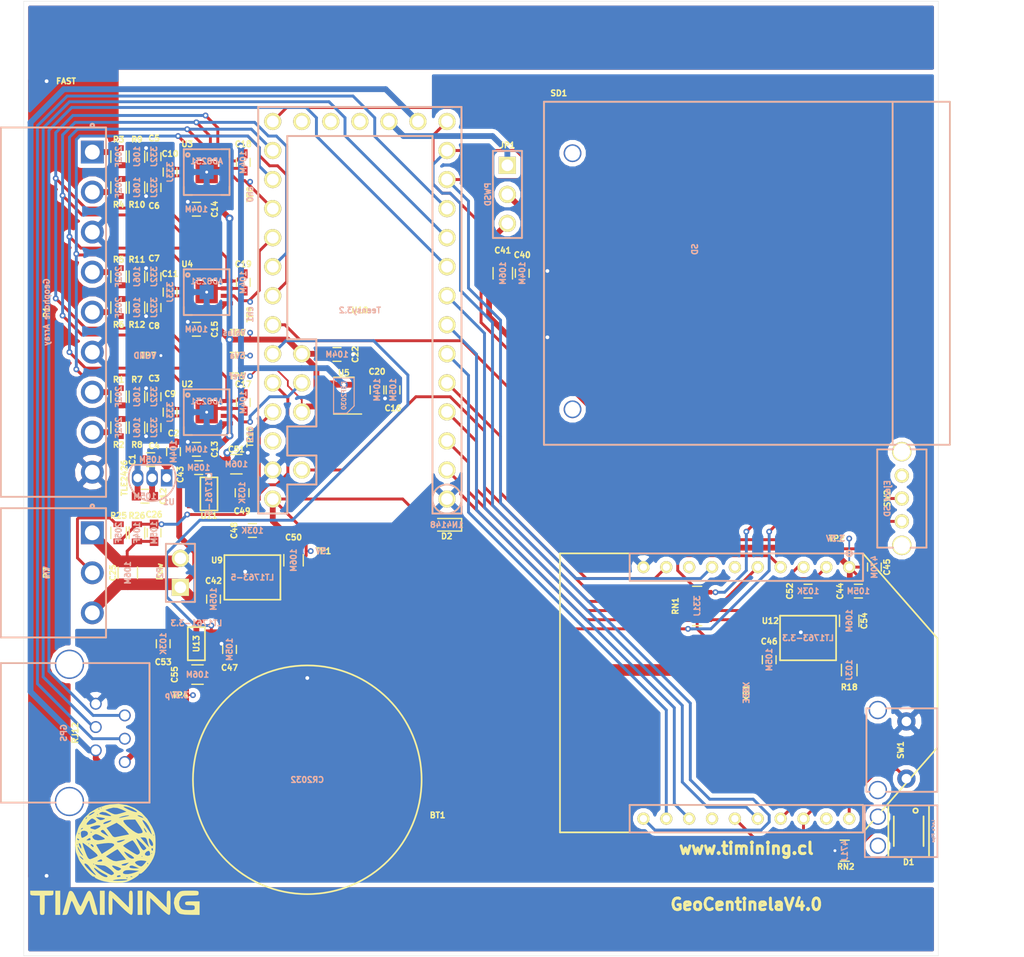
<source format=kicad_pcb>
(kicad_pcb (version 20170123) (host pcbnew no-vcs-found-1a33efa~58~ubuntu16.04.1)

  (general
    (links 237)
    (no_connects 1)
    (area 47.772599 39.899999 137.649001 123.600001)
    (thickness 1.6002)
    (drawings 11)
    (tracks 803)
    (zones 0)
    (modules 90)
    (nets 71)
  )

  (page USLetter)
  (title_block
    (title GeoCentinela)
    (date "sáb 15 nov 2014")
    (rev 4.0)
    (company timining)
    (comment 1 "Luis Saavedra")
  )

  (layers
    (0 Top jumper)
    (31 Bottom signal)
    (34 B.Paste user)
    (35 F.Paste user)
    (36 B.SilkS user)
    (37 F.SilkS user)
    (38 B.Mask user)
    (39 F.Mask user)
    (44 Edge.Cuts user)
    (49 F.Fab user)
  )

  (setup
    (last_trace_width 0.254)
    (user_trace_width 0.254)
    (user_trace_width 0.508)
    (user_trace_width 1.016)
    (trace_clearance 0.1524)
    (zone_clearance 0.381)
    (zone_45_only yes)
    (trace_min 0.1524)
    (segment_width 0.2)
    (edge_width 0.0254)
    (via_size 0.6858)
    (via_drill 0.3302)
    (via_min_size 0.508)
    (via_min_drill 0.127)
    (user_via 0.508 0.254)
    (uvia_size 0.762)
    (uvia_drill 0.508)
    (uvias_allowed no)
    (uvia_min_size 0.508)
    (uvia_min_drill 0.127)
    (pcb_text_width 0.3)
    (pcb_text_size 1.5 1.5)
    (mod_edge_width 0.16)
    (mod_text_size 0.5 0.5)
    (mod_text_width 0.125)
    (pad_size 0.8 0.75)
    (pad_drill 0)
    (pad_to_mask_clearance 0)
    (pad_to_paste_clearance_ratio -0.1)
    (aux_axis_origin 0 0)
    (visible_elements 7FFFFFFF)
    (pcbplotparams
      (layerselection 0x010fc_80000001)
      (usegerberextensions false)
      (excludeedgelayer true)
      (linewidth 0.100000)
      (plotframeref false)
      (viasonmask false)
      (mode 1)
      (useauxorigin false)
      (hpglpennumber 1)
      (hpglpenspeed 20)
      (hpglpendiameter 15)
      (psnegative false)
      (psa4output false)
      (plotreference true)
      (plotvalue true)
      (plotinvisibletext false)
      (padsonsilk false)
      (subtractmaskfromsilk true)
      (outputformat 1)
      (mirror false)
      (drillshape 0)
      (scaleselection 1)
      (outputdirectory ""))
  )

  (net 0 "")
  (net 1 +3.3V)
  (net 2 +3.3VP)
  (net 3 +5V)
  (net 4 +5VA)
  (net 5 AGND)
  (net 6 GND)
  (net 7 VCC)
  (net 8 "Net-(C3-Pad2)")
  (net 9 "Net-(C10-Pad2)")
  (net 10 "Net-(C10-Pad1)")
  (net 11 "Net-(C11-Pad2)")
  (net 12 "Net-(C11-Pad1)")
  (net 13 "Net-(D1-Pad2)")
  (net 14 GNDPWR)
  (net 15 "Net-(SW1-Pad1)")
  (net 16 "Net-(U2-Pad7)")
  (net 17 "Net-(U3-Pad7)")
  (net 18 "Net-(U4-Pad7)")
  (net 19 "/Signal Conditioning/+Ch0")
  (net 20 "/Signal Conditioning/-Ch0")
  (net 21 "/Signal Conditioning/+Ch1")
  (net 22 "/Signal Conditioning/-Ch1")
  (net 23 "/Signal Conditioning/+Ch2")
  (net 24 "/Signal Conditioning/-Ch2")
  (net 25 /SD_CS)
  (net 26 +12VA)
  (net 27 /XBEE_Sleep_RQ)
  (net 28 /BAT)
  (net 29 /XBEE_TX)
  (net 30 /XBEE_RX)
  (net 31 /SPI_MOSI)
  (net 32 /SPI_CLK)
  (net 33 /SPI_MISO)
  (net 34 "Net-(R18-Pad2)")
  (net 35 /vbat)
  (net 36 /ch2)
  (net 37 /~CS)
  (net 38 /A0)
  (net 39 /A1)
  (net 40 /A2)
  (net 41 /ch0)
  (net 42 /ch1)
  (net 43 /EXT)
  (net 44 /SDX)
  (net 45 /PGA)
  (net 46 GNDREF)
  (net 47 Vbias)
  (net 48 Vref)
  (net 49 "Net-(C40-Pad2)")
  (net 50 "Net-(JP1-Pad1)")
  (net 51 "Net-(D2-Pad1)")
  (net 52 /Wp)
  (net 53 "Net-(C4-Pad2)")
  (net 54 "Net-(C48-Pad1)")
  (net 55 "Net-(C49-Pad2)")
  (net 56 "Net-(C52-Pad1)")
  (net 57 "Net-(C53-Pad2)")
  (net 58 "Net-(D1-Pad4)")
  (net 59 "Net-(D1-Pad1)")
  (net 60 /XBEE_~RESET)
  (net 61 /XBEE_ON_~SLEEP)
  (net 62 /XBEE_~CTS)
  (net 63 /MCU_RX1)
  (net 64 /MCU_TX1)
  (net 65 /XBEE_~RTS)
  (net 66 /PPS)
  (net 67 /Tx)
  (net 68 /Rx)
  (net 69 "Net-(RN1-Pad8)")
  (net 70 "Net-(RN1-Pad1)")

  (net_class Default "This is the default net class."
    (clearance 0.1524)
    (trace_width 0.1524)
    (via_dia 0.6858)
    (via_drill 0.3302)
    (uvia_dia 0.762)
    (uvia_drill 0.508)
    (add_net +12VA)
    (add_net +3.3V)
    (add_net +3.3VP)
    (add_net +5V)
    (add_net +5VA)
    (add_net /A0)
    (add_net /A1)
    (add_net /A2)
    (add_net /BAT)
    (add_net /EXT)
    (add_net /MCU_RX1)
    (add_net /MCU_TX1)
    (add_net /PGA)
    (add_net /PPS)
    (add_net /Rx)
    (add_net /SDX)
    (add_net /SD_CS)
    (add_net /SPI_CLK)
    (add_net /SPI_MISO)
    (add_net /SPI_MOSI)
    (add_net "/Signal Conditioning/+Ch0")
    (add_net "/Signal Conditioning/+Ch1")
    (add_net "/Signal Conditioning/+Ch2")
    (add_net "/Signal Conditioning/-Ch0")
    (add_net "/Signal Conditioning/-Ch1")
    (add_net "/Signal Conditioning/-Ch2")
    (add_net /Tx)
    (add_net /Wp)
    (add_net /XBEE_ON_~SLEEP)
    (add_net /XBEE_RX)
    (add_net /XBEE_Sleep_RQ)
    (add_net /XBEE_TX)
    (add_net /XBEE_~CTS)
    (add_net /XBEE_~RESET)
    (add_net /XBEE_~RTS)
    (add_net /ch0)
    (add_net /ch1)
    (add_net /ch2)
    (add_net /vbat)
    (add_net /~CS)
    (add_net AGND)
    (add_net GND)
    (add_net GNDPWR)
    (add_net GNDREF)
    (add_net "Net-(C10-Pad1)")
    (add_net "Net-(C10-Pad2)")
    (add_net "Net-(C11-Pad1)")
    (add_net "Net-(C11-Pad2)")
    (add_net "Net-(C3-Pad2)")
    (add_net "Net-(C4-Pad2)")
    (add_net "Net-(C40-Pad2)")
    (add_net "Net-(C48-Pad1)")
    (add_net "Net-(C49-Pad2)")
    (add_net "Net-(C52-Pad1)")
    (add_net "Net-(C53-Pad2)")
    (add_net "Net-(D1-Pad1)")
    (add_net "Net-(D1-Pad2)")
    (add_net "Net-(D1-Pad4)")
    (add_net "Net-(D2-Pad1)")
    (add_net "Net-(JP1-Pad1)")
    (add_net "Net-(R18-Pad2)")
    (add_net "Net-(RN1-Pad1)")
    (add_net "Net-(RN1-Pad8)")
    (add_net "Net-(SW1-Pad1)")
    (add_net "Net-(U2-Pad7)")
    (add_net "Net-(U3-Pad7)")
    (add_net "Net-(U4-Pad7)")
    (add_net VCC)
    (add_net Vbias)
    (add_net Vref)
  )

  (module geocentinela:CP-16-4 (layer Top) (tedit 591F72AF) (tstamp 54558EE6)
    (at 66 54.95)
    (path /5456D304/533B08B5)
    (fp_text reference U3 (at -1.7 -2.45) (layer F.SilkS)
      (effects (font (size 0.5 0.5) (thickness 0.125)))
    )
    (fp_text value AD8231 (at 0 -0.95) (layer B.SilkS)
      (effects (font (size 0.5 0.5) (thickness 0.125)) (justify mirror))
    )
    (fp_circle (center -1.65 -1.5) (end -1.5 -1.45) (layer F.SilkS) (width 0.15))
    (fp_circle (center -1.65 -1.5) (end -1.5 -1.55) (layer B.SilkS) (width 0.15))
    (fp_line (start -2 -2) (end 2 -2) (layer B.SilkS) (width 0.15))
    (fp_line (start 2 -2) (end 2 2) (layer B.SilkS) (width 0.15))
    (fp_line (start 2 2) (end -2 2) (layer B.SilkS) (width 0.15))
    (fp_line (start -2 2) (end -2 -2) (layer B.SilkS) (width 0.15))
    (fp_line (start -2 -2) (end -1.27 -2) (layer F.SilkS) (width 0.15))
    (fp_line (start -2 -1.27) (end -2 -2) (layer F.SilkS) (width 0.15))
    (fp_line (start 2 -2) (end 2 -1.27) (layer F.SilkS) (width 0.15))
    (fp_line (start 1.27 -2) (end 2 -2) (layer F.SilkS) (width 0.15))
    (fp_line (start 2 2) (end 2 1.27) (layer F.SilkS) (width 0.15))
    (fp_line (start 1.27 2) (end 2 2) (layer F.SilkS) (width 0.15))
    (fp_line (start -2 2) (end -2 1.27) (layer F.SilkS) (width 0.15))
    (fp_line (start -1.27 2) (end -2 2) (layer F.SilkS) (width 0.15))
    (pad 11 thru_hole circle (at 0 0) (size 0.508 0.508) (drill 0.254) (layers *.Cu)
      (net 5 AGND) (zone_connect 2))
    (pad 11 smd rect (at 0 0) (size 1.233288 1.233288) (layers Bottom F.Paste B.Mask)
      (net 5 AGND))
    (pad 11 smd rect (at 0 0) (size 1.95 1.95) (layers Top F.Mask)
      (net 5 AGND) (clearance 0.105))
    (pad 16 smd rect (at -0.975 -1.7653) (size 0.3556 1.0668) (layers Top F.Paste F.Mask)
      (net 40 /A2) (clearance 0.07))
    (pad 15 smd rect (at -0.325 -1.7653) (size 0.3556 1.0668) (layers Top F.Paste F.Mask)
      (net 39 /A1) (clearance 0.07))
    (pad 14 smd rect (at 0.325 -1.7653) (size 0.3556 1.0668) (layers Top F.Paste F.Mask)
      (net 38 /A0) (clearance 0.07))
    (pad 13 smd rect (at 0.975 -1.7653) (size 0.3556 1.0668) (layers Top F.Paste F.Mask)
      (net 37 /~CS) (clearance 0.07))
    (pad 12 smd rect (at 1.7653 -0.975) (size 1.0668 0.3556) (layers Top F.Paste F.Mask)
      (net 4 +5VA) (clearance 0.07))
    (pad 11 smd rect (at 1.7653 -0.325) (size 1.0668 0.3556) (layers Top F.Paste F.Mask)
      (net 5 AGND) (clearance 0.07))
    (pad 10 smd rect (at 1.7653 0.325) (size 1.0668 0.3556) (layers Top F.Paste F.Mask)
      (net 41 /ch0) (clearance 0.07))
    (pad 9 smd rect (at 1.7653 0.975) (size 1.0668 0.3556) (layers Top F.Paste F.Mask)
      (net 17 "Net-(U3-Pad7)") (clearance 0.07))
    (pad 8 smd rect (at 0.975 1.7653) (size 0.3556 1.0668) (layers Top F.Paste F.Mask)
      (net 17 "Net-(U3-Pad7)") (clearance 0.07))
    (pad 7 smd rect (at 0.325 1.7653) (size 0.3556 1.0668) (layers Top F.Paste F.Mask)
      (net 17 "Net-(U3-Pad7)") (clearance 0.07))
    (pad 6 smd rect (at -0.325 1.7653) (size 0.3556 1.0668) (layers Top F.Paste F.Mask)
      (net 47 Vbias) (clearance 0.07))
    (pad 5 smd rect (at -0.975 1.7653) (size 0.3556 1.0668) (layers Top F.Paste F.Mask)
      (net 4 +5VA) (clearance 0.07))
    (pad 4 smd rect (at -1.7653 0.975) (size 1.0668 0.3556) (layers Top F.Paste F.Mask)
      (clearance 0.07))
    (pad 3 smd rect (at -1.7653 0.325) (size 1.0668 0.3556) (layers Top F.Paste F.Mask)
      (net 9 "Net-(C10-Pad2)") (clearance 0.07))
    (pad 2 smd rect (at -1.7653 -0.325) (size 1.0668 0.3556) (layers Top F.Paste F.Mask)
      (net 10 "Net-(C10-Pad1)") (clearance 0.07))
    (pad 1 smd rect (at -1.7653 -0.975) (size 1.0668 0.3556) (layers Top F.Paste F.Mask)
      (clearance 0.07))
    (model GeoCentinela.3dshapes/AD8231.wrl
      (at (xyz 0 0 0))
      (scale (xyz 0.4 0.4 0.4))
      (rotate (xyz 0 0 0))
    )
  )

  (module geocentinela:SLP3-150-100-F (layer Top) (tedit 592A2647) (tstamp 5921BDCC)
    (at 127.4 112.6 90)
    (path /592070F0)
    (fp_text reference U6 (at 0 0 90) (layer F.SilkS) hide
      (effects (font (size 0.508 0.508) (thickness 0.075)))
    )
    (fp_text value "Led's Pipe" (at 0 2.159 90) (layer B.SilkS)
      (effects (font (size 0.254 0.254) (thickness 0.0635)) (justify mirror))
    )
    (fp_line (start 2.2606 -3.8354) (end -2.2606 -3.8354) (layer B.SilkS) (width 0.15))
    (fp_line (start -2.2606 -3.8354) (end -2.2606 2.5146) (layer B.SilkS) (width 0.15))
    (fp_line (start -2.2606 2.5146) (end 2.2606 2.5146) (layer B.SilkS) (width 0.15))
    (fp_line (start 2.2606 2.5146) (end 2.2606 -3.8354) (layer B.SilkS) (width 0.15))
    (fp_text user D=118mils (at 0 4.445 90) (layer F.Fab)
      (effects (font (size 0.254 0.254) (thickness 0.0635)))
    )
    (fp_text user H=h+60mils (at 0 3.175 90) (layer F.Fab)
      (effects (font (size 0.254 0.254) (thickness 0.0635)))
    )
    (fp_text user h=150mils (at 0 3.81 90) (layer F.Fab)
      (effects (font (size 0.254 0.254) (thickness 0.0635)))
    )
    (fp_line (start -1.4986 2.5146) (end -1.4986 5.0546) (layer F.Fab) (width 0.15))
    (fp_line (start 1.4986 2.5146) (end 1.4986 5.0546) (layer F.Fab) (width 0.15))
    (fp_line (start -2.2606 1.778) (end -2.2606 -1.778) (layer F.SilkS) (width 0.15))
    (fp_line (start 2.2606 1.778) (end -2.2606 1.778) (layer F.SilkS) (width 0.15))
    (fp_line (start 2.2606 -1.778) (end 2.2606 1.778) (layer F.SilkS) (width 0.15))
    (fp_line (start -2.2606 -1.778) (end 2.2606 -1.778) (layer F.SilkS) (width 0.15))
    (fp_line (start -2.2606 2.5146) (end 2.2606 2.5146) (layer F.Fab) (width 0.15))
    (fp_line (start -1.4986 5.0546) (end 1.4986 5.0546) (layer F.Fab) (width 0.15))
    (fp_line (start -2.2606 -3.8354) (end 2.2606 -3.8354) (layer F.Fab) (width 0.15))
    (pad "" thru_hole circle (at 1.27 -2.6924 90) (size 1.4224 1.4224) (drill 1.1684) (layers *.Cu))
    (pad "" thru_hole circle (at -1.27 -2.6924 90) (size 1.4224 1.4224) (drill 1.1684) (layers *.Cu))
  )

  (module geocentinela:KFC-A36-06 (layer Top) (tedit 592A221D) (tstamp 592AB099)
    (at 127.2 105.5 270)
    (path /53684294)
    (fp_text reference SW1 (at 0 0.5 270) (layer F.SilkS)
      (effects (font (size 0.5 0.5) (thickness 0.125)))
    )
    (fp_text value Commissioning (at 0 1.5 270) (layer F.Fab)
      (effects (font (size 0.5 0.5) (thickness 0.125)))
    )
    (fp_line (start -3.65 -2.7) (end 3.65 -2.7) (layer B.SilkS) (width 0.15))
    (fp_line (start 3.65 -2.7) (end 3.65 3.5) (layer B.SilkS) (width 0.15))
    (fp_line (start 3.65 3.5) (end -3.65 3.5) (layer B.SilkS) (width 0.15))
    (fp_line (start -3.65 3.5) (end -3.65 -2.7) (layer B.SilkS) (width 0.15))
    (fp_text user w=1.7mm (at 0 -5 270) (layer F.Fab)
      (effects (font (size 0.4 0.4) (thickness 0.1)))
    )
    (fp_text user hc=2.6mm (at 0 -4.4 270) (layer F.Fab)
      (effects (font (size 0.4 0.4) (thickness 0.1)))
    )
    (fp_text user H=4.4mm (at 0 3.1 270) (layer F.Fab)
      (effects (font (size 0.5 0.5) (thickness 0.125)))
    )
    (fp_line (start -1.5 -2.7) (end -1.5 -4) (layer F.Fab) (width 0.15))
    (fp_line (start -1.5 -4) (end 1.5 -4) (layer F.Fab) (width 0.15))
    (fp_line (start 1.5 -4) (end 1.5 -2.7) (layer F.Fab) (width 0.15))
    (fp_line (start -3.65 3.5) (end 3.65 3.5) (layer F.SilkS) (width 0.15))
    (fp_line (start 3.65 3.5) (end 3.65 -2.7) (layer F.SilkS) (width 0.15))
    (fp_line (start 3.65 -2.7) (end -3.65 -2.7) (layer F.SilkS) (width 0.15))
    (fp_line (start -3.65 -2.7) (end -3.65 3.5) (layer F.SilkS) (width 0.15))
    (pad 1 thru_hole circle (at 2.5 0 270) (size 1.6002 1.6002) (drill 0.8382) (layers *.Cu *.Mask)
      (net 15 "Net-(SW1-Pad1)"))
    (pad 2 thru_hole circle (at -2.5 0 270) (size 1.6002 1.6002) (drill 0.8382) (layers *.Cu *.Mask)
      (net 6 GND))
    (pad 3 thru_hole circle (at 3.5 2.5 270) (size 1.6002 1.6002) (drill 1.3462) (layers *.Cu *.Mask))
    (pad 4 thru_hole circle (at -3.5 2.5 270) (size 1.6002 1.6002) (drill 1.3462) (layers *.Cu *.Mask))
  )

  (module geocentinela:XBee (layer Top) (tedit 59215FDE) (tstamp 5466BA86)
    (at 113.2 100.5 270)
    (path /5321C248)
    (fp_text reference XB1 (at 0 0 270) (layer F.SilkS)
      (effects (font (size 0.5 0.5) (thickness 0.125)))
    )
    (fp_text value XBEE (at 0 0 270) (layer B.SilkS)
      (effects (font (size 0.5 0.5) (thickness 0.125)) (justify mirror))
    )
    (fp_text user D=8mm (at -3.81 -19.685 270) (layer F.Fab)
      (effects (font (size 1.016 1.016) (thickness 0.254)))
    )
    (fp_text user h=4.4mm (at -3.81 -21.59 270) (layer F.Fab)
      (effects (font (size 1.016 1.016) (thickness 0.254)))
    )
    (fp_circle (center -12.2 -9) (end -11.95 -9) (layer F.SilkS) (width 0.15))
    (fp_circle (center -12.2 -9) (end -11.95 -9) (layer B.SilkS) (width 0.15))
    (fp_line (start -12.2 10.2) (end -12.2 10.2) (layer B.SilkS) (width 0.15))
    (fp_line (start -12.2 -10.2) (end -12.2 10.2) (layer B.SilkS) (width 0.15))
    (fp_line (start 12.2 10.2) (end 12.2 10.2) (layer B.SilkS) (width 0.15))
    (fp_line (start 12.2 -10.2) (end 12.2 10.2) (layer B.SilkS) (width 0.15))
    (fp_line (start 0 -16.7216) (end 0 -24.2216) (layer F.Fab) (width 0.15))
    (fp_line (start 0 -24.2216) (end -8 -24.2216) (layer F.Fab) (width 0.15))
    (fp_line (start -8 -24.2216) (end -8 -16.7216) (layer F.Fab) (width 0.15))
    (fp_line (start -12.2 16.2984) (end -12.2 -10.2) (layer F.SilkS) (width 0.15))
    (fp_line (start 12.2 16.2984) (end -12.2 16.2984) (layer F.SilkS) (width 0.15))
    (fp_line (start 12.2 -10.2) (end 12.2 16.2984) (layer F.SilkS) (width 0.15))
    (fp_line (start 4.7625 -16.7216) (end 12.2 -10.2) (layer F.SilkS) (width 0.15))
    (fp_line (start -4.7625 -16.7216) (end 4.7625 -16.7216) (layer F.SilkS) (width 0.15))
    (fp_line (start -12.2 -10.2) (end -4.7625 -16.7216) (layer F.SilkS) (width 0.15))
    (fp_line (start -9.8 10.2) (end -12.2 10.2) (layer F.SilkS) (width 0.15))
    (fp_line (start -9.8 -10.2) (end -9.8 10.2) (layer F.SilkS) (width 0.15))
    (fp_line (start -12.2 -10.2) (end -9.8 -10.2) (layer F.SilkS) (width 0.15))
    (fp_line (start 9.8 10.2) (end 12.2 10.2) (layer F.SilkS) (width 0.15))
    (fp_line (start 9.8 -10.2) (end 9.8 10.2) (layer F.SilkS) (width 0.15))
    (fp_line (start 12.2 -10.2) (end 9.8 -10.2) (layer F.SilkS) (width 0.15))
    (fp_line (start 12.2 -10.2) (end 9.8 -10.2) (layer B.SilkS) (width 0.15))
    (fp_line (start 9.8 -10.2) (end 9.8 10.2) (layer B.SilkS) (width 0.15))
    (fp_line (start 9.8 10.2) (end 12.2 10.2) (layer B.SilkS) (width 0.15))
    (fp_line (start -12.2 -10.2) (end -9.8 -10.2) (layer B.SilkS) (width 0.15))
    (fp_line (start -9.8 -10.2) (end -9.8 10.2) (layer B.SilkS) (width 0.15))
    (fp_line (start -9.8 10.2) (end -12.2 10.2) (layer B.SilkS) (width 0.15))
    (fp_line (start -15.165 -10.439) (end -8 -16.7216) (layer F.Fab) (width 0.15))
    (fp_line (start -8 -16.7216) (end 8 -16.7216) (layer F.Fab) (width 0.15))
    (fp_line (start 8 -16.7216) (end 15.165 -10.439) (layer F.Fab) (width 0.15))
    (fp_line (start 15.165 -10.439) (end 15.165 27.7784) (layer F.Fab) (width 0.15))
    (fp_line (start 15.165 27.7784) (end -15.165 27.7784) (layer F.Fab) (width 0.15))
    (fp_line (start -15.165 27.7784) (end -15.165 -10.439) (layer F.Fab) (width 0.15))
    (pad 11 thru_hole circle (at 11 9 270) (size 1.0668 1.0668) (drill 0.635) (layers *.Cu *.Mask F.SilkS)
      (net 31 /SPI_MOSI))
    (pad 10 thru_hole circle (at -11 9 270) (size 1.0668 1.0668) (drill 0.635) (layers *.Cu *.Mask F.SilkS)
      (net 6 GND))
    (pad 20 thru_hole circle (at 11 -9 270) (size 1.0668 1.0668) (drill 0.635) (layers *.Cu *.Mask F.SilkS)
      (net 15 "Net-(SW1-Pad1)"))
    (pad 19 thru_hole circle (at 11 -7 270) (size 1.0668 1.0668) (drill 0.635) (layers *.Cu *.Mask F.SilkS))
    (pad 18 thru_hole circle (at 11 -5 270) (size 1.0668 1.0668) (drill 0.635) (layers *.Cu *.Mask F.SilkS)
      (net 32 /SPI_CLK))
    (pad 17 thru_hole circle (at 11 -3 270) (size 1.0668 1.0668) (drill 0.635) (layers *.Cu *.Mask F.SilkS)
      (net 34 "Net-(R18-Pad2)"))
    (pad 16 thru_hole circle (at 11 -1 270) (size 1.0668 1.0668) (drill 0.635) (layers *.Cu *.Mask F.SilkS)
      (net 65 /XBEE_~RTS))
    (pad 15 thru_hole circle (at 11 1 270) (size 1.0668 1.0668) (drill 0.635) (layers *.Cu *.Mask F.SilkS)
      (net 59 "Net-(D1-Pad1)"))
    (pad 14 thru_hole circle (at 11 3 270) (size 1.0668 1.0668) (drill 0.635) (layers *.Cu *.Mask F.SilkS))
    (pad 13 thru_hole circle (at 11 5 270) (size 1.0668 1.0668) (drill 0.635) (layers *.Cu *.Mask F.SilkS)
      (net 61 /XBEE_ON_~SLEEP))
    (pad 12 thru_hole circle (at 11 7 270) (size 1.0668 1.0668) (drill 0.635) (layers *.Cu *.Mask F.SilkS)
      (net 62 /XBEE_~CTS))
    (pad 9 thru_hole circle (at -11 7 270) (size 1.0668 1.0668) (drill 0.635) (layers *.Cu *.Mask F.SilkS)
      (net 27 /XBEE_Sleep_RQ))
    (pad 8 thru_hole circle (at -11 5 270) (size 1.0668 1.0668) (drill 0.635) (layers *.Cu *.Mask F.SilkS))
    (pad 7 thru_hole circle (at -11 3 270) (size 1.0668 1.0668) (drill 0.635) (layers *.Cu *.Mask F.SilkS)
      (net 25 /SD_CS))
    (pad 6 thru_hole circle (at -11 1 270) (size 1.0668 1.0668) (drill 0.635) (layers *.Cu *.Mask F.SilkS))
    (pad 5 thru_hole circle (at -11 -1 270) (size 1.0668 1.0668) (drill 0.635) (layers *.Cu *.Mask F.SilkS)
      (net 60 /XBEE_~RESET))
    (pad 4 thru_hole circle (at -11 -3 270) (size 1.0668 1.0668) (drill 0.635) (layers *.Cu *.Mask F.SilkS)
      (net 33 /SPI_MISO))
    (pad 3 thru_hole circle (at -11 -5 270) (size 1.0668 1.0668) (drill 0.635) (layers *.Cu *.Mask F.SilkS)
      (net 30 /XBEE_RX))
    (pad 2 thru_hole circle (at -11 -7 270) (size 1.0668 1.0668) (drill 0.635) (layers *.Cu *.Mask F.SilkS)
      (net 29 /XBEE_TX))
    (pad 1 thru_hole circle (at -11 -9 270) (size 1.0668 1.0668) (drill 0.635) (layers *.Cu *.Mask F.SilkS)
      (net 1 +3.3V))
  )

  (module geocentinela:15EDGRC-3.5-9P (layer Top) (tedit 59246057) (tstamp 5924BF6B)
    (at 56 67.2 90)
    (path /5448B9EA)
    (fp_text reference P1 (at 0 -4 90) (layer F.SilkS)
      (effects (font (size 0.5 0.5) (thickness 0.125)))
    )
    (fp_text value "Geophone Array" (at 0 -4 90) (layer B.SilkS)
      (effects (font (size 0.5 0.5) (thickness 0.125)) (justify mirror))
    )
    (fp_line (start -16.15 -8) (end -16.15 1.2) (layer F.SilkS) (width 0.15))
    (fp_line (start 16.15 -8) (end -16.15 -8) (layer F.SilkS) (width 0.15))
    (fp_line (start 16.15 1.2) (end 16.15 -8) (layer F.SilkS) (width 0.15))
    (fp_line (start -16.15 1.2) (end 16.15 1.2) (layer F.SilkS) (width 0.15))
    (fp_line (start -16.15 -8) (end -16.15 1.2) (layer B.SilkS) (width 0.15))
    (fp_line (start 16.15 -8) (end -16.15 -8) (layer B.SilkS) (width 0.15))
    (fp_line (start 16.15 1.2) (end 16.15 -8) (layer B.SilkS) (width 0.15))
    (fp_line (start -16.15 1.2) (end 16.15 1.2) (layer B.SilkS) (width 0.15))
    (fp_circle (center 16.325 0) (end 16.475 0) (layer B.SilkS) (width 0.16))
    (fp_circle (center 16.325 0) (end 16.475 0) (layer F.SilkS) (width 0.16))
    (pad 9 thru_hole circle (at -14 0 90) (size 2 2) (drill 1.3) (layers *.Cu *.Mask)
      (net 14 GNDPWR))
    (pad 8 thru_hole circle (at -10.5 0 90) (size 2 2) (drill 1.3) (layers *.Cu *.Mask)
      (net 24 "/Signal Conditioning/-Ch2"))
    (pad 7 thru_hole circle (at -7 0 90) (size 2 2) (drill 1.3) (layers *.Cu *.Mask)
      (net 23 "/Signal Conditioning/+Ch2"))
    (pad 6 thru_hole circle (at -3.5 0 90) (size 2 2) (drill 1.3) (layers *.Cu *.Mask)
      (net 14 GNDPWR))
    (pad 5 thru_hole circle (at 0 0 90) (size 2 2) (drill 1.3) (layers *.Cu *.Mask)
      (net 22 "/Signal Conditioning/-Ch1"))
    (pad 4 thru_hole circle (at 3.5 0 90) (size 2 2) (drill 1.3) (layers *.Cu *.Mask)
      (net 21 "/Signal Conditioning/+Ch1"))
    (pad 3 thru_hole circle (at 7 0 90) (size 2 2) (drill 1.3) (layers *.Cu *.Mask)
      (net 14 GNDPWR))
    (pad 2 thru_hole circle (at 10.5 0 90) (size 2 2) (drill 1.3) (layers *.Cu *.Mask)
      (net 20 "/Signal Conditioning/-Ch0"))
    (pad 1 thru_hole rect (at 14 0 90) (size 2 2) (drill 1.3) (layers *.Cu *.Mask)
      (net 19 "/Signal Conditioning/+Ch0"))
  )

  (module geocentinela:SD-DM1AA-SF-PEJ (layer Top) (tedit 59243836) (tstamp 55E116F1)
    (at 98 75.7 90)
    (path /591B7367)
    (fp_text reference SD1 (at 27.65 -1.2 180) (layer F.SilkS)
      (effects (font (size 0.5 0.5) (thickness 0.125)))
    )
    (fp_text value SD (at 14 10.7 90) (layer B.SilkS)
      (effects (font (size 0.5 0.5) (thickness 0.125)) (justify mirror))
    )
    (fp_line (start 23.175 33) (end 23.175 39) (layer F.Fab) (width 0.15))
    (fp_line (start -0.975 39) (end -0.975 33) (layer F.Fab) (width 0.15))
    (fp_line (start 23.175 33) (end -0.975 33) (layer F.Fab) (width 0.15))
    (fp_line (start -0.975 28) (end -0.975 33) (layer F.Fab) (width 0.15))
    (fp_line (start 23.175 33) (end 23.175 28) (layer F.Fab) (width 0.15))
    (fp_line (start 25.9 -2.5) (end 25.9 28) (layer F.Fab) (width 0.15))
    (fp_line (start 25.9 28) (end -2.1 28) (layer F.Fab) (width 0.15))
    (fp_line (start -2.1 28) (end -2.1 -2.5) (layer F.Fab) (width 0.15))
    (fp_line (start 23.175 39) (end -0.975 39) (layer F.Fab) (width 0.15))
    (fp_line (start -3.1 28) (end 26.9 28) (layer F.SilkS) (width 0.15))
    (fp_line (start -3.1 -2.5) (end -3.1 33) (layer F.SilkS) (width 0.15))
    (fp_line (start 26.9 -2.5) (end 26.9 33) (layer F.SilkS) (width 0.15))
    (fp_line (start 26.9 -2.5) (end -3.1 -2.5) (layer B.SilkS) (width 0.15))
    (fp_line (start 26.9 33) (end 26.9 -2.5) (layer B.SilkS) (width 0.15))
    (fp_line (start -3.1 28) (end 26.9 28) (layer B.SilkS) (width 0.15))
    (fp_line (start -3.1 -2.5) (end -3.1 33) (layer B.SilkS) (width 0.15))
    (fp_line (start -0.975 34) (end 23.175 34) (layer F.Fab) (width 0.15))
    (fp_line (start -3.1 -2.5) (end 26.9 -2.5) (layer F.SilkS) (width 0.15))
    (fp_line (start -3.1 33) (end 26.9 33) (layer F.SilkS) (width 0.15))
    (fp_line (start -3.1 33) (end 26.9 33) (layer B.SilkS) (width 0.15))
    (pad CD smd rect (at -2.2 9.2 90) (size 2 1) (layers Top F.Paste F.Mask))
    (pad WP smd rect (at -2.2 18.15 90) (size 2 1) (layers Top F.Paste F.Mask))
    (pad CMD smd rect (at -2.2 20.75 90) (size 2 1) (layers Top F.Paste F.Mask))
    (pad "" smd rect (at 26.4 23.2 90) (size 2 2) (layers Top F.Paste F.Mask))
    (pad "" smd rect (at -2.6 23.2 90) (size 2 2) (layers Top F.Paste F.Mask))
    (pad "" smd rect (at 26.4 4.55 90) (size 2 2) (layers Top F.Paste F.Mask))
    (pad "" smd rect (at -2.6 4.55 90) (size 2 2) (layers Top F.Paste F.Mask))
    (pad "" thru_hole circle (at 22.4 0 90) (size 1.554 1.554) (drill 1.3) (layers *.Cu))
    (pad "" thru_hole circle (at 0 0 90) (size 1.554 1.554) (drill 1.3) (layers *.Cu))
    (pad 9 smd rect (at 20.475 -2.2 90) (size 1 2) (layers Top F.Paste F.Mask))
    (pad 8 smd rect (at 1.35 -2.2 90) (size 1 2) (layers Top F.Paste F.Mask))
    (pad 7 smd rect (at 3.05 -2.2 90) (size 1 2) (layers Top F.Paste F.Mask)
      (net 33 /SPI_MISO))
    (pad 6 smd rect (at 5.475 -2.2 90) (size 1 2) (layers Top F.Paste F.Mask)
      (net 6 GND))
    (pad 5 smd rect (at 7.975 -2.2 90) (size 1 2) (layers Top F.Paste F.Mask)
      (net 32 /SPI_CLK))
    (pad 4 smd rect (at 10.475 -2.2 90) (size 1 2) (layers Top F.Paste F.Mask)
      (net 49 "Net-(C40-Pad2)"))
    (pad 3 smd rect (at 12.975 -2.2 90) (size 1 2) (layers Top F.Paste F.Mask)
      (net 6 GND))
    (pad 2 smd rect (at 15.475 -2.2 90) (size 1 2) (layers Top F.Paste F.Mask)
      (net 31 /SPI_MOSI))
    (pad 1 smd rect (at 17.975 -2.2 90) (size 1 2) (layers Top F.Paste F.Mask)
      (net 25 /SD_CS))
  )

  (module geocentinela:TEENSY3 (layer Top) (tedit 54670AB2) (tstamp 5448B5B4)
    (at 79.4 67.035 180)
    (path /5381E3BE)
    (fp_text reference U10 (at 0 0 180) (layer F.SilkS)
      (effects (font (size 0.5 0.5) (thickness 0.125)))
    )
    (fp_text value Teensy3.2 (at 0 0 180) (layer B.SilkS)
      (effects (font (size 0.5 0.5) (thickness 0.125)) (justify mirror))
    )
    (fp_line (start -8.89 17.78) (end -8.89 -17.78) (layer F.SilkS) (width 0.16))
    (fp_line (start 8.89 17.78) (end -8.89 17.78) (layer F.SilkS) (width 0.16))
    (fp_line (start 8.89 -17.78) (end 8.89 17.78) (layer F.SilkS) (width 0.16))
    (fp_circle (center -7.62 -16.51) (end -6.35 -16.51) (layer F.SilkS) (width 0.15))
    (fp_line (start -6.35 15.24) (end -6.35 -17.78) (layer F.SilkS) (width 0.16))
    (fp_line (start 6.35 15.24) (end -6.35 15.24) (layer F.SilkS) (width 0.16))
    (fp_line (start 6.35 -2.54) (end 6.35 15.24) (layer F.SilkS) (width 0.16))
    (fp_line (start 3.81 -2.54) (end 6.35 -2.54) (layer F.SilkS) (width 0.16))
    (fp_line (start 3.81 -10.16) (end 3.81 -2.54) (layer F.SilkS) (width 0.16))
    (fp_line (start 6.35 -10.16) (end 3.81 -10.16) (layer F.SilkS) (width 0.16))
    (fp_line (start 6.35 -12.7) (end 6.35 -10.16) (layer F.SilkS) (width 0.16))
    (fp_line (start 3.81 -12.7) (end 6.35 -12.7) (layer F.SilkS) (width 0.16))
    (fp_line (start 3.81 -15.24) (end 3.81 -12.7) (layer F.SilkS) (width 0.16))
    (fp_line (start 6.35 -15.24) (end 3.81 -15.24) (layer F.SilkS) (width 0.16))
    (fp_line (start 6.35 -17.78) (end 6.35 -15.24) (layer F.SilkS) (width 0.16))
    (fp_line (start -8.89 -17.78) (end -6.35 -17.78) (layer F.SilkS) (width 0.16))
    (fp_line (start 6.35 -17.78) (end 8.89 -17.78) (layer F.SilkS) (width 0.16))
    (fp_line (start 6.35 -17.78) (end 8.89 -17.78) (layer B.SilkS) (width 0.16))
    (fp_line (start -8.89 -17.78) (end -6.35 -17.78) (layer B.SilkS) (width 0.16))
    (fp_line (start 6.35 -17.78) (end 6.35 -15.24) (layer B.SilkS) (width 0.16))
    (fp_line (start 6.35 -15.24) (end 3.81 -15.24) (layer B.SilkS) (width 0.16))
    (fp_line (start 3.81 -15.24) (end 3.81 -12.7) (layer B.SilkS) (width 0.16))
    (fp_line (start 3.81 -12.7) (end 6.35 -12.7) (layer B.SilkS) (width 0.16))
    (fp_line (start 6.35 -12.7) (end 6.35 -10.16) (layer B.SilkS) (width 0.16))
    (fp_line (start 6.35 -10.16) (end 3.81 -10.16) (layer B.SilkS) (width 0.16))
    (fp_line (start 3.81 -10.16) (end 3.81 -2.54) (layer B.SilkS) (width 0.16))
    (fp_line (start 3.81 -2.54) (end 6.35 -2.54) (layer B.SilkS) (width 0.16))
    (fp_line (start 6.35 -2.54) (end 6.35 15.24) (layer B.SilkS) (width 0.16))
    (fp_line (start 6.35 15.24) (end -6.35 15.24) (layer B.SilkS) (width 0.16))
    (fp_line (start -6.35 15.24) (end -6.35 -17.78) (layer B.SilkS) (width 0.16))
    (fp_circle (center -7.62 -16.51) (end -6.35 -16.51) (layer B.SilkS) (width 0.15))
    (fp_line (start 8.89 -17.78) (end 8.89 17.78) (layer B.SilkS) (width 0.16))
    (fp_line (start 8.89 17.78) (end -8.89 17.78) (layer B.SilkS) (width 0.16))
    (fp_line (start -8.89 17.78) (end -8.89 -17.78) (layer B.SilkS) (width 0.16))
    (pad 34 thru_hole circle (at 5.08 -3.81 180) (size 1.5 1.5) (drill 1.02) (layers *.Cu *.Mask F.SilkS)
      (net 47 Vbias))
    (pad 35 thru_hole circle (at 5.08 -6.35 180) (size 1.5 1.5) (drill 1.02) (layers *.Cu *.Mask F.SilkS)
      (net 36 /ch2))
    (pad 36 thru_hole circle (at 5.08 -8.89 180) (size 1.5 1.5) (drill 1.02) (layers *.Cu *.Mask F.SilkS)
      (net 48 Vref))
    (pad 37 thru_hole circle (at 5.08 -13.97 180) (size 1.5 1.5) (drill 1.02) (layers *.Cu *.Mask F.SilkS)
      (net 70 "Net-(RN1-Pad1)"))
    (pad 33 thru_hole circle (at 7.62 -16.51 180) (size 1.5 1.5) (drill 1.02) (layers *.Cu *.Mask F.SilkS)
      (net 3 +5V))
    (pad 32 thru_hole circle (at 7.62 -13.97 180) (size 1.5 1.5) (drill 1.02) (layers *.Cu *.Mask F.SilkS)
      (net 5 AGND))
    (pad 31 thru_hole circle (at 7.62 -11.43 180) (size 1.5 1.5) (drill 1.02) (layers *.Cu *.Mask F.SilkS))
    (pad 30 thru_hole circle (at 7.62 -8.89 180) (size 1.5 1.5) (drill 1.02) (layers *.Cu *.Mask F.SilkS)
      (net 45 /PGA))
    (pad 29 thru_hole circle (at 7.62 -6.35 180) (size 1.5 1.5) (drill 1.02) (layers *.Cu *.Mask F.SilkS)
      (net 35 /vbat))
    (pad 28 thru_hole circle (at 7.62 -3.81 180) (size 1.5 1.5) (drill 1.02) (layers *.Cu *.Mask F.SilkS)
      (net 43 /EXT))
    (pad 27 thru_hole circle (at 7.62 -1.27 180) (size 1.5 1.5) (drill 1.02) (layers *.Cu *.Mask F.SilkS)
      (net 44 /SDX))
    (pad 26 thru_hole circle (at 7.62 1.27 180) (size 1.5 1.5) (drill 1.02) (layers *.Cu *.Mask F.SilkS)
      (net 37 /~CS))
    (pad 25 thru_hole circle (at 7.62 3.81 180) (size 1.5 1.5) (drill 1.02) (layers *.Cu *.Mask F.SilkS)
      (net 38 /A0))
    (pad 24 thru_hole circle (at 7.62 6.35 180) (size 1.5 1.5) (drill 1.02) (layers *.Cu *.Mask F.SilkS)
      (net 42 /ch1))
    (pad 23 thru_hole circle (at 7.62 8.89 180) (size 1.5 1.5) (drill 1.02) (layers *.Cu *.Mask F.SilkS)
      (net 41 /ch0))
    (pad 22 thru_hole circle (at 7.62 11.43 180) (size 1.5 1.5) (drill 1.02) (layers *.Cu *.Mask F.SilkS)
      (net 40 /A2))
    (pad 21 thru_hole circle (at 7.62 13.97 180) (size 1.5 1.5) (drill 1.02) (layers *.Cu *.Mask F.SilkS)
      (net 39 /A1))
    (pad 20 thru_hole circle (at 7.62 16.51 180) (size 1.5 1.5) (drill 1.02) (layers *.Cu *.Mask F.SilkS)
      (net 32 /SPI_CLK))
    (pad 19 thru_hole circle (at 5.08 16.51 180) (size 1.5 1.5) (drill 1.02) (layers *.Cu *.Mask F.SilkS))
    (pad 18 thru_hole circle (at 2.54 16.51 180) (size 1.5 1.5) (drill 1.02) (layers *.Cu *.Mask F.SilkS))
    (pad 17 thru_hole circle (at 0 16.51 180) (size 1.5 1.5) (drill 1.02) (layers *.Cu *.Mask F.SilkS))
    (pad 16 thru_hole circle (at -2.54 16.51 180) (size 1.5 1.5) (drill 1.02) (layers *.Cu *.Mask F.SilkS)
      (net 50 "Net-(JP1-Pad1)"))
    (pad 15 thru_hole circle (at -5.08 16.51 180) (size 1.5 1.5) (drill 1.02) (layers *.Cu *.Mask F.SilkS)
      (net 28 /BAT))
    (pad 14 thru_hole circle (at -7.62 16.51 180) (size 1.5 1.5) (drill 1.02) (layers *.Cu *.Mask F.SilkS)
      (net 33 /SPI_MISO))
    (pad 13 thru_hole circle (at -7.62 13.97 180) (size 1.5 1.5) (drill 1.02) (layers *.Cu *.Mask F.SilkS)
      (net 31 /SPI_MOSI))
    (pad 12 thru_hole circle (at -7.62 11.43 180) (size 1.5 1.5) (drill 1.02) (layers *.Cu *.Mask F.SilkS)
      (net 25 /SD_CS))
    (pad 11 thru_hole circle (at -7.62 8.89 180) (size 1.5 1.5) (drill 1.02) (layers *.Cu *.Mask F.SilkS)
      (net 66 /PPS))
    (pad 10 thru_hole circle (at -7.62 6.35 180) (size 1.5 1.5) (drill 1.02) (layers *.Cu *.Mask F.SilkS)
      (net 67 /Tx))
    (pad 9 thru_hole circle (at -7.62 3.81 180) (size 1.5 1.5) (drill 1.02) (layers *.Cu *.Mask F.SilkS)
      (net 68 /Rx))
    (pad 8 thru_hole circle (at -7.62 1.27 180) (size 1.5 1.5) (drill 1.02) (layers *.Cu *.Mask F.SilkS)
      (net 65 /XBEE_~RTS))
    (pad 7 thru_hole circle (at -7.62 -1.27 180) (size 1.5 1.5) (drill 1.02) (layers *.Cu *.Mask F.SilkS)
      (net 61 /XBEE_ON_~SLEEP))
    (pad 6 thru_hole circle (at -7.62 -3.81 180) (size 1.5 1.5) (drill 1.02) (layers *.Cu *.Mask F.SilkS)
      (net 62 /XBEE_~CTS))
    (pad 5 thru_hole circle (at -7.62 -6.35 180) (size 1.5 1.5) (drill 1.02) (layers *.Cu *.Mask F.SilkS)
      (net 27 /XBEE_Sleep_RQ))
    (pad 4 thru_hole circle (at -7.62 -8.89 180) (size 1.5 1.5) (drill 1.02) (layers *.Cu *.Mask F.SilkS)
      (net 52 /Wp))
    (pad 3 thru_hole circle (at -7.62 -11.43 180) (size 1.5 1.5) (drill 1.02) (layers *.Cu *.Mask F.SilkS)
      (net 64 /MCU_TX1))
    (pad 2 thru_hole circle (at -7.62 -13.97 180) (size 1.5 1.5) (drill 1.02) (layers *.Cu *.Mask F.SilkS)
      (net 63 /MCU_RX1))
    (pad 1 thru_hole circle (at -7.62 -16.51 180) (size 1.5 1.5) (drill 1.02) (layers *.Cu *.Mask F.SilkS)
      (net 6 GND) (die_length 1))
  )

  (module Capacitors_SMD:C_0603 (layer Top) (tedit 5927A087) (tstamp 5448B3EB)
    (at 69.1 83 270)
    (descr "Capacitor SMD 0603, reflow soldering, AVX (see smccp.pdf)")
    (tags "capacitor 0603")
    (path /537D9BA5/532383E8)
    (attr smd)
    (fp_text reference C49 (at 1.6 0 180) (layer F.SilkS)
      (effects (font (size 0.5 0.5) (thickness 0.125)))
    )
    (fp_text value 103K (at 0 0 270) (layer B.SilkS)
      (effects (font (size 0.5 0.5) (thickness 0.125)) (justify mirror))
    )
    (fp_line (start 1.4 0.65) (end -1.4 0.65) (layer F.CrtYd) (width 0.05))
    (fp_line (start 1.4 0.65) (end 1.4 -0.65) (layer F.CrtYd) (width 0.05))
    (fp_line (start -1.4 -0.65) (end -1.4 0.65) (layer F.CrtYd) (width 0.05))
    (fp_line (start -1.4 -0.65) (end 1.4 -0.65) (layer F.CrtYd) (width 0.05))
    (fp_line (start 0.35 0.6) (end -0.35 0.6) (layer F.SilkS) (width 0.12))
    (fp_line (start -0.35 -0.6) (end 0.35 -0.6) (layer F.SilkS) (width 0.12))
    (fp_line (start -0.8 -0.4) (end 0.8 -0.4) (layer F.Fab) (width 0.1))
    (fp_line (start 0.8 -0.4) (end 0.8 0.4) (layer F.Fab) (width 0.1))
    (fp_line (start 0.8 0.4) (end -0.8 0.4) (layer F.Fab) (width 0.1))
    (fp_line (start -0.8 0.4) (end -0.8 -0.4) (layer F.Fab) (width 0.1))
    (fp_text user %R (at 0 0 270) (layer F.Fab)
      (effects (font (size 0.5 0.5) (thickness 0.125)))
    )
    (pad 2 smd rect (at 0.75 0 270) (size 0.8 0.75) (layers Top F.Paste F.Mask)
      (net 55 "Net-(C49-Pad2)"))
    (pad 1 smd rect (at -0.75 0 270) (size 0.8 0.75) (layers Top F.Paste F.Mask)
      (net 4 +5VA))
    (model Capacitors_SMD.3dshapes/C_0603.wrl
      (at (xyz 0 0 0))
      (scale (xyz 1 1 1))
      (rotate (xyz 0 0 0))
    )
  )

  (module geocentinela:LED_RGB_0605 (layer Top) (tedit 56C38BBE) (tstamp 591F2D67)
    (at 127.4 112.6 270)
    (descr "LED 0605 dual 0603 smd package")
    (tags "LED 0605 SMD RGB")
    (path /59220DA1)
    (attr smd)
    (fp_text reference D1 (at 2.7 0) (layer F.SilkS)
      (effects (font (size 0.5 0.5) (thickness 0.125)))
    )
    (fp_text value Associate/SCLK (at 0 0 270) (layer F.Fab)
      (effects (font (size 0.5 0.5) (thickness 0.125)) (justify mirror))
    )
    (fp_line (start -1.4 -1) (end 1.4 -1) (layer F.CrtYd) (width 0.05))
    (fp_line (start -1.4 0.95) (end -1.4 -0.95) (layer F.CrtYd) (width 0.05))
    (fp_line (start 1.4 1) (end -1.4 1) (layer F.CrtYd) (width 0.05))
    (fp_line (start 1.4 -0.95) (end 1.4 0.95) (layer F.CrtYd) (width 0.05))
    (fp_line (start -1.3 -1.3) (end 1.3 -1.3) (layer F.SilkS) (width 0.15))
    (fp_line (start -1.3 1.3) (end 1.3 1.3) (layer F.SilkS) (width 0.15))
    (fp_circle (center -1.8 -0.6) (end -1.6 -0.6) (layer F.SilkS) (width 0.15))
    (pad 4 smd rect (at 0.775 0.5 90) (size 0.75 0.5) (layers Top F.Paste F.Mask)
      (net 58 "Net-(D1-Pad4)"))
    (pad 3 smd rect (at 0.775 -0.5 90) (size 0.75 0.5) (layers Top F.Paste F.Mask)
      (net 32 /SPI_CLK))
    (pad 1 smd rect (at -0.775 -0.5 90) (size 0.75 0.5) (layers Top F.Paste F.Mask)
      (net 59 "Net-(D1-Pad1)"))
    (pad 2 smd rect (at -0.75 0.5 90) (size 0.75 0.5) (layers Top F.Paste F.Mask)
      (net 13 "Net-(D1-Pad2)"))
  )

  (module geocentinela:RJ12 (layer Top) (tedit 5922CB3D) (tstamp 5922D962)
    (at 54 104 90)
    (path /591FC0E6)
    (fp_text reference RJ12 (at 0 0.5 90) (layer F.SilkS)
      (effects (font (size 0.508 0.508) (thickness 0.127)))
    )
    (fp_text value GPS (at 0 -0.5 90) (layer B.SilkS)
      (effects (font (size 0.508 0.508) (thickness 0.127)) (justify mirror))
    )
    (fp_line (start -6.1 -6) (end 6.1 -6) (layer B.SilkS) (width 0.15))
    (fp_line (start 6.1 -6) (end 6.1 7) (layer B.SilkS) (width 0.15))
    (fp_line (start 6.1 7) (end -6.1 7) (layer B.SilkS) (width 0.15))
    (fp_line (start -6.1 7) (end -6.1 -6) (layer B.SilkS) (width 0.15))
    (fp_line (start -6.1 -6) (end -6.1 7) (layer F.SilkS) (width 0.15))
    (fp_line (start 6.1 7) (end -6.1 7) (layer F.SilkS) (width 0.15))
    (fp_line (start 6.1 -6) (end 6.1 7) (layer F.SilkS) (width 0.15))
    (fp_line (start -6.1 -6) (end 6.1 -6) (layer F.SilkS) (width 0.15))
    (pad 6 thru_hole circle (at -2.55 4.84 90) (size 1.044 1.044) (drill 0.79) (layers *.Cu *.Mask)
      (net 2 +3.3VP))
    (pad 5 thru_hole circle (at -1.53 2.3 90) (size 1.044 1.044) (drill 0.79) (layers *.Cu *.Mask)
      (net 28 /BAT))
    (pad 4 thru_hole circle (at -0.51 4.84 90) (size 1.044 1.044) (drill 0.79) (layers *.Cu *.Mask)
      (net 66 /PPS))
    (pad 3 thru_hole circle (at 0.51 2.3 90) (size 1.044 1.044) (drill 0.79) (layers *.Cu *.Mask)
      (net 67 /Tx))
    (pad 2 thru_hole circle (at 1.53 4.84 90) (size 1.044 1.044) (drill 0.79) (layers *.Cu *.Mask)
      (net 68 /Rx))
    (pad 1 thru_hole circle (at 2.55 2.3 90) (size 1.044 1.044) (drill 0.79) (layers *.Cu *.Mask)
      (net 6 GND))
    (pad "" thru_hole circle (at -6 0 90) (size 2.554 2.554) (drill 2.3) (layers *.Cu))
    (pad "" thru_hole circle (at 6 0 90) (size 2.554 2.554) (drill 2.3) (layers *.Cu))
  )

  (module geocentinela:TestPoint_TH (layer Top) (tedit 59221A3D) (tstamp 59224D10)
    (at 75.1 88.1 90)
    (path /537D9BA5/5921C0F8)
    (fp_text reference TP1 (at 0 1.1 180) (layer F.SilkS)
      (effects (font (size 0.508 0.508) (thickness 0.127)))
    )
    (fp_text value 5V (at 0 0.9 180) (layer B.SilkS)
      (effects (font (size 0.508 0.508) (thickness 0.127)) (justify mirror))
    )
    (pad 1 thru_hole circle (at 0 0 90) (size 0.508 0.508) (drill 0.254) (layers *.Cu *.Mask)
      (net 3 +5V) (zone_connect 2))
  )

  (module geocentinela:TestPoint_TH (layer Top) (tedit 59221A9E) (tstamp 59224EF0)
    (at 122.2 87 90)
    (path /537D9BA5/5921BF86)
    (fp_text reference TP2 (at 0 -1.1 180) (layer F.SilkS)
      (effects (font (size 0.508 0.508) (thickness 0.127)))
    )
    (fp_text value 3.3V (at 0 -1.2 180) (layer B.SilkS)
      (effects (font (size 0.508 0.508) (thickness 0.127)) (justify mirror))
    )
    (pad 1 thru_hole circle (at 0 0 90) (size 0.508 0.508) (drill 0.254) (layers *.Cu *.Mask)
      (net 1 +3.3V) (zone_connect 2))
  )

  (module geocentinela:TestPoint_TH (layer Top) (tedit 59221B43) (tstamp 59224EF5)
    (at 69.8 71 90)
    (path /537D9BA5/5921AE6C)
    (fp_text reference TP3 (at 0 -1.1 180) (layer F.SilkS)
      (effects (font (size 0.508 0.508) (thickness 0.127)))
    )
    (fp_text value 5Va (at 0 -1.1 180) (layer B.SilkS)
      (effects (font (size 0.508 0.508) (thickness 0.127)) (justify mirror))
    )
    (pad 1 thru_hole circle (at 0 0 90) (size 0.508 0.508) (drill 0.254) (layers *.Cu *.Mask)
      (net 4 +5VA) (zone_connect 2))
  )

  (module geocentinela:TestPoint_TH (layer Top) (tedit 59221A76) (tstamp 59224EFA)
    (at 64.8 100.7 90)
    (path /537D9BA5/5921CAEE)
    (fp_text reference TP4 (at 0 -1.1 180) (layer F.SilkS)
      (effects (font (size 0.508 0.508) (thickness 0.127)))
    )
    (fp_text value 3.3Vp (at 0 -1.4 180) (layer B.SilkS)
      (effects (font (size 0.508 0.508) (thickness 0.127)) (justify mirror))
    )
    (pad 1 thru_hole circle (at 0 0 90) (size 0.508 0.508) (drill 0.254) (layers *.Cu *.Mask)
      (net 2 +3.3VP) (zone_connect 2))
  )

  (module geocentinela:TestPoint_TH (layer Top) (tedit 59221B48) (tstamp 59224EFF)
    (at 69.8 72.8 90)
    (path /537D9BA5/5921D924)
    (fp_text reference TP5 (at 0 -1.1 180) (layer F.SilkS)
      (effects (font (size 0.508 0.508) (thickness 0.127)))
    )
    (fp_text value Vref (at 0 -1.1 180) (layer B.SilkS)
      (effects (font (size 0.508 0.508) (thickness 0.127)) (justify mirror))
    )
    (pad 1 thru_hole circle (at 0 0 90) (size 0.508 0.508) (drill 0.254) (layers *.Cu *.Mask)
      (net 48 Vref) (zone_connect 2))
  )

  (module geocentinela:TestPoint_TH (layer Top) (tedit 59221B4B) (tstamp 59224F04)
    (at 69.8 69 90)
    (path /537D9BA5/5921DC24)
    (fp_text reference TP6 (at 0 -1.1 180) (layer F.SilkS)
      (effects (font (size 0.508 0.508) (thickness 0.127)))
    )
    (fp_text value Vbias (at 0 -1.4 180) (layer B.SilkS)
      (effects (font (size 0.508 0.508) (thickness 0.127)) (justify mirror))
    )
    (pad 1 thru_hole circle (at 0 0 90) (size 0.508 0.508) (drill 0.254) (layers *.Cu *.Mask)
      (net 47 Vbias) (zone_connect 2))
  )

  (module geocentinela:TestPoint_TH (layer Top) (tedit 592219DD) (tstamp 59224F09)
    (at 62 71 90)
    (path /537D9BA5/5921E530)
    (fp_text reference TP7 (at 0 -1.1 180) (layer F.SilkS)
      (effects (font (size 0.508 0.508) (thickness 0.127)))
    )
    (fp_text value VGND (at 0 -1.4 180) (layer B.SilkS)
      (effects (font (size 0.508 0.508) (thickness 0.127)) (justify mirror))
    )
    (pad 1 thru_hole circle (at 0 0 90) (size 0.508 0.508) (drill 0.254) (layers *.Cu *.Mask)
      (net 46 GNDREF) (zone_connect 2))
  )

  (module geocentinela:TestPoint_TH (layer Top) (tedit 592219A6) (tstamp 592296B3)
    (at 69.8 55.8 90)
    (path /5456D304/59226166)
    (fp_text reference TP8 (at -1.1 0 270) (layer F.SilkS)
      (effects (font (size 0.508 0.508) (thickness 0.127)))
    )
    (fp_text value ch0 (at -1.1 0 270) (layer B.SilkS)
      (effects (font (size 0.508 0.508) (thickness 0.127)) (justify mirror))
    )
    (pad 1 thru_hole circle (at 0 0 90) (size 0.508 0.508) (drill 0.254) (layers *.Cu *.Mask)
      (net 41 /ch0) (zone_connect 2))
  )

  (module geocentinela:TestPoint_TH (layer Top) (tedit 592219B1) (tstamp 592296B8)
    (at 69.8 66.3 90)
    (path /5456D304/59227010)
    (fp_text reference TP9 (at -1.1 0 270) (layer F.SilkS)
      (effects (font (size 0.508 0.508) (thickness 0.127)))
    )
    (fp_text value ch1 (at -1.1 0 270) (layer B.SilkS)
      (effects (font (size 0.508 0.508) (thickness 0.127)) (justify mirror))
    )
    (pad 1 thru_hole circle (at 0 0 90) (size 0.508 0.508) (drill 0.254) (layers *.Cu *.Mask)
      (net 42 /ch1) (zone_connect 2))
  )

  (module geocentinela:TestPoint_TH (layer Top) (tedit 592219BD) (tstamp 592296BD)
    (at 69.8 76.8 90)
    (path /5456D304/592278FC)
    (fp_text reference TP10 (at -1.3 0 270) (layer F.SilkS)
      (effects (font (size 0.508 0.508) (thickness 0.127)))
    )
    (fp_text value ch2 (at -1.1 0 270) (layer B.SilkS)
      (effects (font (size 0.508 0.508) (thickness 0.127)) (justify mirror))
    )
    (pad 1 thru_hole circle (at 0 0 90) (size 0.508 0.508) (drill 0.254) (layers *.Cu *.Mask)
      (net 36 /ch2) (zone_connect 2))
  )

  (module geocentinela:BAT-HLD-001 (layer Top) (tedit 59221C2F) (tstamp 55A64978)
    (at 74.8 108.1 180)
    (path /553EAF70)
    (fp_text reference BT1 (at -11.4 -3.1 180) (layer F.SilkS)
      (effects (font (size 0.5 0.5) (thickness 0.125)))
    )
    (fp_text value CR2032 (at 0 0) (layer B.SilkS)
      (effects (font (size 0.5 0.5) (thickness 0.125)) (justify mirror))
    )
    (fp_arc (start 0 0) (end 7.88 -6.16) (angle 90) (layer F.Fab) (width 0.15))
    (fp_arc (start 0 0) (end -6.18 7.86) (angle 90) (layer F.Fab) (width 0.15))
    (fp_circle (center 0 0) (end 0 10) (layer F.SilkS) (width 0.15))
    (fp_arc (start 0 0) (end 0 -10) (angle 90) (layer F.Fab) (width 0.15))
    (fp_arc (start 0 0) (end -10 0) (angle 90) (layer F.Fab) (width 0.15))
    (fp_line (start -7.112 7.874) (end 7.112 7.874) (layer F.Fab) (width 0.15))
    (fp_line (start -7.112 7.874) (end -10.541 4.572) (layer F.Fab) (width 0.15))
    (fp_line (start 7.112 7.874) (end 10.541 4.572) (layer F.Fab) (width 0.15))
    (fp_line (start -7.112 -7.62) (end -10.541 -4.572) (layer F.Fab) (width 0.15))
    (fp_line (start 10.541 -4.572) (end 7.112 -7.62) (layer F.Fab) (width 0.15))
    (fp_line (start -7.112 -7.62) (end 7.112 -7.62) (layer F.Fab) (width 0.15))
    (fp_line (start 10.541 -4.572) (end 10.541 4.572) (layer F.Fab) (width 0.15))
    (fp_line (start -10.541 4.572) (end -10.541 -4.572) (layer F.Fab) (width 0.15))
    (pad 1 smd rect (at 11.43 0 180) (size 2.54 5.08) (layers Top F.Paste F.Mask)
      (net 28 /BAT))
    (pad 1 smd rect (at -11.43 0 180) (size 2.54 5.08) (layers Top F.Paste F.Mask)
      (net 28 /BAT))
    (pad 2 smd circle (at 0 0 180) (size 17.78 17.78) (layers Top F.Paste F.Mask)
      (net 6 GND) (solder_paste_margin_ratio -0.4))
  )

  (module geocentinela:CP-16-4 (layer Top) (tedit 591F72AF) (tstamp 54554437)
    (at 66 75.95)
    (path /5456D304/533B08D3)
    (fp_text reference U2 (at -1.7 -2.45) (layer F.SilkS)
      (effects (font (size 0.5 0.5) (thickness 0.125)))
    )
    (fp_text value AD8231 (at 0 -0.95) (layer B.SilkS)
      (effects (font (size 0.5 0.5) (thickness 0.1)) (justify mirror))
    )
    (fp_circle (center -1.65 -1.5) (end -1.5 -1.45) (layer F.SilkS) (width 0.15))
    (fp_circle (center -1.65 -1.5) (end -1.5 -1.55) (layer B.SilkS) (width 0.15))
    (fp_line (start -2 -2) (end 2 -2) (layer B.SilkS) (width 0.15))
    (fp_line (start 2 -2) (end 2 2) (layer B.SilkS) (width 0.15))
    (fp_line (start 2 2) (end -2 2) (layer B.SilkS) (width 0.15))
    (fp_line (start -2 2) (end -2 -2) (layer B.SilkS) (width 0.15))
    (fp_line (start -2 -2) (end -1.27 -2) (layer F.SilkS) (width 0.15))
    (fp_line (start -2 -1.27) (end -2 -2) (layer F.SilkS) (width 0.15))
    (fp_line (start 2 -2) (end 2 -1.27) (layer F.SilkS) (width 0.15))
    (fp_line (start 1.27 -2) (end 2 -2) (layer F.SilkS) (width 0.15))
    (fp_line (start 2 2) (end 2 1.27) (layer F.SilkS) (width 0.15))
    (fp_line (start 1.27 2) (end 2 2) (layer F.SilkS) (width 0.15))
    (fp_line (start -2 2) (end -2 1.27) (layer F.SilkS) (width 0.15))
    (fp_line (start -1.27 2) (end -2 2) (layer F.SilkS) (width 0.15))
    (pad 11 thru_hole circle (at 0 0) (size 0.508 0.508) (drill 0.254) (layers *.Cu)
      (net 5 AGND) (zone_connect 2))
    (pad 11 smd rect (at 0 0) (size 1.233288 1.233288) (layers Bottom F.Paste B.Mask)
      (net 5 AGND))
    (pad 11 smd rect (at 0 0) (size 1.95 1.95) (layers Top F.Mask)
      (net 5 AGND) (clearance 0.105))
    (pad 16 smd rect (at -0.975 -1.7653) (size 0.3556 1.0668) (layers Top F.Paste F.Mask)
      (net 40 /A2) (clearance 0.07))
    (pad 15 smd rect (at -0.325 -1.7653) (size 0.3556 1.0668) (layers Top F.Paste F.Mask)
      (net 39 /A1) (clearance 0.07))
    (pad 14 smd rect (at 0.325 -1.7653) (size 0.3556 1.0668) (layers Top F.Paste F.Mask)
      (net 38 /A0) (clearance 0.07))
    (pad 13 smd rect (at 0.975 -1.7653) (size 0.3556 1.0668) (layers Top F.Paste F.Mask)
      (net 37 /~CS) (clearance 0.07))
    (pad 12 smd rect (at 1.7653 -0.975) (size 1.0668 0.3556) (layers Top F.Paste F.Mask)
      (net 4 +5VA) (clearance 0.07))
    (pad 11 smd rect (at 1.7653 -0.325) (size 1.0668 0.3556) (layers Top F.Paste F.Mask)
      (net 5 AGND) (clearance 0.07))
    (pad 10 smd rect (at 1.7653 0.325) (size 1.0668 0.3556) (layers Top F.Paste F.Mask)
      (net 36 /ch2) (clearance 0.07))
    (pad 9 smd rect (at 1.7653 0.975) (size 1.0668 0.3556) (layers Top F.Paste F.Mask)
      (net 16 "Net-(U2-Pad7)") (clearance 0.07))
    (pad 8 smd rect (at 0.975 1.7653) (size 0.3556 1.0668) (layers Top F.Paste F.Mask)
      (net 16 "Net-(U2-Pad7)") (clearance 0.07))
    (pad 7 smd rect (at 0.325 1.7653) (size 0.3556 1.0668) (layers Top F.Paste F.Mask)
      (net 16 "Net-(U2-Pad7)") (clearance 0.07))
    (pad 6 smd rect (at -0.325 1.7653) (size 0.3556 1.0668) (layers Top F.Paste F.Mask)
      (net 47 Vbias) (clearance 0.07))
    (pad 5 smd rect (at -0.975 1.7653) (size 0.3556 1.0668) (layers Top F.Paste F.Mask)
      (net 4 +5VA) (clearance 0.07))
    (pad 4 smd rect (at -1.7653 0.975) (size 1.0668 0.3556) (layers Top F.Paste F.Mask)
      (clearance 0.07))
    (pad 3 smd rect (at -1.7653 0.325) (size 1.0668 0.3556) (layers Top F.Paste F.Mask)
      (net 53 "Net-(C4-Pad2)") (clearance 0.07))
    (pad 2 smd rect (at -1.7653 -0.325) (size 1.0668 0.3556) (layers Top F.Paste F.Mask)
      (net 8 "Net-(C3-Pad2)") (clearance 0.07))
    (pad 1 smd rect (at -1.7653 -0.975) (size 1.0668 0.3556) (layers Top F.Paste F.Mask)
      (clearance 0.07))
    (model GeoCentinela.3dshapes/AD8231.wrl
      (at (xyz 0 0 0))
      (scale (xyz 0.4 0.4 0.4))
      (rotate (xyz 0 0 0))
    )
  )

  (module geocentinela:CP-16-4 (layer Top) (tedit 591F72AF) (tstamp 5448B56C)
    (at 66 65.45)
    (path /5456D304/533B08C4)
    (fp_text reference U4 (at -1.7 -2.45) (layer F.SilkS)
      (effects (font (size 0.5 0.5) (thickness 0.125)))
    )
    (fp_text value AD8231 (at 0 -0.95) (layer B.SilkS)
      (effects (font (size 0.5 0.5) (thickness 0.1)) (justify mirror))
    )
    (fp_circle (center -1.65 -1.5) (end -1.5 -1.45) (layer F.SilkS) (width 0.15))
    (fp_circle (center -1.65 -1.5) (end -1.5 -1.55) (layer B.SilkS) (width 0.15))
    (fp_line (start -2 -2) (end 2 -2) (layer B.SilkS) (width 0.15))
    (fp_line (start 2 -2) (end 2 2) (layer B.SilkS) (width 0.15))
    (fp_line (start 2 2) (end -2 2) (layer B.SilkS) (width 0.15))
    (fp_line (start -2 2) (end -2 -2) (layer B.SilkS) (width 0.15))
    (fp_line (start -2 -2) (end -1.27 -2) (layer F.SilkS) (width 0.15))
    (fp_line (start -2 -1.27) (end -2 -2) (layer F.SilkS) (width 0.15))
    (fp_line (start 2 -2) (end 2 -1.27) (layer F.SilkS) (width 0.15))
    (fp_line (start 1.27 -2) (end 2 -2) (layer F.SilkS) (width 0.15))
    (fp_line (start 2 2) (end 2 1.27) (layer F.SilkS) (width 0.15))
    (fp_line (start 1.27 2) (end 2 2) (layer F.SilkS) (width 0.15))
    (fp_line (start -2 2) (end -2 1.27) (layer F.SilkS) (width 0.15))
    (fp_line (start -1.27 2) (end -2 2) (layer F.SilkS) (width 0.15))
    (pad 11 thru_hole circle (at 0 0) (size 0.508 0.508) (drill 0.254) (layers *.Cu)
      (net 5 AGND) (zone_connect 2))
    (pad 11 smd rect (at 0 0) (size 1.233288 1.233288) (layers Bottom F.Paste B.Mask)
      (net 5 AGND))
    (pad 11 smd rect (at 0 0) (size 1.95 1.95) (layers Top F.Mask)
      (net 5 AGND) (clearance 0.105))
    (pad 16 smd rect (at -0.975 -1.7653) (size 0.3556 1.0668) (layers Top F.Paste F.Mask)
      (net 40 /A2) (clearance 0.07))
    (pad 15 smd rect (at -0.325 -1.7653) (size 0.3556 1.0668) (layers Top F.Paste F.Mask)
      (net 39 /A1) (clearance 0.07))
    (pad 14 smd rect (at 0.325 -1.7653) (size 0.3556 1.0668) (layers Top F.Paste F.Mask)
      (net 38 /A0) (clearance 0.07))
    (pad 13 smd rect (at 0.975 -1.7653) (size 0.3556 1.0668) (layers Top F.Paste F.Mask)
      (net 37 /~CS) (clearance 0.07))
    (pad 12 smd rect (at 1.7653 -0.975) (size 1.0668 0.3556) (layers Top F.Paste F.Mask)
      (net 4 +5VA) (clearance 0.07))
    (pad 11 smd rect (at 1.7653 -0.325) (size 1.0668 0.3556) (layers Top F.Paste F.Mask)
      (net 5 AGND) (clearance 0.07))
    (pad 10 smd rect (at 1.7653 0.325) (size 1.0668 0.3556) (layers Top F.Paste F.Mask)
      (net 42 /ch1) (clearance 0.07))
    (pad 9 smd rect (at 1.7653 0.975) (size 1.0668 0.3556) (layers Top F.Paste F.Mask)
      (net 18 "Net-(U4-Pad7)") (clearance 0.07))
    (pad 8 smd rect (at 0.975 1.7653) (size 0.3556 1.0668) (layers Top F.Paste F.Mask)
      (net 18 "Net-(U4-Pad7)") (clearance 0.07))
    (pad 7 smd rect (at 0.325 1.7653) (size 0.3556 1.0668) (layers Top F.Paste F.Mask)
      (net 18 "Net-(U4-Pad7)") (clearance 0.07))
    (pad 6 smd rect (at -0.325 1.7653) (size 0.3556 1.0668) (layers Top F.Paste F.Mask)
      (net 47 Vbias) (clearance 0.07))
    (pad 5 smd rect (at -0.975 1.7653) (size 0.3556 1.0668) (layers Top F.Paste F.Mask)
      (net 4 +5VA) (clearance 0.07))
    (pad 4 smd rect (at -1.7653 0.975) (size 1.0668 0.3556) (layers Top F.Paste F.Mask)
      (clearance 0.07))
    (pad 3 smd rect (at -1.7653 0.325) (size 1.0668 0.3556) (layers Top F.Paste F.Mask)
      (net 11 "Net-(C11-Pad2)") (clearance 0.07))
    (pad 2 smd rect (at -1.7653 -0.325) (size 1.0668 0.3556) (layers Top F.Paste F.Mask)
      (net 12 "Net-(C11-Pad1)") (clearance 0.07))
    (pad 1 smd rect (at -1.7653 -0.975) (size 1.0668 0.3556) (layers Top F.Paste F.Mask)
      (clearance 0.07))
    (model GeoCentinela.3dshapes/AD8231.wrl
      (at (xyz 0 0 0))
      (scale (xyz 0.4 0.4 0.4))
      (rotate (xyz 0 0 0))
    )
  )

  (module geocentinela:SO8 (layer Top) (tedit 591EDF8A) (tstamp 591C1D83)
    (at 70 90.4 180)
    (path /537D9BA5/533A5524)
    (fp_text reference U9 (at 3.1 1.5 180) (layer F.SilkS)
      (effects (font (size 0.5 0.5) (thickness 0.125)))
    )
    (fp_text value LT1763-5 (at 0 0 180) (layer B.SilkS)
      (effects (font (size 0.5 0.5) (thickness 0.125)) (justify mirror))
    )
    (fp_line (start -2.4511 1.94945) (end 2.4511 1.94945) (layer F.SilkS) (width 0.15))
    (fp_line (start -2.4511 -1.94945) (end -2.4511 1.94945) (layer F.SilkS) (width 0.15))
    (fp_line (start 2.4511 -1.94945) (end -2.4511 -1.94945) (layer F.SilkS) (width 0.15))
    (fp_line (start 2.4511 -1.94945) (end 2.4511 1.94945) (layer F.SilkS) (width 0.15))
    (pad 8 smd rect (at -1.905 -2.57175 180) (size 0.762 1.143) (layers Top F.Paste F.Mask)
      (net 7 VCC))
    (pad 7 smd rect (at -0.635 -2.57175 180) (size 0.762 1.143) (layers Top F.Paste F.Mask)
      (net 6 GND))
    (pad 6 smd rect (at 0.635 -2.57175 180) (size 0.762 1.143) (layers Top F.Paste F.Mask)
      (net 6 GND))
    (pad 5 smd rect (at 1.905 -2.57175 180) (size 0.762 1.143) (layers Top F.Paste F.Mask)
      (net 7 VCC))
    (pad 4 smd rect (at 1.905 2.57175 180) (size 0.762 1.143) (layers Top F.Paste F.Mask)
      (net 54 "Net-(C48-Pad1)"))
    (pad 3 smd rect (at 0.635 2.57175 180) (size 0.762 1.143) (layers Top F.Paste F.Mask)
      (net 6 GND))
    (pad 2 smd rect (at -0.635 2.57175 180) (size 0.762 1.143) (layers Top F.Paste F.Mask)
      (net 3 +5V))
    (pad 1 smd rect (at -1.905 2.57175 180) (size 0.762 1.143) (layers Top F.Paste F.Mask)
      (net 3 +5V))
  )

  (module geocentinela:SO8 (layer Top) (tedit 591EDF8A) (tstamp 591D219A)
    (at 118.6 95.7 180)
    (path /537D9BA5/5454281C)
    (fp_text reference U12 (at 3.3 1.5 180) (layer F.SilkS)
      (effects (font (size 0.5 0.5) (thickness 0.125)))
    )
    (fp_text value LT1763-3.3 (at 0 0 180) (layer B.SilkS)
      (effects (font (size 0.5 0.5) (thickness 0.125)) (justify mirror))
    )
    (fp_line (start -2.4511 1.94945) (end 2.4511 1.94945) (layer F.SilkS) (width 0.15))
    (fp_line (start -2.4511 -1.94945) (end -2.4511 1.94945) (layer F.SilkS) (width 0.15))
    (fp_line (start 2.4511 -1.94945) (end -2.4511 -1.94945) (layer F.SilkS) (width 0.15))
    (fp_line (start 2.4511 -1.94945) (end 2.4511 1.94945) (layer F.SilkS) (width 0.15))
    (pad 8 smd rect (at -1.905 -2.57175 180) (size 0.762 1.143) (layers Top F.Paste F.Mask)
      (net 7 VCC))
    (pad 7 smd rect (at -0.635 -2.57175 180) (size 0.762 1.143) (layers Top F.Paste F.Mask)
      (net 6 GND))
    (pad 6 smd rect (at 0.635 -2.57175 180) (size 0.762 1.143) (layers Top F.Paste F.Mask)
      (net 6 GND))
    (pad 5 smd rect (at 1.905 -2.57175 180) (size 0.762 1.143) (layers Top F.Paste F.Mask)
      (net 44 /SDX))
    (pad 4 smd rect (at 1.905 2.57175 180) (size 0.762 1.143) (layers Top F.Paste F.Mask)
      (net 56 "Net-(C52-Pad1)"))
    (pad 3 smd rect (at 0.635 2.57175 180) (size 0.762 1.143) (layers Top F.Paste F.Mask)
      (net 6 GND))
    (pad 2 smd rect (at -0.635 2.57175 180) (size 0.762 1.143) (layers Top F.Paste F.Mask)
      (net 1 +3.3V))
    (pad 1 smd rect (at -1.905 2.57175 180) (size 0.762 1.143) (layers Top F.Paste F.Mask)
      (net 1 +3.3V))
  )

  (module geocentinela:Jumper_2 (layer Top) (tedit 59221B6B) (tstamp 55CC4163)
    (at 63.7 90 90)
    (path /537D9BA5/55CC55B9)
    (fp_text reference P2 (at 0 -1.778 90) (layer B.SilkS)
      (effects (font (size 0.5 0.5) (thickness 0.125)) (justify mirror))
    )
    (fp_text value Pow (at 0.1 -1.8 90) (layer F.SilkS)
      (effects (font (size 0.5 0.5) (thickness 0.125)))
    )
    (fp_line (start -2.54 1.27) (end -2.54 -1.27) (layer B.SilkS) (width 0.15))
    (fp_line (start 2.54 1.27) (end -2.54 1.27) (layer B.SilkS) (width 0.15))
    (fp_line (start 2.54 -1.27) (end 2.54 1.27) (layer B.SilkS) (width 0.15))
    (fp_line (start -2.54 -1.27) (end 2.54 -1.27) (layer B.SilkS) (width 0.15))
    (fp_line (start -2.54 1.27) (end -2.54 -1.27) (layer F.SilkS) (width 0.15))
    (fp_line (start 2.54 1.27) (end -2.54 1.27) (layer F.SilkS) (width 0.15))
    (fp_line (start 2.54 -1.27) (end 2.54 1.27) (layer F.SilkS) (width 0.15))
    (fp_line (start -2.54 -1.27) (end 2.54 -1.27) (layer F.SilkS) (width 0.15))
    (pad 2 thru_hole circle (at 1.27 0 90) (size 1.5 1.5) (drill 1.02) (layers *.Cu *.Mask F.SilkS)
      (net 6 GND))
    (pad 1 thru_hole rect (at -1.27 0 90) (size 1.5 1.5) (drill 1.02) (layers *.Cu *.Mask F.SilkS)
      (net 7 VCC))
  )

  (module geocentinela:Jumper_3 (layer Top) (tedit 591ECF39) (tstamp 591C4B0C)
    (at 92.3 56.9 270)
    (path /591D19AC)
    (fp_text reference JP1 (at -4.3 0) (layer F.SilkS)
      (effects (font (size 0.5 0.5) (thickness 0.125)))
    )
    (fp_text value PWSD (at 0 1.7 270) (layer B.SilkS)
      (effects (font (size 0.5 0.5) (thickness 0.125)) (justify mirror))
    )
    (fp_line (start -3.81 -1.27) (end -3.81 1.27) (layer F.SilkS) (width 0.15))
    (fp_line (start 3.81 -1.27) (end -3.81 -1.27) (layer F.SilkS) (width 0.15))
    (fp_line (start 3.81 1.27) (end 3.81 -1.27) (layer F.SilkS) (width 0.15))
    (fp_line (start -3.81 1.27) (end 3.81 1.27) (layer F.SilkS) (width 0.15))
    (fp_line (start -3.81 1.27) (end 3.81 1.27) (layer B.SilkS) (width 0.15))
    (fp_line (start 3.81 1.27) (end 3.81 -1.27) (layer B.SilkS) (width 0.15))
    (fp_line (start 3.81 -1.27) (end -3.81 -1.27) (layer B.SilkS) (width 0.15))
    (fp_line (start -3.81 -1.27) (end -3.81 1.27) (layer B.SilkS) (width 0.15))
    (pad 3 thru_hole circle (at 2.54 0 270) (size 1.5 1.5) (drill 1.02) (layers *.Cu *.Mask F.SilkS)
      (net 1 +3.3V))
    (pad 2 thru_hole circle (at 0 0 270) (size 1.5 1.5) (drill 1.02) (layers *.Cu *.Mask F.SilkS)
      (net 49 "Net-(C40-Pad2)"))
    (pad 1 thru_hole rect (at -2.54 0 270) (size 1.5 1.5) (drill 1.02) (layers *.Cu *.Mask F.SilkS)
      (net 50 "Net-(JP1-Pad1)"))
  )

  (module Resistors_SMD:R_0603 (layer Top) (tedit 5927A220) (tstamp 54667E85)
    (at 58.3 53.6 270)
    (descr "Resistor SMD 0603, reflow soldering, Vishay (see dcrcw.pdf)")
    (tags "resistor 0603")
    (path /5456D304/52CC7979)
    (attr smd)
    (fp_text reference R3 (at -1.5 0 180) (layer F.SilkS)
      (effects (font (size 0.5 0.5) (thickness 0.125)))
    )
    (fp_text value 202F (at 0 0 90) (layer B.SilkS)
      (effects (font (size 0.5 0.5) (thickness 0.125)) (justify mirror))
    )
    (fp_line (start 1.25 0.7) (end -1.25 0.7) (layer F.CrtYd) (width 0.05))
    (fp_line (start 1.25 0.7) (end 1.25 -0.7) (layer F.CrtYd) (width 0.05))
    (fp_line (start -1.25 -0.7) (end -1.25 0.7) (layer F.CrtYd) (width 0.05))
    (fp_line (start -1.25 -0.7) (end 1.25 -0.7) (layer F.CrtYd) (width 0.05))
    (fp_line (start -0.5 -0.68) (end 0.5 -0.68) (layer F.SilkS) (width 0.12))
    (fp_line (start 0.5 0.68) (end -0.5 0.68) (layer F.SilkS) (width 0.12))
    (fp_line (start -0.8 -0.4) (end 0.8 -0.4) (layer F.Fab) (width 0.1))
    (fp_line (start 0.8 -0.4) (end 0.8 0.4) (layer F.Fab) (width 0.1))
    (fp_line (start 0.8 0.4) (end -0.8 0.4) (layer F.Fab) (width 0.1))
    (fp_line (start -0.8 0.4) (end -0.8 -0.4) (layer F.Fab) (width 0.1))
    (fp_text user %R (at 0 0 90) (layer F.Fab)
      (effects (font (size 0.5 0.5) (thickness 0.125)))
    )
    (pad 2 smd rect (at 0.75 0 270) (size 0.5 0.9) (layers Top F.Paste F.Mask)
      (net 10 "Net-(C10-Pad1)"))
    (pad 1 smd rect (at -0.75 0 270) (size 0.5 0.9) (layers Top F.Paste F.Mask)
      (net 19 "/Signal Conditioning/+Ch0"))
    (model Resistors_SMD.3dshapes/R_0603.wrl
      (at (xyz 0 0 0))
      (scale (xyz 1 1 1))
      (rotate (xyz 0 0 0))
    )
  )

  (module Resistors_SMD:R_0603 (layer Top) (tedit 5927A20D) (tstamp 5448B4AC)
    (at 58.3 56.3 90)
    (descr "Resistor SMD 0603, reflow soldering, Vishay (see dcrcw.pdf)")
    (tags "resistor 0603")
    (path /5456D304/52CC797F)
    (attr smd)
    (fp_text reference R4 (at -1.5 0) (layer F.SilkS)
      (effects (font (size 0.5 0.5) (thickness 0.125)))
    )
    (fp_text value 202F (at 0 0 90) (layer B.SilkS)
      (effects (font (size 0.5 0.5) (thickness 0.125)) (justify mirror))
    )
    (fp_line (start 1.25 0.7) (end -1.25 0.7) (layer F.CrtYd) (width 0.05))
    (fp_line (start 1.25 0.7) (end 1.25 -0.7) (layer F.CrtYd) (width 0.05))
    (fp_line (start -1.25 -0.7) (end -1.25 0.7) (layer F.CrtYd) (width 0.05))
    (fp_line (start -1.25 -0.7) (end 1.25 -0.7) (layer F.CrtYd) (width 0.05))
    (fp_line (start -0.5 -0.68) (end 0.5 -0.68) (layer F.SilkS) (width 0.12))
    (fp_line (start 0.5 0.68) (end -0.5 0.68) (layer F.SilkS) (width 0.12))
    (fp_line (start -0.8 -0.4) (end 0.8 -0.4) (layer F.Fab) (width 0.1))
    (fp_line (start 0.8 -0.4) (end 0.8 0.4) (layer F.Fab) (width 0.1))
    (fp_line (start 0.8 0.4) (end -0.8 0.4) (layer F.Fab) (width 0.1))
    (fp_line (start -0.8 0.4) (end -0.8 -0.4) (layer F.Fab) (width 0.1))
    (fp_text user %R (at 0 0 90) (layer F.Fab)
      (effects (font (size 0.5 0.5) (thickness 0.125)))
    )
    (pad 2 smd rect (at 0.75 0 90) (size 0.5 0.9) (layers Top F.Paste F.Mask)
      (net 9 "Net-(C10-Pad2)"))
    (pad 1 smd rect (at -0.75 0 90) (size 0.5 0.9) (layers Top F.Paste F.Mask)
      (net 20 "/Signal Conditioning/-Ch0"))
    (model Resistors_SMD.3dshapes/R_0603.wrl
      (at (xyz 0 0 0))
      (scale (xyz 1 1 1))
      (rotate (xyz 0 0 0))
    )
  )

  (module Capacitors_SMD:C_0603 (layer Top) (tedit 58AA844E) (tstamp 548A3234)
    (at 65.1 68.7 180)
    (descr "Capacitor SMD 0603, reflow soldering, AVX (see smccp.pdf)")
    (tags "capacitor 0603")
    (path /5456D304/52CC7337)
    (attr smd)
    (fp_text reference C15 (at -1.6 0 270) (layer F.SilkS)
      (effects (font (size 0.5 0.5) (thickness 0.125)))
    )
    (fp_text value 104M (at 0 0 180) (layer B.SilkS)
      (effects (font (size 0.5 0.5) (thickness 0.125)) (justify mirror))
    )
    (fp_line (start 1.4 0.65) (end -1.4 0.65) (layer F.CrtYd) (width 0.05))
    (fp_line (start 1.4 0.65) (end 1.4 -0.65) (layer F.CrtYd) (width 0.05))
    (fp_line (start -1.4 -0.65) (end -1.4 0.65) (layer F.CrtYd) (width 0.05))
    (fp_line (start -1.4 -0.65) (end 1.4 -0.65) (layer F.CrtYd) (width 0.05))
    (fp_line (start 0.35 0.6) (end -0.35 0.6) (layer F.SilkS) (width 0.12))
    (fp_line (start -0.35 -0.6) (end 0.35 -0.6) (layer F.SilkS) (width 0.12))
    (fp_line (start -0.8 -0.4) (end 0.8 -0.4) (layer F.Fab) (width 0.1))
    (fp_line (start 0.8 -0.4) (end 0.8 0.4) (layer F.Fab) (width 0.1))
    (fp_line (start 0.8 0.4) (end -0.8 0.4) (layer F.Fab) (width 0.1))
    (fp_line (start -0.8 0.4) (end -0.8 -0.4) (layer F.Fab) (width 0.1))
    (fp_text user %R (at 0 0 180) (layer F.Fab)
      (effects (font (size 0.5 0.5) (thickness 0.125)))
    )
    (pad 2 smd rect (at 0.75 0 180) (size 0.8 0.75) (layers Top F.Paste F.Mask)
      (net 5 AGND))
    (pad 1 smd rect (at -0.75 0 180) (size 0.8 0.75) (layers Top F.Paste F.Mask)
      (net 47 Vbias))
    (model Capacitors_SMD.3dshapes/C_0603.wrl
      (at (xyz 0 0 0))
      (scale (xyz 1 1 1))
      (rotate (xyz 0 0 0))
    )
  )

  (module Capacitors_SMD:C_0805 (layer Top) (tedit 591ECBE8) (tstamp 547F8CF0)
    (at 73.6 88.9 270)
    (descr "Capacitor SMD 0805, reflow soldering, AVX (see smccp.pdf)")
    (tags "capacitor 0805")
    (path /537D9BA5/532382D7)
    (attr smd)
    (fp_text reference C50 (at -2 0) (layer F.SilkS)
      (effects (font (size 0.5 0.5) (thickness 0.125)))
    )
    (fp_text value 106M (at 0 0 270) (layer B.SilkS)
      (effects (font (size 0.5 0.5) (thickness 0.125)) (justify mirror))
    )
    (fp_line (start 1.75 0.87) (end -1.75 0.87) (layer F.CrtYd) (width 0.05))
    (fp_line (start 1.75 0.87) (end 1.75 -0.88) (layer F.CrtYd) (width 0.05))
    (fp_line (start -1.75 -0.88) (end -1.75 0.87) (layer F.CrtYd) (width 0.05))
    (fp_line (start -1.75 -0.88) (end 1.75 -0.88) (layer F.CrtYd) (width 0.05))
    (fp_line (start -0.5 0.85) (end 0.5 0.85) (layer F.SilkS) (width 0.12))
    (fp_line (start 0.5 -0.85) (end -0.5 -0.85) (layer F.SilkS) (width 0.12))
    (fp_line (start -1 -0.62) (end 1 -0.62) (layer F.Fab) (width 0.1))
    (fp_line (start 1 -0.62) (end 1 0.62) (layer F.Fab) (width 0.1))
    (fp_line (start 1 0.62) (end -1 0.62) (layer F.Fab) (width 0.1))
    (fp_line (start -1 0.62) (end -1 -0.62) (layer F.Fab) (width 0.1))
    (fp_text user %R (at 0 0 270) (layer F.Fab)
      (effects (font (size 0.5 0.5) (thickness 0.125)))
    )
    (pad 2 smd rect (at 1 0 270) (size 1 1.25) (layers Top F.Paste F.Mask)
      (net 6 GND))
    (pad 1 smd rect (at -1 0 270) (size 1 1.25) (layers Top F.Paste F.Mask)
      (net 3 +5V))
    (model Capacitors_SMD.3dshapes/C_0805.wrl
      (at (xyz 0 0 0))
      (scale (xyz 1 1 1))
      (rotate (xyz 0 0 0))
    )
  )

  (module Capacitors_SMD:C_0805 (layer Top) (tedit 591ECCD1) (tstamp 547F8CFA)
    (at 122.2 94.2 270)
    (descr "Capacitor SMD 0805, reflow soldering, AVX (see smccp.pdf)")
    (tags "capacitor 0805")
    (path /537D9BA5/5454280A)
    (attr smd)
    (fp_text reference C54 (at 0 -1.3 90) (layer F.SilkS)
      (effects (font (size 0.5 0.5) (thickness 0.125)))
    )
    (fp_text value 106M (at 0 0 270) (layer B.SilkS)
      (effects (font (size 0.5 0.5) (thickness 0.125)) (justify mirror))
    )
    (fp_line (start 1.75 0.87) (end -1.75 0.87) (layer F.CrtYd) (width 0.05))
    (fp_line (start 1.75 0.87) (end 1.75 -0.88) (layer F.CrtYd) (width 0.05))
    (fp_line (start -1.75 -0.88) (end -1.75 0.87) (layer F.CrtYd) (width 0.05))
    (fp_line (start -1.75 -0.88) (end 1.75 -0.88) (layer F.CrtYd) (width 0.05))
    (fp_line (start -0.5 0.85) (end 0.5 0.85) (layer F.SilkS) (width 0.12))
    (fp_line (start 0.5 -0.85) (end -0.5 -0.85) (layer F.SilkS) (width 0.12))
    (fp_line (start -1 -0.62) (end 1 -0.62) (layer F.Fab) (width 0.1))
    (fp_line (start 1 -0.62) (end 1 0.62) (layer F.Fab) (width 0.1))
    (fp_line (start 1 0.62) (end -1 0.62) (layer F.Fab) (width 0.1))
    (fp_line (start -1 0.62) (end -1 -0.62) (layer F.Fab) (width 0.1))
    (fp_text user %R (at 0 0 270) (layer F.Fab)
      (effects (font (size 0.5 0.5) (thickness 0.125)))
    )
    (pad 2 smd rect (at 1 0 270) (size 1 1.25) (layers Top F.Paste F.Mask)
      (net 6 GND))
    (pad 1 smd rect (at -1 0 270) (size 1 1.25) (layers Top F.Paste F.Mask)
      (net 1 +3.3V))
    (model Capacitors_SMD.3dshapes/C_0805.wrl
      (at (xyz 0 0 0))
      (scale (xyz 1 1 1))
      (rotate (xyz 0 0 0))
    )
  )

  (module Resistors_SMD:R_0603 (layer Top) (tedit 5927A232) (tstamp 5448B51A)
    (at 59.9 86.5 270)
    (descr "Resistor SMD 0603, reflow soldering, Vishay (see dcrcw.pdf)")
    (tags "resistor 0603")
    (path /538C4951)
    (attr smd)
    (fp_text reference R26 (at -1.5 0) (layer F.SilkS)
      (effects (font (size 0.5 0.5) (thickness 0.125)))
    )
    (fp_text value 104F (at 0 0 270) (layer B.SilkS)
      (effects (font (size 0.5 0.5) (thickness 0.125)) (justify mirror))
    )
    (fp_line (start 1.25 0.7) (end -1.25 0.7) (layer F.CrtYd) (width 0.05))
    (fp_line (start 1.25 0.7) (end 1.25 -0.7) (layer F.CrtYd) (width 0.05))
    (fp_line (start -1.25 -0.7) (end -1.25 0.7) (layer F.CrtYd) (width 0.05))
    (fp_line (start -1.25 -0.7) (end 1.25 -0.7) (layer F.CrtYd) (width 0.05))
    (fp_line (start -0.5 -0.68) (end 0.5 -0.68) (layer F.SilkS) (width 0.12))
    (fp_line (start 0.5 0.68) (end -0.5 0.68) (layer F.SilkS) (width 0.12))
    (fp_line (start -0.8 -0.4) (end 0.8 -0.4) (layer F.Fab) (width 0.1))
    (fp_line (start 0.8 -0.4) (end 0.8 0.4) (layer F.Fab) (width 0.1))
    (fp_line (start 0.8 0.4) (end -0.8 0.4) (layer F.Fab) (width 0.1))
    (fp_line (start -0.8 0.4) (end -0.8 -0.4) (layer F.Fab) (width 0.1))
    (fp_text user %R (at 0 0 270) (layer F.Fab)
      (effects (font (size 0.5 0.5) (thickness 0.125)))
    )
    (pad 2 smd rect (at 0.75 0 270) (size 0.5 0.9) (layers Top F.Paste F.Mask)
      (net 6 GND))
    (pad 1 smd rect (at -0.75 0 270) (size 0.5 0.9) (layers Top F.Paste F.Mask)
      (net 35 /vbat))
    (model Resistors_SMD.3dshapes/R_0603.wrl
      (at (xyz 0 0 0))
      (scale (xyz 1 1 1))
      (rotate (xyz 0 0 0))
    )
  )

  (module Capacitors_SMD:C_0805 (layer Top) (tedit 5927A2D1) (tstamp 5473AD47)
    (at 59.1 90 270)
    (descr "Capacitor SMD 0805, reflow soldering, AVX (see smccp.pdf)")
    (tags "capacitor 0805")
    (path /537D9BA5/591CE322)
    (attr smd)
    (fp_text reference C25 (at 0 1.3 270) (layer F.SilkS)
      (effects (font (size 0.5 0.5) (thickness 0.125)))
    )
    (fp_text value 106M (at 0 0 270) (layer B.SilkS)
      (effects (font (size 0.5 0.5) (thickness 0.125)) (justify mirror))
    )
    (fp_line (start 1.75 0.87) (end -1.75 0.87) (layer F.CrtYd) (width 0.05))
    (fp_line (start 1.75 0.87) (end 1.75 -0.88) (layer F.CrtYd) (width 0.05))
    (fp_line (start -1.75 -0.88) (end -1.75 0.87) (layer F.CrtYd) (width 0.05))
    (fp_line (start -1.75 -0.88) (end 1.75 -0.88) (layer F.CrtYd) (width 0.05))
    (fp_line (start -0.5 0.85) (end 0.5 0.85) (layer F.SilkS) (width 0.12))
    (fp_line (start 0.5 -0.85) (end -0.5 -0.85) (layer F.SilkS) (width 0.12))
    (fp_line (start -1 -0.62) (end 1 -0.62) (layer F.Fab) (width 0.1))
    (fp_line (start 1 -0.62) (end 1 0.62) (layer F.Fab) (width 0.1))
    (fp_line (start 1 0.62) (end -1 0.62) (layer F.Fab) (width 0.1))
    (fp_line (start -1 0.62) (end -1 -0.62) (layer F.Fab) (width 0.1))
    (fp_text user %R (at 0 0 270) (layer F.Fab)
      (effects (font (size 0.5 0.5) (thickness 0.125)))
    )
    (pad 2 smd rect (at 1 0 270) (size 1 1.25) (layers Top F.Paste F.Mask)
      (net 7 VCC))
    (pad 1 smd rect (at -1 0 270) (size 1 1.25) (layers Top F.Paste F.Mask)
      (net 6 GND))
    (model Capacitors_SMD.3dshapes/C_0805.wrl
      (at (xyz 0 0 0))
      (scale (xyz 1 1 1))
      (rotate (xyz 0 0 0))
    )
  )

  (module Capacitors_SMD:C_0603 (layer Top) (tedit 58AA844E) (tstamp 548A0B53)
    (at 65.1 79.2 180)
    (descr "Capacitor SMD 0603, reflow soldering, AVX (see smccp.pdf)")
    (tags "capacitor 0603")
    (path /5456D304/52CC42E3)
    (attr smd)
    (fp_text reference C13 (at -1.6 0 270) (layer F.SilkS)
      (effects (font (size 0.5 0.5) (thickness 0.125)))
    )
    (fp_text value 104M (at 0 0 180) (layer B.SilkS)
      (effects (font (size 0.5 0.5) (thickness 0.125)) (justify mirror))
    )
    (fp_line (start 1.4 0.65) (end -1.4 0.65) (layer F.CrtYd) (width 0.05))
    (fp_line (start 1.4 0.65) (end 1.4 -0.65) (layer F.CrtYd) (width 0.05))
    (fp_line (start -1.4 -0.65) (end -1.4 0.65) (layer F.CrtYd) (width 0.05))
    (fp_line (start -1.4 -0.65) (end 1.4 -0.65) (layer F.CrtYd) (width 0.05))
    (fp_line (start 0.35 0.6) (end -0.35 0.6) (layer F.SilkS) (width 0.12))
    (fp_line (start -0.35 -0.6) (end 0.35 -0.6) (layer F.SilkS) (width 0.12))
    (fp_line (start -0.8 -0.4) (end 0.8 -0.4) (layer F.Fab) (width 0.1))
    (fp_line (start 0.8 -0.4) (end 0.8 0.4) (layer F.Fab) (width 0.1))
    (fp_line (start 0.8 0.4) (end -0.8 0.4) (layer F.Fab) (width 0.1))
    (fp_line (start -0.8 0.4) (end -0.8 -0.4) (layer F.Fab) (width 0.1))
    (fp_text user %R (at 0 0 180) (layer F.Fab)
      (effects (font (size 0.5 0.5) (thickness 0.125)))
    )
    (pad 2 smd rect (at 0.75 0 180) (size 0.8 0.75) (layers Top F.Paste F.Mask)
      (net 5 AGND))
    (pad 1 smd rect (at -0.75 0 180) (size 0.8 0.75) (layers Top F.Paste F.Mask)
      (net 47 Vbias))
    (model Capacitors_SMD.3dshapes/C_0603.wrl
      (at (xyz 0 0 0))
      (scale (xyz 1 1 1))
      (rotate (xyz 0 0 0))
    )
  )

  (module Capacitors_SMD:C_0603 (layer Top) (tedit 58AA844E) (tstamp 548A2EA3)
    (at 65.1 58.2 180)
    (descr "Capacitor SMD 0603, reflow soldering, AVX (see smccp.pdf)")
    (tags "capacitor 0603")
    (path /5456D304/52CC79B5)
    (attr smd)
    (fp_text reference C14 (at -1.6 0 270) (layer F.SilkS)
      (effects (font (size 0.5 0.5) (thickness 0.125)))
    )
    (fp_text value 104M (at 0 0 180) (layer B.SilkS)
      (effects (font (size 0.5 0.5) (thickness 0.125)) (justify mirror))
    )
    (fp_line (start 1.4 0.65) (end -1.4 0.65) (layer F.CrtYd) (width 0.05))
    (fp_line (start 1.4 0.65) (end 1.4 -0.65) (layer F.CrtYd) (width 0.05))
    (fp_line (start -1.4 -0.65) (end -1.4 0.65) (layer F.CrtYd) (width 0.05))
    (fp_line (start -1.4 -0.65) (end 1.4 -0.65) (layer F.CrtYd) (width 0.05))
    (fp_line (start 0.35 0.6) (end -0.35 0.6) (layer F.SilkS) (width 0.12))
    (fp_line (start -0.35 -0.6) (end 0.35 -0.6) (layer F.SilkS) (width 0.12))
    (fp_line (start -0.8 -0.4) (end 0.8 -0.4) (layer F.Fab) (width 0.1))
    (fp_line (start 0.8 -0.4) (end 0.8 0.4) (layer F.Fab) (width 0.1))
    (fp_line (start 0.8 0.4) (end -0.8 0.4) (layer F.Fab) (width 0.1))
    (fp_line (start -0.8 0.4) (end -0.8 -0.4) (layer F.Fab) (width 0.1))
    (fp_text user %R (at 0 0 180) (layer F.Fab)
      (effects (font (size 0.5 0.5) (thickness 0.125)))
    )
    (pad 2 smd rect (at 0.75 0 180) (size 0.8 0.75) (layers Top F.Paste F.Mask)
      (net 5 AGND))
    (pad 1 smd rect (at -0.75 0 180) (size 0.8 0.75) (layers Top F.Paste F.Mask)
      (net 47 Vbias))
    (model Capacitors_SMD.3dshapes/C_0603.wrl
      (at (xyz 0 0 0))
      (scale (xyz 1 1 1))
      (rotate (xyz 0 0 0))
    )
  )

  (module Resistors_SMD:R_0603 (layer Top) (tedit 5927A211) (tstamp 54545D7F)
    (at 59.9 56.3 90)
    (descr "Resistor SMD 0603, reflow soldering, Vishay (see dcrcw.pdf)")
    (tags "resistor 0603")
    (path /5456D304/52CC798B)
    (attr smd)
    (fp_text reference R10 (at -1.5 0 -180) (layer F.SilkS)
      (effects (font (size 0.5 0.5) (thickness 0.125)))
    )
    (fp_text value 106J (at 0 0 90) (layer B.SilkS)
      (effects (font (size 0.5 0.5) (thickness 0.125)) (justify mirror))
    )
    (fp_line (start 1.25 0.7) (end -1.25 0.7) (layer F.CrtYd) (width 0.05))
    (fp_line (start 1.25 0.7) (end 1.25 -0.7) (layer F.CrtYd) (width 0.05))
    (fp_line (start -1.25 -0.7) (end -1.25 0.7) (layer F.CrtYd) (width 0.05))
    (fp_line (start -1.25 -0.7) (end 1.25 -0.7) (layer F.CrtYd) (width 0.05))
    (fp_line (start -0.5 -0.68) (end 0.5 -0.68) (layer F.SilkS) (width 0.12))
    (fp_line (start 0.5 0.68) (end -0.5 0.68) (layer F.SilkS) (width 0.12))
    (fp_line (start -0.8 -0.4) (end 0.8 -0.4) (layer F.Fab) (width 0.1))
    (fp_line (start 0.8 -0.4) (end 0.8 0.4) (layer F.Fab) (width 0.1))
    (fp_line (start 0.8 0.4) (end -0.8 0.4) (layer F.Fab) (width 0.1))
    (fp_line (start -0.8 0.4) (end -0.8 -0.4) (layer F.Fab) (width 0.1))
    (fp_text user %R (at 0 0 90) (layer F.Fab)
      (effects (font (size 0.5 0.5) (thickness 0.125)))
    )
    (pad 2 smd rect (at 0.75 0 90) (size 0.5 0.9) (layers Top F.Paste F.Mask)
      (net 9 "Net-(C10-Pad2)"))
    (pad 1 smd rect (at -0.75 0 90) (size 0.5 0.9) (layers Top F.Paste F.Mask)
      (net 46 GNDREF))
    (model Resistors_SMD.3dshapes/R_0603.wrl
      (at (xyz 0 0 0))
      (scale (xyz 1 1 1))
      (rotate (xyz 0 0 0))
    )
  )

  (module Capacitors_SMD:C_0603 (layer Top) (tedit 58AA844E) (tstamp 545BCA0F)
    (at 62.8 54.95 270)
    (descr "Capacitor SMD 0603, reflow soldering, AVX (see smccp.pdf)")
    (tags "capacitor 0603")
    (path /5456D304/52CC7991)
    (attr smd)
    (fp_text reference C10 (at -1.6 0) (layer F.SilkS)
      (effects (font (size 0.5 0.5) (thickness 0.125)))
    )
    (fp_text value 333J (at 0 0 270) (layer B.SilkS)
      (effects (font (size 0.5 0.5) (thickness 0.125)) (justify mirror))
    )
    (fp_line (start 1.4 0.65) (end -1.4 0.65) (layer F.CrtYd) (width 0.05))
    (fp_line (start 1.4 0.65) (end 1.4 -0.65) (layer F.CrtYd) (width 0.05))
    (fp_line (start -1.4 -0.65) (end -1.4 0.65) (layer F.CrtYd) (width 0.05))
    (fp_line (start -1.4 -0.65) (end 1.4 -0.65) (layer F.CrtYd) (width 0.05))
    (fp_line (start 0.35 0.6) (end -0.35 0.6) (layer F.SilkS) (width 0.12))
    (fp_line (start -0.35 -0.6) (end 0.35 -0.6) (layer F.SilkS) (width 0.12))
    (fp_line (start -0.8 -0.4) (end 0.8 -0.4) (layer F.Fab) (width 0.1))
    (fp_line (start 0.8 -0.4) (end 0.8 0.4) (layer F.Fab) (width 0.1))
    (fp_line (start 0.8 0.4) (end -0.8 0.4) (layer F.Fab) (width 0.1))
    (fp_line (start -0.8 0.4) (end -0.8 -0.4) (layer F.Fab) (width 0.1))
    (fp_text user %R (at 0 0 270) (layer F.Fab)
      (effects (font (size 0.5 0.5) (thickness 0.125)))
    )
    (pad 2 smd rect (at 0.75 0 270) (size 0.8 0.75) (layers Top F.Paste F.Mask)
      (net 9 "Net-(C10-Pad2)"))
    (pad 1 smd rect (at -0.75 0 270) (size 0.8 0.75) (layers Top F.Paste F.Mask)
      (net 10 "Net-(C10-Pad1)"))
    (model Capacitors_SMD.3dshapes/C_0603.wrl
      (at (xyz 0 0 0))
      (scale (xyz 1 1 1))
      (rotate (xyz 0 0 0))
    )
  )

  (module Capacitors_SMD:C_0603 (layer Top) (tedit 58AA844E) (tstamp 5448B305)
    (at 61.4 74.6 270)
    (descr "Capacitor SMD 0603, reflow soldering, AVX (see smccp.pdf)")
    (tags "capacitor 0603")
    (path /5456D304/52CC2E3F)
    (attr smd)
    (fp_text reference C3 (at -1.6 0) (layer F.SilkS)
      (effects (font (size 0.5 0.5) (thickness 0.125)))
    )
    (fp_text value 332J (at 0 0 270) (layer B.SilkS)
      (effects (font (size 0.5 0.5) (thickness 0.125)) (justify mirror))
    )
    (fp_line (start 1.4 0.65) (end -1.4 0.65) (layer F.CrtYd) (width 0.05))
    (fp_line (start 1.4 0.65) (end 1.4 -0.65) (layer F.CrtYd) (width 0.05))
    (fp_line (start -1.4 -0.65) (end -1.4 0.65) (layer F.CrtYd) (width 0.05))
    (fp_line (start -1.4 -0.65) (end 1.4 -0.65) (layer F.CrtYd) (width 0.05))
    (fp_line (start 0.35 0.6) (end -0.35 0.6) (layer F.SilkS) (width 0.12))
    (fp_line (start -0.35 -0.6) (end 0.35 -0.6) (layer F.SilkS) (width 0.12))
    (fp_line (start -0.8 -0.4) (end 0.8 -0.4) (layer F.Fab) (width 0.1))
    (fp_line (start 0.8 -0.4) (end 0.8 0.4) (layer F.Fab) (width 0.1))
    (fp_line (start 0.8 0.4) (end -0.8 0.4) (layer F.Fab) (width 0.1))
    (fp_line (start -0.8 0.4) (end -0.8 -0.4) (layer F.Fab) (width 0.1))
    (fp_text user %R (at 0 0 270) (layer F.Fab)
      (effects (font (size 0.5 0.5) (thickness 0.125)))
    )
    (pad 2 smd rect (at 0.75 0 270) (size 0.8 0.75) (layers Top F.Paste F.Mask)
      (net 8 "Net-(C3-Pad2)"))
    (pad 1 smd rect (at -0.75 0 270) (size 0.8 0.75) (layers Top F.Paste F.Mask)
      (net 46 GNDREF))
    (model Capacitors_SMD.3dshapes/C_0603.wrl
      (at (xyz 0 0 0))
      (scale (xyz 1 1 1))
      (rotate (xyz 0 0 0))
    )
  )

  (module Capacitors_SMD:C_0603 (layer Top) (tedit 5927A01C) (tstamp 5448B30A)
    (at 61.4 77.3 90)
    (descr "Capacitor SMD 0603, reflow soldering, AVX (see smccp.pdf)")
    (tags "capacitor 0603")
    (path /5456D304/52CC2E45)
    (attr smd)
    (fp_text reference C4 (at -1.6 0) (layer F.SilkS)
      (effects (font (size 0.5 0.5) (thickness 0.125)))
    )
    (fp_text value 332J (at 0 0 90) (layer B.SilkS)
      (effects (font (size 0.5 0.5) (thickness 0.125)) (justify mirror))
    )
    (fp_line (start 1.4 0.65) (end -1.4 0.65) (layer F.CrtYd) (width 0.05))
    (fp_line (start 1.4 0.65) (end 1.4 -0.65) (layer F.CrtYd) (width 0.05))
    (fp_line (start -1.4 -0.65) (end -1.4 0.65) (layer F.CrtYd) (width 0.05))
    (fp_line (start -1.4 -0.65) (end 1.4 -0.65) (layer F.CrtYd) (width 0.05))
    (fp_line (start 0.35 0.6) (end -0.35 0.6) (layer F.SilkS) (width 0.12))
    (fp_line (start -0.35 -0.6) (end 0.35 -0.6) (layer F.SilkS) (width 0.12))
    (fp_line (start -0.8 -0.4) (end 0.8 -0.4) (layer F.Fab) (width 0.1))
    (fp_line (start 0.8 -0.4) (end 0.8 0.4) (layer F.Fab) (width 0.1))
    (fp_line (start 0.8 0.4) (end -0.8 0.4) (layer F.Fab) (width 0.1))
    (fp_line (start -0.8 0.4) (end -0.8 -0.4) (layer F.Fab) (width 0.1))
    (fp_text user %R (at 0 0 90) (layer F.Fab)
      (effects (font (size 0.5 0.5) (thickness 0.125)))
    )
    (pad 2 smd rect (at 0.75 0 90) (size 0.8 0.75) (layers Top F.Paste F.Mask)
      (net 53 "Net-(C4-Pad2)"))
    (pad 1 smd rect (at -0.75 0 90) (size 0.8 0.75) (layers Top F.Paste F.Mask)
      (net 46 GNDREF))
    (model Capacitors_SMD.3dshapes/C_0603.wrl
      (at (xyz 0 0 0))
      (scale (xyz 1 1 1))
      (rotate (xyz 0 0 0))
    )
  )

  (module Capacitors_SMD:C_0603 (layer Top) (tedit 58AA844E) (tstamp 5448B30F)
    (at 61.4 53.6 270)
    (descr "Capacitor SMD 0603, reflow soldering, AVX (see smccp.pdf)")
    (tags "capacitor 0603")
    (path /5456D304/52CC7997)
    (attr smd)
    (fp_text reference C5 (at -1.6 0) (layer F.SilkS)
      (effects (font (size 0.5 0.5) (thickness 0.125)))
    )
    (fp_text value 332J (at 0 0 270) (layer B.SilkS)
      (effects (font (size 0.5 0.5) (thickness 0.125)) (justify mirror))
    )
    (fp_line (start 1.4 0.65) (end -1.4 0.65) (layer F.CrtYd) (width 0.05))
    (fp_line (start 1.4 0.65) (end 1.4 -0.65) (layer F.CrtYd) (width 0.05))
    (fp_line (start -1.4 -0.65) (end -1.4 0.65) (layer F.CrtYd) (width 0.05))
    (fp_line (start -1.4 -0.65) (end 1.4 -0.65) (layer F.CrtYd) (width 0.05))
    (fp_line (start 0.35 0.6) (end -0.35 0.6) (layer F.SilkS) (width 0.12))
    (fp_line (start -0.35 -0.6) (end 0.35 -0.6) (layer F.SilkS) (width 0.12))
    (fp_line (start -0.8 -0.4) (end 0.8 -0.4) (layer F.Fab) (width 0.1))
    (fp_line (start 0.8 -0.4) (end 0.8 0.4) (layer F.Fab) (width 0.1))
    (fp_line (start 0.8 0.4) (end -0.8 0.4) (layer F.Fab) (width 0.1))
    (fp_line (start -0.8 0.4) (end -0.8 -0.4) (layer F.Fab) (width 0.1))
    (fp_text user %R (at 0 0 270) (layer F.Fab)
      (effects (font (size 0.5 0.5) (thickness 0.125)))
    )
    (pad 2 smd rect (at 0.75 0 270) (size 0.8 0.75) (layers Top F.Paste F.Mask)
      (net 10 "Net-(C10-Pad1)"))
    (pad 1 smd rect (at -0.75 0 270) (size 0.8 0.75) (layers Top F.Paste F.Mask)
      (net 46 GNDREF))
    (model Capacitors_SMD.3dshapes/C_0603.wrl
      (at (xyz 0 0 0))
      (scale (xyz 1 1 1))
      (rotate (xyz 0 0 0))
    )
  )

  (module Capacitors_SMD:C_0603 (layer Top) (tedit 58AA844E) (tstamp 5448B314)
    (at 61.4 56.3 90)
    (descr "Capacitor SMD 0603, reflow soldering, AVX (see smccp.pdf)")
    (tags "capacitor 0603")
    (path /5456D304/52CC799D)
    (attr smd)
    (fp_text reference C6 (at -1.6 0 -180) (layer F.SilkS)
      (effects (font (size 0.5 0.5) (thickness 0.125)))
    )
    (fp_text value 332J (at 0 0 90) (layer B.SilkS)
      (effects (font (size 0.5 0.5) (thickness 0.125)) (justify mirror))
    )
    (fp_line (start 1.4 0.65) (end -1.4 0.65) (layer F.CrtYd) (width 0.05))
    (fp_line (start 1.4 0.65) (end 1.4 -0.65) (layer F.CrtYd) (width 0.05))
    (fp_line (start -1.4 -0.65) (end -1.4 0.65) (layer F.CrtYd) (width 0.05))
    (fp_line (start -1.4 -0.65) (end 1.4 -0.65) (layer F.CrtYd) (width 0.05))
    (fp_line (start 0.35 0.6) (end -0.35 0.6) (layer F.SilkS) (width 0.12))
    (fp_line (start -0.35 -0.6) (end 0.35 -0.6) (layer F.SilkS) (width 0.12))
    (fp_line (start -0.8 -0.4) (end 0.8 -0.4) (layer F.Fab) (width 0.1))
    (fp_line (start 0.8 -0.4) (end 0.8 0.4) (layer F.Fab) (width 0.1))
    (fp_line (start 0.8 0.4) (end -0.8 0.4) (layer F.Fab) (width 0.1))
    (fp_line (start -0.8 0.4) (end -0.8 -0.4) (layer F.Fab) (width 0.1))
    (fp_text user %R (at 0 0 90) (layer F.Fab)
      (effects (font (size 0.5 0.5) (thickness 0.125)))
    )
    (pad 2 smd rect (at 0.75 0 90) (size 0.8 0.75) (layers Top F.Paste F.Mask)
      (net 9 "Net-(C10-Pad2)"))
    (pad 1 smd rect (at -0.75 0 90) (size 0.8 0.75) (layers Top F.Paste F.Mask)
      (net 46 GNDREF))
    (model Capacitors_SMD.3dshapes/C_0603.wrl
      (at (xyz 0 0 0))
      (scale (xyz 1 1 1))
      (rotate (xyz 0 0 0))
    )
  )

  (module Capacitors_SMD:C_0603 (layer Top) (tedit 58AA844E) (tstamp 5448B319)
    (at 61.4 64.1 270)
    (descr "Capacitor SMD 0603, reflow soldering, AVX (see smccp.pdf)")
    (tags "capacitor 0603")
    (path /5456D304/52CC7319)
    (attr smd)
    (fp_text reference C7 (at -1.6 0) (layer F.SilkS)
      (effects (font (size 0.5 0.5) (thickness 0.125)))
    )
    (fp_text value 332J (at 0 0 270) (layer B.SilkS)
      (effects (font (size 0.5 0.5) (thickness 0.125)) (justify mirror))
    )
    (fp_line (start 1.4 0.65) (end -1.4 0.65) (layer F.CrtYd) (width 0.05))
    (fp_line (start 1.4 0.65) (end 1.4 -0.65) (layer F.CrtYd) (width 0.05))
    (fp_line (start -1.4 -0.65) (end -1.4 0.65) (layer F.CrtYd) (width 0.05))
    (fp_line (start -1.4 -0.65) (end 1.4 -0.65) (layer F.CrtYd) (width 0.05))
    (fp_line (start 0.35 0.6) (end -0.35 0.6) (layer F.SilkS) (width 0.12))
    (fp_line (start -0.35 -0.6) (end 0.35 -0.6) (layer F.SilkS) (width 0.12))
    (fp_line (start -0.8 -0.4) (end 0.8 -0.4) (layer F.Fab) (width 0.1))
    (fp_line (start 0.8 -0.4) (end 0.8 0.4) (layer F.Fab) (width 0.1))
    (fp_line (start 0.8 0.4) (end -0.8 0.4) (layer F.Fab) (width 0.1))
    (fp_line (start -0.8 0.4) (end -0.8 -0.4) (layer F.Fab) (width 0.1))
    (fp_text user %R (at 0 0 270) (layer F.Fab)
      (effects (font (size 0.5 0.5) (thickness 0.125)))
    )
    (pad 2 smd rect (at 0.75 0 270) (size 0.8 0.75) (layers Top F.Paste F.Mask)
      (net 12 "Net-(C11-Pad1)"))
    (pad 1 smd rect (at -0.75 0 270) (size 0.8 0.75) (layers Top F.Paste F.Mask)
      (net 46 GNDREF))
    (model Capacitors_SMD.3dshapes/C_0603.wrl
      (at (xyz 0 0 0))
      (scale (xyz 1 1 1))
      (rotate (xyz 0 0 0))
    )
  )

  (module Capacitors_SMD:C_0603 (layer Top) (tedit 5927A034) (tstamp 5448B31E)
    (at 61.4 66.8 90)
    (descr "Capacitor SMD 0603, reflow soldering, AVX (see smccp.pdf)")
    (tags "capacitor 0603")
    (path /5456D304/52CC731F)
    (attr smd)
    (fp_text reference C8 (at -1.6 0) (layer F.SilkS)
      (effects (font (size 0.5 0.5) (thickness 0.125)))
    )
    (fp_text value 332J (at 0 0 90) (layer B.SilkS)
      (effects (font (size 0.5 0.5) (thickness 0.125)) (justify mirror))
    )
    (fp_line (start 1.4 0.65) (end -1.4 0.65) (layer F.CrtYd) (width 0.05))
    (fp_line (start 1.4 0.65) (end 1.4 -0.65) (layer F.CrtYd) (width 0.05))
    (fp_line (start -1.4 -0.65) (end -1.4 0.65) (layer F.CrtYd) (width 0.05))
    (fp_line (start -1.4 -0.65) (end 1.4 -0.65) (layer F.CrtYd) (width 0.05))
    (fp_line (start 0.35 0.6) (end -0.35 0.6) (layer F.SilkS) (width 0.12))
    (fp_line (start -0.35 -0.6) (end 0.35 -0.6) (layer F.SilkS) (width 0.12))
    (fp_line (start -0.8 -0.4) (end 0.8 -0.4) (layer F.Fab) (width 0.1))
    (fp_line (start 0.8 -0.4) (end 0.8 0.4) (layer F.Fab) (width 0.1))
    (fp_line (start 0.8 0.4) (end -0.8 0.4) (layer F.Fab) (width 0.1))
    (fp_line (start -0.8 0.4) (end -0.8 -0.4) (layer F.Fab) (width 0.1))
    (fp_text user %R (at 0 0 90) (layer F.Fab)
      (effects (font (size 0.5 0.5) (thickness 0.125)))
    )
    (pad 2 smd rect (at 0.75 0 90) (size 0.8 0.75) (layers Top F.Paste F.Mask)
      (net 11 "Net-(C11-Pad2)"))
    (pad 1 smd rect (at -0.75 0 90) (size 0.8 0.75) (layers Top F.Paste F.Mask)
      (net 46 GNDREF))
    (model Capacitors_SMD.3dshapes/C_0603.wrl
      (at (xyz 0 0 0))
      (scale (xyz 1 1 1))
      (rotate (xyz 0 0 0))
    )
  )

  (module Capacitors_SMD:C_0603 (layer Top) (tedit 5927A02C) (tstamp 5448B323)
    (at 62.8 75.95 270)
    (descr "Capacitor SMD 0603, reflow soldering, AVX (see smccp.pdf)")
    (tags "capacitor 0603")
    (path /5456D304/52CC2E32)
    (attr smd)
    (fp_text reference C9 (at -1.6 0 180) (layer F.SilkS)
      (effects (font (size 0.5 0.5) (thickness 0.125)))
    )
    (fp_text value 333J (at 0 0 270) (layer B.SilkS)
      (effects (font (size 0.5 0.5) (thickness 0.125)) (justify mirror))
    )
    (fp_line (start 1.4 0.65) (end -1.4 0.65) (layer F.CrtYd) (width 0.05))
    (fp_line (start 1.4 0.65) (end 1.4 -0.65) (layer F.CrtYd) (width 0.05))
    (fp_line (start -1.4 -0.65) (end -1.4 0.65) (layer F.CrtYd) (width 0.05))
    (fp_line (start -1.4 -0.65) (end 1.4 -0.65) (layer F.CrtYd) (width 0.05))
    (fp_line (start 0.35 0.6) (end -0.35 0.6) (layer F.SilkS) (width 0.12))
    (fp_line (start -0.35 -0.6) (end 0.35 -0.6) (layer F.SilkS) (width 0.12))
    (fp_line (start -0.8 -0.4) (end 0.8 -0.4) (layer F.Fab) (width 0.1))
    (fp_line (start 0.8 -0.4) (end 0.8 0.4) (layer F.Fab) (width 0.1))
    (fp_line (start 0.8 0.4) (end -0.8 0.4) (layer F.Fab) (width 0.1))
    (fp_line (start -0.8 0.4) (end -0.8 -0.4) (layer F.Fab) (width 0.1))
    (fp_text user %R (at 0 0 270) (layer F.Fab)
      (effects (font (size 0.5 0.5) (thickness 0.125)))
    )
    (pad 2 smd rect (at 0.75 0 270) (size 0.8 0.75) (layers Top F.Paste F.Mask)
      (net 53 "Net-(C4-Pad2)"))
    (pad 1 smd rect (at -0.75 0 270) (size 0.8 0.75) (layers Top F.Paste F.Mask)
      (net 8 "Net-(C3-Pad2)"))
    (model Capacitors_SMD.3dshapes/C_0603.wrl
      (at (xyz 0 0 0))
      (scale (xyz 1 1 1))
      (rotate (xyz 0 0 0))
    )
  )

  (module Capacitors_SMD:C_0603 (layer Top) (tedit 5927A03A) (tstamp 5448B32D)
    (at 62.8 65.45 270)
    (descr "Capacitor SMD 0603, reflow soldering, AVX (see smccp.pdf)")
    (tags "capacitor 0603")
    (path /5456D304/52CC7313)
    (attr smd)
    (fp_text reference C11 (at -1.6 0 180) (layer F.SilkS)
      (effects (font (size 0.5 0.5) (thickness 0.125)))
    )
    (fp_text value 333J (at 0 0 270) (layer B.SilkS)
      (effects (font (size 0.5 0.5) (thickness 0.125)) (justify mirror))
    )
    (fp_line (start 1.4 0.65) (end -1.4 0.65) (layer F.CrtYd) (width 0.05))
    (fp_line (start 1.4 0.65) (end 1.4 -0.65) (layer F.CrtYd) (width 0.05))
    (fp_line (start -1.4 -0.65) (end -1.4 0.65) (layer F.CrtYd) (width 0.05))
    (fp_line (start -1.4 -0.65) (end 1.4 -0.65) (layer F.CrtYd) (width 0.05))
    (fp_line (start 0.35 0.6) (end -0.35 0.6) (layer F.SilkS) (width 0.12))
    (fp_line (start -0.35 -0.6) (end 0.35 -0.6) (layer F.SilkS) (width 0.12))
    (fp_line (start -0.8 -0.4) (end 0.8 -0.4) (layer F.Fab) (width 0.1))
    (fp_line (start 0.8 -0.4) (end 0.8 0.4) (layer F.Fab) (width 0.1))
    (fp_line (start 0.8 0.4) (end -0.8 0.4) (layer F.Fab) (width 0.1))
    (fp_line (start -0.8 0.4) (end -0.8 -0.4) (layer F.Fab) (width 0.1))
    (fp_text user %R (at 0 0 270) (layer F.Fab)
      (effects (font (size 0.5 0.5) (thickness 0.125)))
    )
    (pad 2 smd rect (at 0.75 0 270) (size 0.8 0.75) (layers Top F.Paste F.Mask)
      (net 11 "Net-(C11-Pad2)"))
    (pad 1 smd rect (at -0.75 0 270) (size 0.8 0.75) (layers Top F.Paste F.Mask)
      (net 12 "Net-(C11-Pad1)"))
    (model Capacitors_SMD.3dshapes/C_0603.wrl
      (at (xyz 0 0 0))
      (scale (xyz 1 1 1))
      (rotate (xyz 0 0 0))
    )
  )

  (module Capacitors_SMD:C_0603 (layer Top) (tedit 5927A2A5) (tstamp 54587FBC)
    (at 66.6 92.3 270)
    (descr "Capacitor SMD 0603, reflow soldering, AVX (see smccp.pdf)")
    (tags "capacitor 0603")
    (path /537D9BA5/532382CB)
    (attr smd)
    (fp_text reference C42 (at -1.6 0 180) (layer F.SilkS)
      (effects (font (size 0.5 0.5) (thickness 0.125)))
    )
    (fp_text value 105M (at 0 0 270) (layer B.SilkS)
      (effects (font (size 0.5 0.5) (thickness 0.125)) (justify mirror))
    )
    (fp_line (start 1.4 0.65) (end -1.4 0.65) (layer F.CrtYd) (width 0.05))
    (fp_line (start 1.4 0.65) (end 1.4 -0.65) (layer F.CrtYd) (width 0.05))
    (fp_line (start -1.4 -0.65) (end -1.4 0.65) (layer F.CrtYd) (width 0.05))
    (fp_line (start -1.4 -0.65) (end 1.4 -0.65) (layer F.CrtYd) (width 0.05))
    (fp_line (start 0.35 0.6) (end -0.35 0.6) (layer F.SilkS) (width 0.12))
    (fp_line (start -0.35 -0.6) (end 0.35 -0.6) (layer F.SilkS) (width 0.12))
    (fp_line (start -0.8 -0.4) (end 0.8 -0.4) (layer F.Fab) (width 0.1))
    (fp_line (start 0.8 -0.4) (end 0.8 0.4) (layer F.Fab) (width 0.1))
    (fp_line (start 0.8 0.4) (end -0.8 0.4) (layer F.Fab) (width 0.1))
    (fp_line (start -0.8 0.4) (end -0.8 -0.4) (layer F.Fab) (width 0.1))
    (fp_text user %R (at 0 0 270) (layer F.Fab)
      (effects (font (size 0.5 0.5) (thickness 0.125)))
    )
    (pad 2 smd rect (at 0.75 0 270) (size 0.8 0.75) (layers Top F.Paste F.Mask)
      (net 7 VCC))
    (pad 1 smd rect (at -0.75 0 270) (size 0.8 0.75) (layers Top F.Paste F.Mask)
      (net 6 GND))
    (model Capacitors_SMD.3dshapes/C_0603.wrl
      (at (xyz 0 0 0))
      (scale (xyz 1 1 1))
      (rotate (xyz 0 0 0))
    )
  )

  (module Capacitors_SMD:C_0603 (layer Top) (tedit 59239503) (tstamp 5448B3CD)
    (at 65.3 80.8)
    (descr "Capacitor SMD 0603, reflow soldering, AVX (see smccp.pdf)")
    (tags "capacitor 0603")
    (path /537D9BA5/532383E2)
    (attr smd)
    (fp_text reference C43 (at -1.6 0.6 90) (layer F.SilkS)
      (effects (font (size 0.5 0.5) (thickness 0.125)))
    )
    (fp_text value 105M (at 0 0 180) (layer B.SilkS)
      (effects (font (size 0.5 0.5) (thickness 0.125)) (justify mirror))
    )
    (fp_line (start 1.4 0.65) (end -1.4 0.65) (layer F.CrtYd) (width 0.05))
    (fp_line (start 1.4 0.65) (end 1.4 -0.65) (layer F.CrtYd) (width 0.05))
    (fp_line (start -1.4 -0.65) (end -1.4 0.65) (layer F.CrtYd) (width 0.05))
    (fp_line (start -1.4 -0.65) (end 1.4 -0.65) (layer F.CrtYd) (width 0.05))
    (fp_line (start 0.35 0.6) (end -0.35 0.6) (layer F.SilkS) (width 0.12))
    (fp_line (start -0.35 -0.6) (end 0.35 -0.6) (layer F.SilkS) (width 0.12))
    (fp_line (start -0.8 -0.4) (end 0.8 -0.4) (layer F.Fab) (width 0.1))
    (fp_line (start 0.8 -0.4) (end 0.8 0.4) (layer F.Fab) (width 0.1))
    (fp_line (start 0.8 0.4) (end -0.8 0.4) (layer F.Fab) (width 0.1))
    (fp_line (start -0.8 0.4) (end -0.8 -0.4) (layer F.Fab) (width 0.1))
    (fp_text user %R (at 0 0) (layer F.Fab)
      (effects (font (size 0.5 0.5) (thickness 0.125)))
    )
    (pad 2 smd rect (at 0.75 0) (size 0.8 0.75) (layers Top F.Paste F.Mask)
      (net 5 AGND))
    (pad 1 smd rect (at -0.75 0) (size 0.8 0.75) (layers Top F.Paste F.Mask)
      (net 7 VCC))
    (model Capacitors_SMD.3dshapes/C_0603.wrl
      (at (xyz 0 0 0))
      (scale (xyz 1 1 1))
      (rotate (xyz 0 0 0))
    )
  )

  (module Capacitors_SMD:C_0603 (layer Top) (tedit 591ECD13) (tstamp 54573BC5)
    (at 123 91.6)
    (descr "Capacitor SMD 0603, reflow soldering, AVX (see smccp.pdf)")
    (tags "capacitor 0603")
    (path /5382B3A5)
    (attr smd)
    (fp_text reference C44 (at -1.6 0 90) (layer F.SilkS)
      (effects (font (size 0.5 0.5) (thickness 0.125)))
    )
    (fp_text value 105M (at 0 0) (layer B.SilkS)
      (effects (font (size 0.5 0.5) (thickness 0.125)) (justify mirror))
    )
    (fp_line (start 1.4 0.65) (end -1.4 0.65) (layer F.CrtYd) (width 0.05))
    (fp_line (start 1.4 0.65) (end 1.4 -0.65) (layer F.CrtYd) (width 0.05))
    (fp_line (start -1.4 -0.65) (end -1.4 0.65) (layer F.CrtYd) (width 0.05))
    (fp_line (start -1.4 -0.65) (end 1.4 -0.65) (layer F.CrtYd) (width 0.05))
    (fp_line (start 0.35 0.6) (end -0.35 0.6) (layer F.SilkS) (width 0.12))
    (fp_line (start -0.35 -0.6) (end 0.35 -0.6) (layer F.SilkS) (width 0.12))
    (fp_line (start -0.8 -0.4) (end 0.8 -0.4) (layer F.Fab) (width 0.1))
    (fp_line (start 0.8 -0.4) (end 0.8 0.4) (layer F.Fab) (width 0.1))
    (fp_line (start 0.8 0.4) (end -0.8 0.4) (layer F.Fab) (width 0.1))
    (fp_line (start -0.8 0.4) (end -0.8 -0.4) (layer F.Fab) (width 0.1))
    (fp_text user %R (at 0 0) (layer F.Fab)
      (effects (font (size 0.5 0.5) (thickness 0.125)))
    )
    (pad 2 smd rect (at 0.75 0) (size 0.8 0.75) (layers Top F.Paste F.Mask)
      (net 6 GND))
    (pad 1 smd rect (at -0.75 0) (size 0.8 0.75) (layers Top F.Paste F.Mask)
      (net 1 +3.3V))
    (model Capacitors_SMD.3dshapes/C_0603.wrl
      (at (xyz 0 0 0))
      (scale (xyz 1 1 1))
      (rotate (xyz 0 0 0))
    )
  )

  (module Capacitors_SMD:C_0603 (layer Top) (tedit 5924393A) (tstamp 54573BB8)
    (at 124.4 89.5 270)
    (descr "Capacitor SMD 0603, reflow soldering, AVX (see smccp.pdf)")
    (tags "capacitor 0603")
    (path /5382B3E2)
    (attr smd)
    (fp_text reference C45 (at 0 -1.1 90) (layer F.SilkS)
      (effects (font (size 0.5 0.5) (thickness 0.125)))
    )
    (fp_text value 470M (at 0 0 270) (layer B.SilkS)
      (effects (font (size 0.5 0.5) (thickness 0.125)) (justify mirror))
    )
    (fp_line (start 1.4 0.65) (end -1.4 0.65) (layer F.CrtYd) (width 0.05))
    (fp_line (start 1.4 0.65) (end 1.4 -0.65) (layer F.CrtYd) (width 0.05))
    (fp_line (start -1.4 -0.65) (end -1.4 0.65) (layer F.CrtYd) (width 0.05))
    (fp_line (start -1.4 -0.65) (end 1.4 -0.65) (layer F.CrtYd) (width 0.05))
    (fp_line (start 0.35 0.6) (end -0.35 0.6) (layer F.SilkS) (width 0.12))
    (fp_line (start -0.35 -0.6) (end 0.35 -0.6) (layer F.SilkS) (width 0.12))
    (fp_line (start -0.8 -0.4) (end 0.8 -0.4) (layer F.Fab) (width 0.1))
    (fp_line (start 0.8 -0.4) (end 0.8 0.4) (layer F.Fab) (width 0.1))
    (fp_line (start 0.8 0.4) (end -0.8 0.4) (layer F.Fab) (width 0.1))
    (fp_line (start -0.8 0.4) (end -0.8 -0.4) (layer F.Fab) (width 0.1))
    (fp_text user %R (at 0 0 270) (layer F.Fab)
      (effects (font (size 0.5 0.5) (thickness 0.125)))
    )
    (pad 2 smd rect (at 0.75 0 270) (size 0.8 0.75) (layers Top F.Paste F.Mask)
      (net 6 GND))
    (pad 1 smd rect (at -0.75 0 270) (size 0.8 0.75) (layers Top F.Paste F.Mask)
      (net 1 +3.3V))
    (model Capacitors_SMD.3dshapes/C_0603.wrl
      (at (xyz 0 0 0))
      (scale (xyz 1 1 1))
      (rotate (xyz 0 0 0))
    )
  )

  (module Capacitors_SMD:C_0603 (layer Top) (tedit 58AA844E) (tstamp 5448B3DC)
    (at 115.2 97.6 270)
    (descr "Capacitor SMD 0603, reflow soldering, AVX (see smccp.pdf)")
    (tags "capacitor 0603")
    (path /537D9BA5/545427FE)
    (attr smd)
    (fp_text reference C46 (at -1.6 0) (layer F.SilkS)
      (effects (font (size 0.5 0.5) (thickness 0.125)))
    )
    (fp_text value 105M (at 0 0 270) (layer B.SilkS)
      (effects (font (size 0.5 0.5) (thickness 0.125)) (justify mirror))
    )
    (fp_line (start 1.4 0.65) (end -1.4 0.65) (layer F.CrtYd) (width 0.05))
    (fp_line (start 1.4 0.65) (end 1.4 -0.65) (layer F.CrtYd) (width 0.05))
    (fp_line (start -1.4 -0.65) (end -1.4 0.65) (layer F.CrtYd) (width 0.05))
    (fp_line (start -1.4 -0.65) (end 1.4 -0.65) (layer F.CrtYd) (width 0.05))
    (fp_line (start 0.35 0.6) (end -0.35 0.6) (layer F.SilkS) (width 0.12))
    (fp_line (start -0.35 -0.6) (end 0.35 -0.6) (layer F.SilkS) (width 0.12))
    (fp_line (start -0.8 -0.4) (end 0.8 -0.4) (layer F.Fab) (width 0.1))
    (fp_line (start 0.8 -0.4) (end 0.8 0.4) (layer F.Fab) (width 0.1))
    (fp_line (start 0.8 0.4) (end -0.8 0.4) (layer F.Fab) (width 0.1))
    (fp_line (start -0.8 0.4) (end -0.8 -0.4) (layer F.Fab) (width 0.1))
    (fp_text user %R (at 0 0 270) (layer F.Fab)
      (effects (font (size 0.5 0.5) (thickness 0.125)))
    )
    (pad 2 smd rect (at 0.75 0 270) (size 0.8 0.75) (layers Top F.Paste F.Mask)
      (net 7 VCC))
    (pad 1 smd rect (at -0.75 0 270) (size 0.8 0.75) (layers Top F.Paste F.Mask)
      (net 6 GND))
    (model Capacitors_SMD.3dshapes/C_0603.wrl
      (at (xyz 0 0 0))
      (scale (xyz 1 1 1))
      (rotate (xyz 0 0 0))
    )
  )

  (module Capacitors_SMD:C_0603 (layer Top) (tedit 58AA844E) (tstamp 5448B3E1)
    (at 68 96.7 90)
    (descr "Capacitor SMD 0603, reflow soldering, AVX (see smccp.pdf)")
    (tags "capacitor 0603")
    (path /537D9BA5/545492E4)
    (attr smd)
    (fp_text reference C47 (at -1.6 0 180) (layer F.SilkS)
      (effects (font (size 0.5 0.5) (thickness 0.125)))
    )
    (fp_text value 105M (at 0 0 90) (layer B.SilkS)
      (effects (font (size 0.5 0.5) (thickness 0.125)) (justify mirror))
    )
    (fp_line (start 1.4 0.65) (end -1.4 0.65) (layer F.CrtYd) (width 0.05))
    (fp_line (start 1.4 0.65) (end 1.4 -0.65) (layer F.CrtYd) (width 0.05))
    (fp_line (start -1.4 -0.65) (end -1.4 0.65) (layer F.CrtYd) (width 0.05))
    (fp_line (start -1.4 -0.65) (end 1.4 -0.65) (layer F.CrtYd) (width 0.05))
    (fp_line (start 0.35 0.6) (end -0.35 0.6) (layer F.SilkS) (width 0.12))
    (fp_line (start -0.35 -0.6) (end 0.35 -0.6) (layer F.SilkS) (width 0.12))
    (fp_line (start -0.8 -0.4) (end 0.8 -0.4) (layer F.Fab) (width 0.1))
    (fp_line (start 0.8 -0.4) (end 0.8 0.4) (layer F.Fab) (width 0.1))
    (fp_line (start 0.8 0.4) (end -0.8 0.4) (layer F.Fab) (width 0.1))
    (fp_line (start -0.8 0.4) (end -0.8 -0.4) (layer F.Fab) (width 0.1))
    (fp_text user %R (at 0 0 90) (layer F.Fab)
      (effects (font (size 0.5 0.5) (thickness 0.125)))
    )
    (pad 2 smd rect (at 0.75 0 90) (size 0.8 0.75) (layers Top F.Paste F.Mask)
      (net 6 GND))
    (pad 1 smd rect (at -0.75 0 90) (size 0.8 0.75) (layers Top F.Paste F.Mask)
      (net 7 VCC))
    (model Capacitors_SMD.3dshapes/C_0603.wrl
      (at (xyz 0 0 0))
      (scale (xyz 1 1 1))
      (rotate (xyz 0 0 0))
    )
  )

  (module Capacitors_SMD:C_0603 (layer Top) (tedit 591ECA84) (tstamp 54587FAF)
    (at 70 86.3)
    (descr "Capacitor SMD 0603, reflow soldering, AVX (see smccp.pdf)")
    (tags "capacitor 0603")
    (path /537D9BA5/532382D1)
    (attr smd)
    (fp_text reference C48 (at -1.6 0 90) (layer F.SilkS)
      (effects (font (size 0.5 0.5) (thickness 0.125)))
    )
    (fp_text value 103K (at 0 0) (layer B.SilkS)
      (effects (font (size 0.5 0.5) (thickness 0.125)) (justify mirror))
    )
    (fp_line (start 1.4 0.65) (end -1.4 0.65) (layer F.CrtYd) (width 0.05))
    (fp_line (start 1.4 0.65) (end 1.4 -0.65) (layer F.CrtYd) (width 0.05))
    (fp_line (start -1.4 -0.65) (end -1.4 0.65) (layer F.CrtYd) (width 0.05))
    (fp_line (start -1.4 -0.65) (end 1.4 -0.65) (layer F.CrtYd) (width 0.05))
    (fp_line (start 0.35 0.6) (end -0.35 0.6) (layer F.SilkS) (width 0.12))
    (fp_line (start -0.35 -0.6) (end 0.35 -0.6) (layer F.SilkS) (width 0.12))
    (fp_line (start -0.8 -0.4) (end 0.8 -0.4) (layer F.Fab) (width 0.1))
    (fp_line (start 0.8 -0.4) (end 0.8 0.4) (layer F.Fab) (width 0.1))
    (fp_line (start 0.8 0.4) (end -0.8 0.4) (layer F.Fab) (width 0.1))
    (fp_line (start -0.8 0.4) (end -0.8 -0.4) (layer F.Fab) (width 0.1))
    (fp_text user %R (at 0 0) (layer F.Fab)
      (effects (font (size 0.5 0.5) (thickness 0.125)))
    )
    (pad 2 smd rect (at 0.75 0) (size 0.8 0.75) (layers Top F.Paste F.Mask)
      (net 3 +5V))
    (pad 1 smd rect (at -0.75 0) (size 0.8 0.75) (layers Top F.Paste F.Mask)
      (net 54 "Net-(C48-Pad1)"))
    (model Capacitors_SMD.3dshapes/C_0603.wrl
      (at (xyz 0 0 0))
      (scale (xyz 1 1 1))
      (rotate (xyz 0 0 0))
    )
  )

  (module Capacitors_SMD:C_0603 (layer Top) (tedit 591ECF9B) (tstamp 5448B3FA)
    (at 118.6 91.6)
    (descr "Capacitor SMD 0603, reflow soldering, AVX (see smccp.pdf)")
    (tags "capacitor 0603")
    (path /537D9BA5/54542804)
    (attr smd)
    (fp_text reference C52 (at -1.6 0 90) (layer F.SilkS)
      (effects (font (size 0.5 0.5) (thickness 0.125)))
    )
    (fp_text value 103K (at 0 0) (layer B.SilkS)
      (effects (font (size 0.5 0.5) (thickness 0.125)) (justify mirror))
    )
    (fp_line (start 1.4 0.65) (end -1.4 0.65) (layer F.CrtYd) (width 0.05))
    (fp_line (start 1.4 0.65) (end 1.4 -0.65) (layer F.CrtYd) (width 0.05))
    (fp_line (start -1.4 -0.65) (end -1.4 0.65) (layer F.CrtYd) (width 0.05))
    (fp_line (start -1.4 -0.65) (end 1.4 -0.65) (layer F.CrtYd) (width 0.05))
    (fp_line (start 0.35 0.6) (end -0.35 0.6) (layer F.SilkS) (width 0.12))
    (fp_line (start -0.35 -0.6) (end 0.35 -0.6) (layer F.SilkS) (width 0.12))
    (fp_line (start -0.8 -0.4) (end 0.8 -0.4) (layer F.Fab) (width 0.1))
    (fp_line (start 0.8 -0.4) (end 0.8 0.4) (layer F.Fab) (width 0.1))
    (fp_line (start 0.8 0.4) (end -0.8 0.4) (layer F.Fab) (width 0.1))
    (fp_line (start -0.8 0.4) (end -0.8 -0.4) (layer F.Fab) (width 0.1))
    (fp_text user %R (at 0 0) (layer F.Fab)
      (effects (font (size 0.5 0.5) (thickness 0.125)))
    )
    (pad 2 smd rect (at 0.75 0) (size 0.8 0.75) (layers Top F.Paste F.Mask)
      (net 1 +3.3V))
    (pad 1 smd rect (at -0.75 0) (size 0.8 0.75) (layers Top F.Paste F.Mask)
      (net 56 "Net-(C52-Pad1)"))
    (model Capacitors_SMD.3dshapes/C_0603.wrl
      (at (xyz 0 0 0))
      (scale (xyz 1 1 1))
      (rotate (xyz 0 0 0))
    )
  )

  (module Resistors_SMD:R_0603 (layer Top) (tedit 5927A1E2) (tstamp 5448B49D)
    (at 58.3 74.6 270)
    (descr "Resistor SMD 0603, reflow soldering, Vishay (see dcrcw.pdf)")
    (tags "resistor 0603")
    (path /5456D304/52CC2E11)
    (attr smd)
    (fp_text reference R1 (at -1.5 0 180) (layer F.SilkS)
      (effects (font (size 0.5 0.5) (thickness 0.125)))
    )
    (fp_text value 202F (at 0 0 270) (layer B.SilkS)
      (effects (font (size 0.5 0.5) (thickness 0.125)) (justify mirror))
    )
    (fp_line (start 1.25 0.7) (end -1.25 0.7) (layer F.CrtYd) (width 0.05))
    (fp_line (start 1.25 0.7) (end 1.25 -0.7) (layer F.CrtYd) (width 0.05))
    (fp_line (start -1.25 -0.7) (end -1.25 0.7) (layer F.CrtYd) (width 0.05))
    (fp_line (start -1.25 -0.7) (end 1.25 -0.7) (layer F.CrtYd) (width 0.05))
    (fp_line (start -0.5 -0.68) (end 0.5 -0.68) (layer F.SilkS) (width 0.12))
    (fp_line (start 0.5 0.68) (end -0.5 0.68) (layer F.SilkS) (width 0.12))
    (fp_line (start -0.8 -0.4) (end 0.8 -0.4) (layer F.Fab) (width 0.1))
    (fp_line (start 0.8 -0.4) (end 0.8 0.4) (layer F.Fab) (width 0.1))
    (fp_line (start 0.8 0.4) (end -0.8 0.4) (layer F.Fab) (width 0.1))
    (fp_line (start -0.8 0.4) (end -0.8 -0.4) (layer F.Fab) (width 0.1))
    (fp_text user %R (at 0 0 270) (layer F.Fab)
      (effects (font (size 0.5 0.5) (thickness 0.125)))
    )
    (pad 2 smd rect (at 0.75 0 270) (size 0.5 0.9) (layers Top F.Paste F.Mask)
      (net 8 "Net-(C3-Pad2)"))
    (pad 1 smd rect (at -0.75 0 270) (size 0.5 0.9) (layers Top F.Paste F.Mask)
      (net 23 "/Signal Conditioning/+Ch2"))
    (model Resistors_SMD.3dshapes/R_0603.wrl
      (at (xyz 0 0 0))
      (scale (xyz 1 1 1))
      (rotate (xyz 0 0 0))
    )
  )

  (module Resistors_SMD:R_0603 (layer Top) (tedit 58AAD9CA) (tstamp 5448B4A2)
    (at 58.3 77.3 90)
    (descr "Resistor SMD 0603, reflow soldering, Vishay (see dcrcw.pdf)")
    (tags "resistor 0603")
    (path /5456D304/52CC2E1E)
    (attr smd)
    (fp_text reference R2 (at -1.5 0 -180) (layer F.SilkS)
      (effects (font (size 0.5 0.5) (thickness 0.125)))
    )
    (fp_text value 202F (at 0 0 90) (layer B.SilkS)
      (effects (font (size 0.5 0.5) (thickness 0.125)) (justify mirror))
    )
    (fp_line (start 1.25 0.7) (end -1.25 0.7) (layer F.CrtYd) (width 0.05))
    (fp_line (start 1.25 0.7) (end 1.25 -0.7) (layer F.CrtYd) (width 0.05))
    (fp_line (start -1.25 -0.7) (end -1.25 0.7) (layer F.CrtYd) (width 0.05))
    (fp_line (start -1.25 -0.7) (end 1.25 -0.7) (layer F.CrtYd) (width 0.05))
    (fp_line (start -0.5 -0.68) (end 0.5 -0.68) (layer F.SilkS) (width 0.12))
    (fp_line (start 0.5 0.68) (end -0.5 0.68) (layer F.SilkS) (width 0.12))
    (fp_line (start -0.8 -0.4) (end 0.8 -0.4) (layer F.Fab) (width 0.1))
    (fp_line (start 0.8 -0.4) (end 0.8 0.4) (layer F.Fab) (width 0.1))
    (fp_line (start 0.8 0.4) (end -0.8 0.4) (layer F.Fab) (width 0.1))
    (fp_line (start -0.8 0.4) (end -0.8 -0.4) (layer F.Fab) (width 0.1))
    (fp_text user %R (at 0 0 90) (layer F.Fab)
      (effects (font (size 0.5 0.5) (thickness 0.125)))
    )
    (pad 2 smd rect (at 0.75 0 90) (size 0.5 0.9) (layers Top F.Paste F.Mask)
      (net 53 "Net-(C4-Pad2)"))
    (pad 1 smd rect (at -0.75 0 90) (size 0.5 0.9) (layers Top F.Paste F.Mask)
      (net 24 "/Signal Conditioning/-Ch2"))
    (model Resistors_SMD.3dshapes/R_0603.wrl
      (at (xyz 0 0 0))
      (scale (xyz 1 1 1))
      (rotate (xyz 0 0 0))
    )
  )

  (module Resistors_SMD:R_0603 (layer Top) (tedit 5927A1FF) (tstamp 545BBC4A)
    (at 58.3 64.1 270)
    (descr "Resistor SMD 0603, reflow soldering, Vishay (see dcrcw.pdf)")
    (tags "resistor 0603")
    (path /5456D304/52CC72FB)
    (attr smd)
    (fp_text reference R5 (at -1.5 0) (layer F.SilkS)
      (effects (font (size 0.5 0.5) (thickness 0.125)))
    )
    (fp_text value 202F (at 0 0 270) (layer B.SilkS)
      (effects (font (size 0.5 0.5) (thickness 0.125)) (justify mirror))
    )
    (fp_line (start 1.25 0.7) (end -1.25 0.7) (layer F.CrtYd) (width 0.05))
    (fp_line (start 1.25 0.7) (end 1.25 -0.7) (layer F.CrtYd) (width 0.05))
    (fp_line (start -1.25 -0.7) (end -1.25 0.7) (layer F.CrtYd) (width 0.05))
    (fp_line (start -1.25 -0.7) (end 1.25 -0.7) (layer F.CrtYd) (width 0.05))
    (fp_line (start -0.5 -0.68) (end 0.5 -0.68) (layer F.SilkS) (width 0.12))
    (fp_line (start 0.5 0.68) (end -0.5 0.68) (layer F.SilkS) (width 0.12))
    (fp_line (start -0.8 -0.4) (end 0.8 -0.4) (layer F.Fab) (width 0.1))
    (fp_line (start 0.8 -0.4) (end 0.8 0.4) (layer F.Fab) (width 0.1))
    (fp_line (start 0.8 0.4) (end -0.8 0.4) (layer F.Fab) (width 0.1))
    (fp_line (start -0.8 0.4) (end -0.8 -0.4) (layer F.Fab) (width 0.1))
    (fp_text user %R (at 0 0 270) (layer F.Fab)
      (effects (font (size 0.5 0.5) (thickness 0.125)))
    )
    (pad 2 smd rect (at 0.75 0 270) (size 0.5 0.9) (layers Top F.Paste F.Mask)
      (net 12 "Net-(C11-Pad1)"))
    (pad 1 smd rect (at -0.75 0 270) (size 0.5 0.9) (layers Top F.Paste F.Mask)
      (net 21 "/Signal Conditioning/+Ch1"))
    (model Resistors_SMD.3dshapes/R_0603.wrl
      (at (xyz 0 0 0))
      (scale (xyz 1 1 1))
      (rotate (xyz 0 0 0))
    )
  )

  (module Resistors_SMD:R_0603 (layer Top) (tedit 5927A1EB) (tstamp 5448B4B6)
    (at 58.3 66.8 90)
    (descr "Resistor SMD 0603, reflow soldering, Vishay (see dcrcw.pdf)")
    (tags "resistor 0603")
    (path /5456D304/52CC7301)
    (attr smd)
    (fp_text reference R6 (at -1.5 0 -180) (layer F.SilkS)
      (effects (font (size 0.5 0.5) (thickness 0.125)))
    )
    (fp_text value 202F (at 0 0 90) (layer B.SilkS)
      (effects (font (size 0.5 0.5) (thickness 0.125)) (justify mirror))
    )
    (fp_line (start 1.25 0.7) (end -1.25 0.7) (layer F.CrtYd) (width 0.05))
    (fp_line (start 1.25 0.7) (end 1.25 -0.7) (layer F.CrtYd) (width 0.05))
    (fp_line (start -1.25 -0.7) (end -1.25 0.7) (layer F.CrtYd) (width 0.05))
    (fp_line (start -1.25 -0.7) (end 1.25 -0.7) (layer F.CrtYd) (width 0.05))
    (fp_line (start -0.5 -0.68) (end 0.5 -0.68) (layer F.SilkS) (width 0.12))
    (fp_line (start 0.5 0.68) (end -0.5 0.68) (layer F.SilkS) (width 0.12))
    (fp_line (start -0.8 -0.4) (end 0.8 -0.4) (layer F.Fab) (width 0.1))
    (fp_line (start 0.8 -0.4) (end 0.8 0.4) (layer F.Fab) (width 0.1))
    (fp_line (start 0.8 0.4) (end -0.8 0.4) (layer F.Fab) (width 0.1))
    (fp_line (start -0.8 0.4) (end -0.8 -0.4) (layer F.Fab) (width 0.1))
    (fp_text user %R (at 0 0 90) (layer F.Fab)
      (effects (font (size 0.5 0.5) (thickness 0.125)))
    )
    (pad 2 smd rect (at 0.75 0 90) (size 0.5 0.9) (layers Top F.Paste F.Mask)
      (net 11 "Net-(C11-Pad2)"))
    (pad 1 smd rect (at -0.75 0 90) (size 0.5 0.9) (layers Top F.Paste F.Mask)
      (net 22 "/Signal Conditioning/-Ch1"))
    (model Resistors_SMD.3dshapes/R_0603.wrl
      (at (xyz 0 0 0))
      (scale (xyz 1 1 1))
      (rotate (xyz 0 0 0))
    )
  )

  (module Resistors_SMD:R_0603 (layer Top) (tedit 5927A1E5) (tstamp 5448B4BB)
    (at 59.9 74.6 270)
    (descr "Resistor SMD 0603, reflow soldering, Vishay (see dcrcw.pdf)")
    (tags "resistor 0603")
    (path /5456D304/52CC2E24)
    (attr smd)
    (fp_text reference R7 (at -1.5 0 180) (layer F.SilkS)
      (effects (font (size 0.5 0.5) (thickness 0.125)))
    )
    (fp_text value 106J (at 0 0 270) (layer B.SilkS)
      (effects (font (size 0.5 0.5) (thickness 0.125)) (justify mirror))
    )
    (fp_line (start 1.25 0.7) (end -1.25 0.7) (layer F.CrtYd) (width 0.05))
    (fp_line (start 1.25 0.7) (end 1.25 -0.7) (layer F.CrtYd) (width 0.05))
    (fp_line (start -1.25 -0.7) (end -1.25 0.7) (layer F.CrtYd) (width 0.05))
    (fp_line (start -1.25 -0.7) (end 1.25 -0.7) (layer F.CrtYd) (width 0.05))
    (fp_line (start -0.5 -0.68) (end 0.5 -0.68) (layer F.SilkS) (width 0.12))
    (fp_line (start 0.5 0.68) (end -0.5 0.68) (layer F.SilkS) (width 0.12))
    (fp_line (start -0.8 -0.4) (end 0.8 -0.4) (layer F.Fab) (width 0.1))
    (fp_line (start 0.8 -0.4) (end 0.8 0.4) (layer F.Fab) (width 0.1))
    (fp_line (start 0.8 0.4) (end -0.8 0.4) (layer F.Fab) (width 0.1))
    (fp_line (start -0.8 0.4) (end -0.8 -0.4) (layer F.Fab) (width 0.1))
    (fp_text user %R (at 0 0 270) (layer F.Fab)
      (effects (font (size 0.5 0.5) (thickness 0.125)))
    )
    (pad 2 smd rect (at 0.75 0 270) (size 0.5 0.9) (layers Top F.Paste F.Mask)
      (net 8 "Net-(C3-Pad2)"))
    (pad 1 smd rect (at -0.75 0 270) (size 0.5 0.9) (layers Top F.Paste F.Mask)
      (net 46 GNDREF))
    (model Resistors_SMD.3dshapes/R_0603.wrl
      (at (xyz 0 0 0))
      (scale (xyz 1 1 1))
      (rotate (xyz 0 0 0))
    )
  )

  (module Resistors_SMD:R_0603 (layer Top) (tedit 58AAD9CA) (tstamp 5448B4C0)
    (at 59.9 77.3 90)
    (descr "Resistor SMD 0603, reflow soldering, Vishay (see dcrcw.pdf)")
    (tags "resistor 0603")
    (path /5456D304/52CC2E2A)
    (attr smd)
    (fp_text reference R8 (at -1.5 0 -180) (layer F.SilkS)
      (effects (font (size 0.5 0.5) (thickness 0.125)))
    )
    (fp_text value 106J (at 0 0 90) (layer B.SilkS)
      (effects (font (size 0.5 0.5) (thickness 0.125)) (justify mirror))
    )
    (fp_line (start 1.25 0.7) (end -1.25 0.7) (layer F.CrtYd) (width 0.05))
    (fp_line (start 1.25 0.7) (end 1.25 -0.7) (layer F.CrtYd) (width 0.05))
    (fp_line (start -1.25 -0.7) (end -1.25 0.7) (layer F.CrtYd) (width 0.05))
    (fp_line (start -1.25 -0.7) (end 1.25 -0.7) (layer F.CrtYd) (width 0.05))
    (fp_line (start -0.5 -0.68) (end 0.5 -0.68) (layer F.SilkS) (width 0.12))
    (fp_line (start 0.5 0.68) (end -0.5 0.68) (layer F.SilkS) (width 0.12))
    (fp_line (start -0.8 -0.4) (end 0.8 -0.4) (layer F.Fab) (width 0.1))
    (fp_line (start 0.8 -0.4) (end 0.8 0.4) (layer F.Fab) (width 0.1))
    (fp_line (start 0.8 0.4) (end -0.8 0.4) (layer F.Fab) (width 0.1))
    (fp_line (start -0.8 0.4) (end -0.8 -0.4) (layer F.Fab) (width 0.1))
    (fp_text user %R (at 0 0 90) (layer F.Fab)
      (effects (font (size 0.5 0.5) (thickness 0.125)))
    )
    (pad 2 smd rect (at 0.75 0 90) (size 0.5 0.9) (layers Top F.Paste F.Mask)
      (net 53 "Net-(C4-Pad2)"))
    (pad 1 smd rect (at -0.75 0 90) (size 0.5 0.9) (layers Top F.Paste F.Mask)
      (net 46 GNDREF))
    (model Resistors_SMD.3dshapes/R_0603.wrl
      (at (xyz 0 0 0))
      (scale (xyz 1 1 1))
      (rotate (xyz 0 0 0))
    )
  )

  (module Resistors_SMD:R_0603 (layer Top) (tedit 5927A224) (tstamp 545BBE26)
    (at 59.9 53.6 270)
    (descr "Resistor SMD 0603, reflow soldering, Vishay (see dcrcw.pdf)")
    (tags "resistor 0603")
    (path /5456D304/52CC7985)
    (attr smd)
    (fp_text reference R9 (at -1.5 0 180) (layer F.SilkS)
      (effects (font (size 0.5 0.5) (thickness 0.125)))
    )
    (fp_text value 106J (at 0 0 270) (layer B.SilkS)
      (effects (font (size 0.5 0.5) (thickness 0.125)) (justify mirror))
    )
    (fp_line (start 1.25 0.7) (end -1.25 0.7) (layer F.CrtYd) (width 0.05))
    (fp_line (start 1.25 0.7) (end 1.25 -0.7) (layer F.CrtYd) (width 0.05))
    (fp_line (start -1.25 -0.7) (end -1.25 0.7) (layer F.CrtYd) (width 0.05))
    (fp_line (start -1.25 -0.7) (end 1.25 -0.7) (layer F.CrtYd) (width 0.05))
    (fp_line (start -0.5 -0.68) (end 0.5 -0.68) (layer F.SilkS) (width 0.12))
    (fp_line (start 0.5 0.68) (end -0.5 0.68) (layer F.SilkS) (width 0.12))
    (fp_line (start -0.8 -0.4) (end 0.8 -0.4) (layer F.Fab) (width 0.1))
    (fp_line (start 0.8 -0.4) (end 0.8 0.4) (layer F.Fab) (width 0.1))
    (fp_line (start 0.8 0.4) (end -0.8 0.4) (layer F.Fab) (width 0.1))
    (fp_line (start -0.8 0.4) (end -0.8 -0.4) (layer F.Fab) (width 0.1))
    (fp_text user %R (at 0 0 270) (layer F.Fab)
      (effects (font (size 0.5 0.5) (thickness 0.125)))
    )
    (pad 2 smd rect (at 0.75 0 270) (size 0.5 0.9) (layers Top F.Paste F.Mask)
      (net 10 "Net-(C10-Pad1)"))
    (pad 1 smd rect (at -0.75 0 270) (size 0.5 0.9) (layers Top F.Paste F.Mask)
      (net 46 GNDREF))
    (model Resistors_SMD.3dshapes/R_0603.wrl
      (at (xyz 0 0 0))
      (scale (xyz 1 1 1))
      (rotate (xyz 0 0 0))
    )
  )

  (module Resistors_SMD:R_0603 (layer Top) (tedit 5927A1F9) (tstamp 5448B4CF)
    (at 59.9 64.1 270)
    (descr "Resistor SMD 0603, reflow soldering, Vishay (see dcrcw.pdf)")
    (tags "resistor 0603")
    (path /5456D304/52CC7307)
    (attr smd)
    (fp_text reference R11 (at -1.5 0) (layer F.SilkS)
      (effects (font (size 0.5 0.5) (thickness 0.125)))
    )
    (fp_text value 106J (at 0 0 270) (layer B.SilkS)
      (effects (font (size 0.5 0.5) (thickness 0.125)) (justify mirror))
    )
    (fp_line (start 1.25 0.7) (end -1.25 0.7) (layer F.CrtYd) (width 0.05))
    (fp_line (start 1.25 0.7) (end 1.25 -0.7) (layer F.CrtYd) (width 0.05))
    (fp_line (start -1.25 -0.7) (end -1.25 0.7) (layer F.CrtYd) (width 0.05))
    (fp_line (start -1.25 -0.7) (end 1.25 -0.7) (layer F.CrtYd) (width 0.05))
    (fp_line (start -0.5 -0.68) (end 0.5 -0.68) (layer F.SilkS) (width 0.12))
    (fp_line (start 0.5 0.68) (end -0.5 0.68) (layer F.SilkS) (width 0.12))
    (fp_line (start -0.8 -0.4) (end 0.8 -0.4) (layer F.Fab) (width 0.1))
    (fp_line (start 0.8 -0.4) (end 0.8 0.4) (layer F.Fab) (width 0.1))
    (fp_line (start 0.8 0.4) (end -0.8 0.4) (layer F.Fab) (width 0.1))
    (fp_line (start -0.8 0.4) (end -0.8 -0.4) (layer F.Fab) (width 0.1))
    (fp_text user %R (at 0 0 270) (layer F.Fab)
      (effects (font (size 0.5 0.5) (thickness 0.125)))
    )
    (pad 2 smd rect (at 0.75 0 270) (size 0.5 0.9) (layers Top F.Paste F.Mask)
      (net 12 "Net-(C11-Pad1)"))
    (pad 1 smd rect (at -0.75 0 270) (size 0.5 0.9) (layers Top F.Paste F.Mask)
      (net 46 GNDREF))
    (model Resistors_SMD.3dshapes/R_0603.wrl
      (at (xyz 0 0 0))
      (scale (xyz 1 1 1))
      (rotate (xyz 0 0 0))
    )
  )

  (module Resistors_SMD:R_0603 (layer Top) (tedit 5927A1F3) (tstamp 5448B4D4)
    (at 59.9 66.8 90)
    (descr "Resistor SMD 0603, reflow soldering, Vishay (see dcrcw.pdf)")
    (tags "resistor 0603")
    (path /5456D304/52CC730D)
    (attr smd)
    (fp_text reference R12 (at -1.5 0) (layer F.SilkS)
      (effects (font (size 0.5 0.5) (thickness 0.125)))
    )
    (fp_text value 106J (at 0 0 90) (layer B.SilkS)
      (effects (font (size 0.5 0.5) (thickness 0.125)) (justify mirror))
    )
    (fp_line (start 1.25 0.7) (end -1.25 0.7) (layer F.CrtYd) (width 0.05))
    (fp_line (start 1.25 0.7) (end 1.25 -0.7) (layer F.CrtYd) (width 0.05))
    (fp_line (start -1.25 -0.7) (end -1.25 0.7) (layer F.CrtYd) (width 0.05))
    (fp_line (start -1.25 -0.7) (end 1.25 -0.7) (layer F.CrtYd) (width 0.05))
    (fp_line (start -0.5 -0.68) (end 0.5 -0.68) (layer F.SilkS) (width 0.12))
    (fp_line (start 0.5 0.68) (end -0.5 0.68) (layer F.SilkS) (width 0.12))
    (fp_line (start -0.8 -0.4) (end 0.8 -0.4) (layer F.Fab) (width 0.1))
    (fp_line (start 0.8 -0.4) (end 0.8 0.4) (layer F.Fab) (width 0.1))
    (fp_line (start 0.8 0.4) (end -0.8 0.4) (layer F.Fab) (width 0.1))
    (fp_line (start -0.8 0.4) (end -0.8 -0.4) (layer F.Fab) (width 0.1))
    (fp_text user %R (at 0 0 90) (layer F.Fab)
      (effects (font (size 0.5 0.5) (thickness 0.125)))
    )
    (pad 2 smd rect (at 0.75 0 90) (size 0.5 0.9) (layers Top F.Paste F.Mask)
      (net 11 "Net-(C11-Pad2)"))
    (pad 1 smd rect (at -0.75 0 90) (size 0.5 0.9) (layers Top F.Paste F.Mask)
      (net 46 GNDREF))
    (model Resistors_SMD.3dshapes/R_0603.wrl
      (at (xyz 0 0 0))
      (scale (xyz 1 1 1))
      (rotate (xyz 0 0 0))
    )
  )

  (module Resistors_SMD:R_0603 (layer Top) (tedit 5927A22F) (tstamp 5448B515)
    (at 58.3 86.5 270)
    (descr "Resistor SMD 0603, reflow soldering, Vishay (see dcrcw.pdf)")
    (tags "resistor 0603")
    (path /538C48D6)
    (attr smd)
    (fp_text reference R25 (at -1.5 0) (layer F.SilkS)
      (effects (font (size 0.5 0.5) (thickness 0.125)))
    )
    (fp_text value 205F (at 0 0 270) (layer B.SilkS)
      (effects (font (size 0.5 0.5) (thickness 0.125)) (justify mirror))
    )
    (fp_line (start 1.25 0.7) (end -1.25 0.7) (layer F.CrtYd) (width 0.05))
    (fp_line (start 1.25 0.7) (end 1.25 -0.7) (layer F.CrtYd) (width 0.05))
    (fp_line (start -1.25 -0.7) (end -1.25 0.7) (layer F.CrtYd) (width 0.05))
    (fp_line (start -1.25 -0.7) (end 1.25 -0.7) (layer F.CrtYd) (width 0.05))
    (fp_line (start -0.5 -0.68) (end 0.5 -0.68) (layer F.SilkS) (width 0.12))
    (fp_line (start 0.5 0.68) (end -0.5 0.68) (layer F.SilkS) (width 0.12))
    (fp_line (start -0.8 -0.4) (end 0.8 -0.4) (layer F.Fab) (width 0.1))
    (fp_line (start 0.8 -0.4) (end 0.8 0.4) (layer F.Fab) (width 0.1))
    (fp_line (start 0.8 0.4) (end -0.8 0.4) (layer F.Fab) (width 0.1))
    (fp_line (start -0.8 0.4) (end -0.8 -0.4) (layer F.Fab) (width 0.1))
    (fp_text user %R (at 0 0 270) (layer F.Fab)
      (effects (font (size 0.5 0.5) (thickness 0.125)))
    )
    (pad 2 smd rect (at 0.75 0 270) (size 0.5 0.9) (layers Top F.Paste F.Mask)
      (net 35 /vbat))
    (pad 1 smd rect (at -0.75 0 270) (size 0.5 0.9) (layers Top F.Paste F.Mask)
      (net 26 +12VA))
    (model Resistors_SMD.3dshapes/R_0603.wrl
      (at (xyz 0 0 0))
      (scale (xyz 1 1 1))
      (rotate (xyz 0 0 0))
    )
  )

  (module Capacitors_SMD:C_0603 (layer Top) (tedit 592109BB) (tstamp 545459D8)
    (at 62.2 96.2 90)
    (descr "Capacitor SMD 0603, reflow soldering, AVX (see smccp.pdf)")
    (tags "capacitor 0603")
    (path /537D9BA5/545492EA)
    (attr smd)
    (fp_text reference C53 (at -1.6 0 180) (layer F.SilkS)
      (effects (font (size 0.5 0.5) (thickness 0.125)))
    )
    (fp_text value 103K (at 0 0 90) (layer B.SilkS)
      (effects (font (size 0.5 0.5) (thickness 0.125)) (justify mirror))
    )
    (fp_line (start 1.4 0.65) (end -1.4 0.65) (layer F.CrtYd) (width 0.05))
    (fp_line (start 1.4 0.65) (end 1.4 -0.65) (layer F.CrtYd) (width 0.05))
    (fp_line (start -1.4 -0.65) (end -1.4 0.65) (layer F.CrtYd) (width 0.05))
    (fp_line (start -1.4 -0.65) (end 1.4 -0.65) (layer F.CrtYd) (width 0.05))
    (fp_line (start 0.35 0.6) (end -0.35 0.6) (layer F.SilkS) (width 0.12))
    (fp_line (start -0.35 -0.6) (end 0.35 -0.6) (layer F.SilkS) (width 0.12))
    (fp_line (start -0.8 -0.4) (end 0.8 -0.4) (layer F.Fab) (width 0.1))
    (fp_line (start 0.8 -0.4) (end 0.8 0.4) (layer F.Fab) (width 0.1))
    (fp_line (start 0.8 0.4) (end -0.8 0.4) (layer F.Fab) (width 0.1))
    (fp_line (start -0.8 0.4) (end -0.8 -0.4) (layer F.Fab) (width 0.1))
    (fp_text user %R (at 0 0 90) (layer F.Fab)
      (effects (font (size 0.5 0.5) (thickness 0.125)))
    )
    (pad 2 smd rect (at 0.75 0 90) (size 0.8 0.75) (layers Top F.Paste F.Mask)
      (net 57 "Net-(C53-Pad2)"))
    (pad 1 smd rect (at -0.75 0 90) (size 0.8 0.75) (layers Top F.Paste F.Mask)
      (net 2 +3.3VP))
    (model Capacitors_SMD.3dshapes/C_0603.wrl
      (at (xyz 0 0 0))
      (scale (xyz 1 1 1))
      (rotate (xyz 0 0 0))
    )
  )

  (module Capacitors_SMD:C_0603 (layer Top) (tedit 58AA844E) (tstamp 5473AEB2)
    (at 61.4 86.5 270)
    (descr "Capacitor SMD 0603, reflow soldering, AVX (see smccp.pdf)")
    (tags "capacitor 0603")
    (path /547423CE)
    (attr smd)
    (fp_text reference C26 (at -1.6 0) (layer F.SilkS)
      (effects (font (size 0.5 0.5) (thickness 0.125)))
    )
    (fp_text value 105M (at 0 0 270) (layer B.SilkS)
      (effects (font (size 0.5 0.5) (thickness 0.125)) (justify mirror))
    )
    (fp_line (start 1.4 0.65) (end -1.4 0.65) (layer F.CrtYd) (width 0.05))
    (fp_line (start 1.4 0.65) (end 1.4 -0.65) (layer F.CrtYd) (width 0.05))
    (fp_line (start -1.4 -0.65) (end -1.4 0.65) (layer F.CrtYd) (width 0.05))
    (fp_line (start -1.4 -0.65) (end 1.4 -0.65) (layer F.CrtYd) (width 0.05))
    (fp_line (start 0.35 0.6) (end -0.35 0.6) (layer F.SilkS) (width 0.12))
    (fp_line (start -0.35 -0.6) (end 0.35 -0.6) (layer F.SilkS) (width 0.12))
    (fp_line (start -0.8 -0.4) (end 0.8 -0.4) (layer F.Fab) (width 0.1))
    (fp_line (start 0.8 -0.4) (end 0.8 0.4) (layer F.Fab) (width 0.1))
    (fp_line (start 0.8 0.4) (end -0.8 0.4) (layer F.Fab) (width 0.1))
    (fp_line (start -0.8 0.4) (end -0.8 -0.4) (layer F.Fab) (width 0.1))
    (fp_text user %R (at 0 0 270) (layer F.Fab)
      (effects (font (size 0.5 0.5) (thickness 0.125)))
    )
    (pad 2 smd rect (at 0.75 0 270) (size 0.8 0.75) (layers Top F.Paste F.Mask)
      (net 6 GND))
    (pad 1 smd rect (at -0.75 0 270) (size 0.8 0.75) (layers Top F.Paste F.Mask)
      (net 35 /vbat))
    (model Capacitors_SMD.3dshapes/C_0603.wrl
      (at (xyz 0 0 0))
      (scale (xyz 1 1 1))
      (rotate (xyz 0 0 0))
    )
  )

  (module Capacitors_SMD:C_0805 (layer Top) (tedit 591ECFD1) (tstamp 547F7B80)
    (at 91.9 63.8 270)
    (descr "Capacitor SMD 0805, reflow soldering, AVX (see smccp.pdf)")
    (tags "capacitor 0805")
    (path /5459BCA8)
    (attr smd)
    (fp_text reference C41 (at -2 0) (layer F.SilkS)
      (effects (font (size 0.5 0.5) (thickness 0.125)))
    )
    (fp_text value 106M (at 0 0 270) (layer B.SilkS)
      (effects (font (size 0.5 0.5) (thickness 0.125)) (justify mirror))
    )
    (fp_line (start 1.75 0.87) (end -1.75 0.87) (layer F.CrtYd) (width 0.05))
    (fp_line (start 1.75 0.87) (end 1.75 -0.88) (layer F.CrtYd) (width 0.05))
    (fp_line (start -1.75 -0.88) (end -1.75 0.87) (layer F.CrtYd) (width 0.05))
    (fp_line (start -1.75 -0.88) (end 1.75 -0.88) (layer F.CrtYd) (width 0.05))
    (fp_line (start -0.5 0.85) (end 0.5 0.85) (layer F.SilkS) (width 0.12))
    (fp_line (start 0.5 -0.85) (end -0.5 -0.85) (layer F.SilkS) (width 0.12))
    (fp_line (start -1 -0.62) (end 1 -0.62) (layer F.Fab) (width 0.1))
    (fp_line (start 1 -0.62) (end 1 0.62) (layer F.Fab) (width 0.1))
    (fp_line (start 1 0.62) (end -1 0.62) (layer F.Fab) (width 0.1))
    (fp_line (start -1 0.62) (end -1 -0.62) (layer F.Fab) (width 0.1))
    (fp_text user %R (at 0 0 270) (layer F.Fab)
      (effects (font (size 0.5 0.5) (thickness 0.125)))
    )
    (pad 2 smd rect (at 1 0 270) (size 1 1.25) (layers Top F.Paste F.Mask)
      (net 49 "Net-(C40-Pad2)"))
    (pad 1 smd rect (at -1 0 270) (size 1 1.25) (layers Top F.Paste F.Mask)
      (net 6 GND))
    (model Capacitors_SMD.3dshapes/C_0805.wrl
      (at (xyz 0 0 0))
      (scale (xyz 1 1 1))
      (rotate (xyz 0 0 0))
    )
  )

  (module Capacitors_SMD:C_0805 (layer Top) (tedit 5927A1B8) (tstamp 547F8CF5)
    (at 68.6 80.5)
    (descr "Capacitor SMD 0805, reflow soldering, AVX (see smccp.pdf)")
    (tags "capacitor 0805")
    (path /537D9BA5/532383EE)
    (attr smd)
    (fp_text reference C51 (at 0 -1.3 180) (layer F.SilkS)
      (effects (font (size 0.5 0.5) (thickness 0.125)))
    )
    (fp_text value 106M (at 0 0) (layer B.SilkS)
      (effects (font (size 0.5 0.5) (thickness 0.125)) (justify mirror))
    )
    (fp_line (start 1.75 0.87) (end -1.75 0.87) (layer F.CrtYd) (width 0.05))
    (fp_line (start 1.75 0.87) (end 1.75 -0.88) (layer F.CrtYd) (width 0.05))
    (fp_line (start -1.75 -0.88) (end -1.75 0.87) (layer F.CrtYd) (width 0.05))
    (fp_line (start -1.75 -0.88) (end 1.75 -0.88) (layer F.CrtYd) (width 0.05))
    (fp_line (start -0.5 0.85) (end 0.5 0.85) (layer F.SilkS) (width 0.12))
    (fp_line (start 0.5 -0.85) (end -0.5 -0.85) (layer F.SilkS) (width 0.12))
    (fp_line (start -1 -0.62) (end 1 -0.62) (layer F.Fab) (width 0.1))
    (fp_line (start 1 -0.62) (end 1 0.62) (layer F.Fab) (width 0.1))
    (fp_line (start 1 0.62) (end -1 0.62) (layer F.Fab) (width 0.1))
    (fp_line (start -1 0.62) (end -1 -0.62) (layer F.Fab) (width 0.1))
    (fp_text user %R (at 0 0) (layer F.Fab)
      (effects (font (size 0.5 0.5) (thickness 0.125)))
    )
    (pad 2 smd rect (at 1 0) (size 1 1.25) (layers Top F.Paste F.Mask)
      (net 5 AGND))
    (pad 1 smd rect (at -1 0) (size 1 1.25) (layers Top F.Paste F.Mask)
      (net 4 +5VA))
    (model Capacitors_SMD.3dshapes/C_0805.wrl
      (at (xyz 0 0 0))
      (scale (xyz 1 1 1))
      (rotate (xyz 0 0 0))
    )
  )

  (module Capacitors_SMD:C_0805 (layer Top) (tedit 591ECC3C) (tstamp 547FB4D5)
    (at 65.2 98.9)
    (descr "Capacitor SMD 0805, reflow soldering, AVX (see smccp.pdf)")
    (tags "capacitor 0805")
    (path /537D9BA5/545492F0)
    (attr smd)
    (fp_text reference C55 (at -2 0 -270) (layer F.SilkS)
      (effects (font (size 0.5 0.5) (thickness 0.125)))
    )
    (fp_text value 106M (at 0 0) (layer B.SilkS)
      (effects (font (size 0.5 0.5) (thickness 0.125)) (justify mirror))
    )
    (fp_line (start 1.75 0.87) (end -1.75 0.87) (layer F.CrtYd) (width 0.05))
    (fp_line (start 1.75 0.87) (end 1.75 -0.88) (layer F.CrtYd) (width 0.05))
    (fp_line (start -1.75 -0.88) (end -1.75 0.87) (layer F.CrtYd) (width 0.05))
    (fp_line (start -1.75 -0.88) (end 1.75 -0.88) (layer F.CrtYd) (width 0.05))
    (fp_line (start -0.5 0.85) (end 0.5 0.85) (layer F.SilkS) (width 0.12))
    (fp_line (start 0.5 -0.85) (end -0.5 -0.85) (layer F.SilkS) (width 0.12))
    (fp_line (start -1 -0.62) (end 1 -0.62) (layer F.Fab) (width 0.1))
    (fp_line (start 1 -0.62) (end 1 0.62) (layer F.Fab) (width 0.1))
    (fp_line (start 1 0.62) (end -1 0.62) (layer F.Fab) (width 0.1))
    (fp_line (start -1 0.62) (end -1 -0.62) (layer F.Fab) (width 0.1))
    (fp_text user %R (at 0 0) (layer F.Fab)
      (effects (font (size 0.5 0.5) (thickness 0.125)))
    )
    (pad 2 smd rect (at 1 0) (size 1 1.25) (layers Top F.Paste F.Mask)
      (net 6 GND))
    (pad 1 smd rect (at -1 0) (size 1 1.25) (layers Top F.Paste F.Mask)
      (net 2 +3.3VP))
    (model Capacitors_SMD.3dshapes/C_0805.wrl
      (at (xyz 0 0 0))
      (scale (xyz 1 1 1))
      (rotate (xyz 0 0 0))
    )
  )

  (module Capacitors_SMD:C_0603 (layer Top) (tedit 59239514) (tstamp 548A0B4E)
    (at 63.1 79.4 90)
    (descr "Capacitor SMD 0603, reflow soldering, AVX (see smccp.pdf)")
    (tags "capacitor 0603")
    (path /537D9BA5/52CC60AC)
    (attr smd)
    (fp_text reference C2 (at 1.6 0 -180) (layer F.SilkS)
      (effects (font (size 0.5 0.5) (thickness 0.125)))
    )
    (fp_text value 104M (at 0 0 90) (layer B.SilkS)
      (effects (font (size 0.5 0.5) (thickness 0.125)) (justify mirror))
    )
    (fp_line (start 1.4 0.65) (end -1.4 0.65) (layer F.CrtYd) (width 0.05))
    (fp_line (start 1.4 0.65) (end 1.4 -0.65) (layer F.CrtYd) (width 0.05))
    (fp_line (start -1.4 -0.65) (end -1.4 0.65) (layer F.CrtYd) (width 0.05))
    (fp_line (start -1.4 -0.65) (end 1.4 -0.65) (layer F.CrtYd) (width 0.05))
    (fp_line (start 0.35 0.6) (end -0.35 0.6) (layer F.SilkS) (width 0.12))
    (fp_line (start -0.35 -0.6) (end 0.35 -0.6) (layer F.SilkS) (width 0.12))
    (fp_line (start -0.8 -0.4) (end 0.8 -0.4) (layer F.Fab) (width 0.1))
    (fp_line (start 0.8 -0.4) (end 0.8 0.4) (layer F.Fab) (width 0.1))
    (fp_line (start 0.8 0.4) (end -0.8 0.4) (layer F.Fab) (width 0.1))
    (fp_line (start -0.8 0.4) (end -0.8 -0.4) (layer F.Fab) (width 0.1))
    (fp_text user %R (at 0 0 90) (layer F.Fab)
      (effects (font (size 0.5 0.5) (thickness 0.125)))
    )
    (pad 2 smd rect (at 0.75 0 90) (size 0.8 0.75) (layers Top F.Paste F.Mask)
      (net 5 AGND))
    (pad 1 smd rect (at -0.75 0 90) (size 0.8 0.75) (layers Top F.Paste F.Mask)
      (net 4 +5VA))
    (model Capacitors_SMD.3dshapes/C_0603.wrl
      (at (xyz 0 0 0))
      (scale (xyz 1 1 1))
      (rotate (xyz 0 0 0))
    )
  )

  (module Capacitors_SMD:C_0603 (layer Top) (tedit 58AA844E) (tstamp 548A0B62)
    (at 69.2 75.1 270)
    (descr "Capacitor SMD 0603, reflow soldering, AVX (see smccp.pdf)")
    (tags "capacitor 0603")
    (path /5456D304/52CC4853)
    (attr smd)
    (fp_text reference C17 (at -1.6 0) (layer F.SilkS)
      (effects (font (size 0.5 0.5) (thickness 0.125)))
    )
    (fp_text value 104M (at 0 0 270) (layer B.SilkS)
      (effects (font (size 0.5 0.5) (thickness 0.125)) (justify mirror))
    )
    (fp_line (start 1.4 0.65) (end -1.4 0.65) (layer F.CrtYd) (width 0.05))
    (fp_line (start 1.4 0.65) (end 1.4 -0.65) (layer F.CrtYd) (width 0.05))
    (fp_line (start -1.4 -0.65) (end -1.4 0.65) (layer F.CrtYd) (width 0.05))
    (fp_line (start -1.4 -0.65) (end 1.4 -0.65) (layer F.CrtYd) (width 0.05))
    (fp_line (start 0.35 0.6) (end -0.35 0.6) (layer F.SilkS) (width 0.12))
    (fp_line (start -0.35 -0.6) (end 0.35 -0.6) (layer F.SilkS) (width 0.12))
    (fp_line (start -0.8 -0.4) (end 0.8 -0.4) (layer F.Fab) (width 0.1))
    (fp_line (start 0.8 -0.4) (end 0.8 0.4) (layer F.Fab) (width 0.1))
    (fp_line (start 0.8 0.4) (end -0.8 0.4) (layer F.Fab) (width 0.1))
    (fp_line (start -0.8 0.4) (end -0.8 -0.4) (layer F.Fab) (width 0.1))
    (fp_text user %R (at 0 0 270) (layer F.Fab)
      (effects (font (size 0.5 0.5) (thickness 0.125)))
    )
    (pad 2 smd rect (at 0.75 0 270) (size 0.8 0.75) (layers Top F.Paste F.Mask)
      (net 5 AGND))
    (pad 1 smd rect (at -0.75 0 270) (size 0.8 0.75) (layers Top F.Paste F.Mask)
      (net 4 +5VA))
    (model Capacitors_SMD.3dshapes/C_0603.wrl
      (at (xyz 0 0 0))
      (scale (xyz 1 1 1))
      (rotate (xyz 0 0 0))
    )
  )

  (module Capacitors_SMD:C_0603 (layer Top) (tedit 58AA844E) (tstamp 548A0B67)
    (at 69.2 54.1 270)
    (descr "Capacitor SMD 0603, reflow soldering, AVX (see smccp.pdf)")
    (tags "capacitor 0603")
    (path /5456D304/52CC79CF)
    (attr smd)
    (fp_text reference C18 (at -1.6 0) (layer F.SilkS)
      (effects (font (size 0.5 0.5) (thickness 0.125)))
    )
    (fp_text value 104M (at 0 0 270) (layer B.SilkS)
      (effects (font (size 0.5 0.5) (thickness 0.125)) (justify mirror))
    )
    (fp_line (start 1.4 0.65) (end -1.4 0.65) (layer F.CrtYd) (width 0.05))
    (fp_line (start 1.4 0.65) (end 1.4 -0.65) (layer F.CrtYd) (width 0.05))
    (fp_line (start -1.4 -0.65) (end -1.4 0.65) (layer F.CrtYd) (width 0.05))
    (fp_line (start -1.4 -0.65) (end 1.4 -0.65) (layer F.CrtYd) (width 0.05))
    (fp_line (start 0.35 0.6) (end -0.35 0.6) (layer F.SilkS) (width 0.12))
    (fp_line (start -0.35 -0.6) (end 0.35 -0.6) (layer F.SilkS) (width 0.12))
    (fp_line (start -0.8 -0.4) (end 0.8 -0.4) (layer F.Fab) (width 0.1))
    (fp_line (start 0.8 -0.4) (end 0.8 0.4) (layer F.Fab) (width 0.1))
    (fp_line (start 0.8 0.4) (end -0.8 0.4) (layer F.Fab) (width 0.1))
    (fp_line (start -0.8 0.4) (end -0.8 -0.4) (layer F.Fab) (width 0.1))
    (fp_text user %R (at 0 0 270) (layer F.Fab)
      (effects (font (size 0.5 0.5) (thickness 0.125)))
    )
    (pad 2 smd rect (at 0.75 0 270) (size 0.8 0.75) (layers Top F.Paste F.Mask)
      (net 5 AGND))
    (pad 1 smd rect (at -0.75 0 270) (size 0.8 0.75) (layers Top F.Paste F.Mask)
      (net 4 +5VA))
    (model Capacitors_SMD.3dshapes/C_0603.wrl
      (at (xyz 0 0 0))
      (scale (xyz 1 1 1))
      (rotate (xyz 0 0 0))
    )
  )

  (module Capacitors_SMD:C_0603 (layer Top) (tedit 58AA844E) (tstamp 548A0B6C)
    (at 69.2 64.6 270)
    (descr "Capacitor SMD 0603, reflow soldering, AVX (see smccp.pdf)")
    (tags "capacitor 0603")
    (path /5456D304/52CC7351)
    (attr smd)
    (fp_text reference C19 (at -1.6 0) (layer F.SilkS)
      (effects (font (size 0.5 0.5) (thickness 0.125)))
    )
    (fp_text value 104M (at 0 0 270) (layer B.SilkS)
      (effects (font (size 0.5 0.5) (thickness 0.125)) (justify mirror))
    )
    (fp_line (start 1.4 0.65) (end -1.4 0.65) (layer F.CrtYd) (width 0.05))
    (fp_line (start 1.4 0.65) (end 1.4 -0.65) (layer F.CrtYd) (width 0.05))
    (fp_line (start -1.4 -0.65) (end -1.4 0.65) (layer F.CrtYd) (width 0.05))
    (fp_line (start -1.4 -0.65) (end 1.4 -0.65) (layer F.CrtYd) (width 0.05))
    (fp_line (start 0.35 0.6) (end -0.35 0.6) (layer F.SilkS) (width 0.12))
    (fp_line (start -0.35 -0.6) (end 0.35 -0.6) (layer F.SilkS) (width 0.12))
    (fp_line (start -0.8 -0.4) (end 0.8 -0.4) (layer F.Fab) (width 0.1))
    (fp_line (start 0.8 -0.4) (end 0.8 0.4) (layer F.Fab) (width 0.1))
    (fp_line (start 0.8 0.4) (end -0.8 0.4) (layer F.Fab) (width 0.1))
    (fp_line (start -0.8 0.4) (end -0.8 -0.4) (layer F.Fab) (width 0.1))
    (fp_text user %R (at 0 0 270) (layer F.Fab)
      (effects (font (size 0.5 0.5) (thickness 0.125)))
    )
    (pad 2 smd rect (at 0.75 0 270) (size 0.8 0.75) (layers Top F.Paste F.Mask)
      (net 5 AGND))
    (pad 1 smd rect (at -0.75 0 270) (size 0.8 0.75) (layers Top F.Paste F.Mask)
      (net 4 +5VA))
    (model Capacitors_SMD.3dshapes/C_0603.wrl
      (at (xyz 0 0 0))
      (scale (xyz 1 1 1))
      (rotate (xyz 0 0 0))
    )
  )

  (module Capacitors_SMD:C_0603 (layer Top) (tedit 5927A275) (tstamp 548A0B71)
    (at 80.9 74 270)
    (descr "Capacitor SMD 0603, reflow soldering, AVX (see smccp.pdf)")
    (tags "capacitor 0603")
    (path /537D9BA5/54544F37)
    (attr smd)
    (fp_text reference C20 (at -1.6 0 180) (layer F.SilkS)
      (effects (font (size 0.5 0.5) (thickness 0.125)))
    )
    (fp_text value 104M (at 0 0 270) (layer B.SilkS)
      (effects (font (size 0.5 0.5) (thickness 0.125)) (justify mirror))
    )
    (fp_line (start 1.4 0.65) (end -1.4 0.65) (layer F.CrtYd) (width 0.05))
    (fp_line (start 1.4 0.65) (end 1.4 -0.65) (layer F.CrtYd) (width 0.05))
    (fp_line (start -1.4 -0.65) (end -1.4 0.65) (layer F.CrtYd) (width 0.05))
    (fp_line (start -1.4 -0.65) (end 1.4 -0.65) (layer F.CrtYd) (width 0.05))
    (fp_line (start 0.35 0.6) (end -0.35 0.6) (layer F.SilkS) (width 0.12))
    (fp_line (start -0.35 -0.6) (end 0.35 -0.6) (layer F.SilkS) (width 0.12))
    (fp_line (start -0.8 -0.4) (end 0.8 -0.4) (layer F.Fab) (width 0.1))
    (fp_line (start 0.8 -0.4) (end 0.8 0.4) (layer F.Fab) (width 0.1))
    (fp_line (start 0.8 0.4) (end -0.8 0.4) (layer F.Fab) (width 0.1))
    (fp_line (start -0.8 0.4) (end -0.8 -0.4) (layer F.Fab) (width 0.1))
    (fp_text user %R (at 0 0 270) (layer F.Fab)
      (effects (font (size 0.5 0.5) (thickness 0.125)))
    )
    (pad 2 smd rect (at 0.75 0 270) (size 0.8 0.75) (layers Top F.Paste F.Mask)
      (net 5 AGND))
    (pad 1 smd rect (at -0.75 0 270) (size 0.8 0.75) (layers Top F.Paste F.Mask)
      (net 4 +5VA))
    (model Capacitors_SMD.3dshapes/C_0603.wrl
      (at (xyz 0 0 0))
      (scale (xyz 1 1 1))
      (rotate (xyz 0 0 0))
    )
  )

  (module Capacitors_SMD:C_0603 (layer Top) (tedit 58AA844E) (tstamp 548A0B76)
    (at 93.6 63.8 270)
    (descr "Capacitor SMD 0603, reflow soldering, AVX (see smccp.pdf)")
    (tags "capacitor 0603")
    (path /53828957)
    (attr smd)
    (fp_text reference C40 (at -1.6 0) (layer F.SilkS)
      (effects (font (size 0.5 0.5) (thickness 0.125)))
    )
    (fp_text value 104M (at 0 0 270) (layer B.SilkS)
      (effects (font (size 0.5 0.5) (thickness 0.125)) (justify mirror))
    )
    (fp_line (start 1.4 0.65) (end -1.4 0.65) (layer F.CrtYd) (width 0.05))
    (fp_line (start 1.4 0.65) (end 1.4 -0.65) (layer F.CrtYd) (width 0.05))
    (fp_line (start -1.4 -0.65) (end -1.4 0.65) (layer F.CrtYd) (width 0.05))
    (fp_line (start -1.4 -0.65) (end 1.4 -0.65) (layer F.CrtYd) (width 0.05))
    (fp_line (start 0.35 0.6) (end -0.35 0.6) (layer F.SilkS) (width 0.12))
    (fp_line (start -0.35 -0.6) (end 0.35 -0.6) (layer F.SilkS) (width 0.12))
    (fp_line (start -0.8 -0.4) (end 0.8 -0.4) (layer F.Fab) (width 0.1))
    (fp_line (start 0.8 -0.4) (end 0.8 0.4) (layer F.Fab) (width 0.1))
    (fp_line (start 0.8 0.4) (end -0.8 0.4) (layer F.Fab) (width 0.1))
    (fp_line (start -0.8 0.4) (end -0.8 -0.4) (layer F.Fab) (width 0.1))
    (fp_text user %R (at 0 0 270) (layer F.Fab)
      (effects (font (size 0.5 0.5) (thickness 0.125)))
    )
    (pad 2 smd rect (at 0.75 0 270) (size 0.8 0.75) (layers Top F.Paste F.Mask)
      (net 49 "Net-(C40-Pad2)"))
    (pad 1 smd rect (at -0.75 0 270) (size 0.8 0.75) (layers Top F.Paste F.Mask)
      (net 6 GND))
    (model Capacitors_SMD.3dshapes/C_0603.wrl
      (at (xyz 0 0 0))
      (scale (xyz 1 1 1))
      (rotate (xyz 0 0 0))
    )
  )

  (module Resistors_SMD:R_0603 (layer Top) (tedit 5927A250) (tstamp 55CB0DD3)
    (at 122.2 98.5 270)
    (descr "Resistor SMD 0603, reflow soldering, Vishay (see dcrcw.pdf)")
    (tags "resistor 0603")
    (path /55CB3A0B)
    (attr smd)
    (fp_text reference R18 (at 1.5 0 180) (layer F.SilkS)
      (effects (font (size 0.5 0.5) (thickness 0.125)))
    )
    (fp_text value 103J (at 0 0 90) (layer B.SilkS)
      (effects (font (size 0.5 0.5) (thickness 0.125)) (justify mirror))
    )
    (fp_line (start 1.25 0.7) (end -1.25 0.7) (layer F.CrtYd) (width 0.05))
    (fp_line (start 1.25 0.7) (end 1.25 -0.7) (layer F.CrtYd) (width 0.05))
    (fp_line (start -1.25 -0.7) (end -1.25 0.7) (layer F.CrtYd) (width 0.05))
    (fp_line (start -1.25 -0.7) (end 1.25 -0.7) (layer F.CrtYd) (width 0.05))
    (fp_line (start -0.5 -0.68) (end 0.5 -0.68) (layer F.SilkS) (width 0.12))
    (fp_line (start 0.5 0.68) (end -0.5 0.68) (layer F.SilkS) (width 0.12))
    (fp_line (start -0.8 -0.4) (end 0.8 -0.4) (layer F.Fab) (width 0.1))
    (fp_line (start 0.8 -0.4) (end 0.8 0.4) (layer F.Fab) (width 0.1))
    (fp_line (start 0.8 0.4) (end -0.8 0.4) (layer F.Fab) (width 0.1))
    (fp_line (start -0.8 0.4) (end -0.8 -0.4) (layer F.Fab) (width 0.1))
    (fp_text user %R (at 0 0 270) (layer F.Fab)
      (effects (font (size 0.5 0.5) (thickness 0.125)))
    )
    (pad 2 smd rect (at 0.75 0 270) (size 0.5 0.9) (layers Top F.Paste F.Mask)
      (net 34 "Net-(R18-Pad2)"))
    (pad 1 smd rect (at -0.75 0 270) (size 0.5 0.9) (layers Top F.Paste F.Mask)
      (net 1 +3.3V))
    (model Resistors_SMD.3dshapes/R_0603.wrl
      (at (xyz 0 0 0))
      (scale (xyz 1 1 1))
      (rotate (xyz 0 0 0))
    )
  )

  (module geocentinela:TSOT-23_S5 (layer Top) (tedit 591ED530) (tstamp 54545B91)
    (at 65.1 96.2 90)
    (path /537D9BA5/54549308)
    (fp_text reference U13 (at 0 0 270) (layer F.SilkS)
      (effects (font (size 0.5 0.5) (thickness 0.125)))
    )
    (fp_text value LT1761-3.3 (at 1.8 0 180) (layer B.SilkS)
      (effects (font (size 0.5 0.5) (thickness 0.125)) (justify mirror))
    )
    (fp_line (start 1.45 -0.75) (end -1.45 -0.75) (layer F.SilkS) (width 0.15))
    (fp_line (start 1.45 0.75) (end 1.45 -0.75) (layer F.SilkS) (width 0.15))
    (fp_line (start -1.45 0.75) (end 1.45 0.75) (layer F.SilkS) (width 0.15))
    (fp_line (start -1.45 -0.75) (end -1.45 0.75) (layer F.SilkS) (width 0.15))
    (pad 3 smd rect (at 0.95 1.31 90) (size 0.6 1.22) (layers Top F.Paste F.Mask)
      (net 43 /EXT) (clearance 0.15))
    (pad 2 smd rect (at 0 1.31 90) (size 0.6 1.22) (layers Top F.Paste F.Mask)
      (net 6 GND) (clearance 0.15))
    (pad 1 smd rect (at -0.95 1.31 90) (size 0.6 1.22) (layers Top F.Paste F.Mask)
      (net 7 VCC) (clearance 0.15))
    (pad 4 smd rect (at 0.95 -1.31 90) (size 0.6 1.22) (layers Top F.Paste F.Mask)
      (net 57 "Net-(C53-Pad2)") (clearance 0.15))
    (pad 5 smd rect (at -0.95 -1.31 90) (size 0.6 1.22) (layers Top F.Paste F.Mask)
      (net 2 +3.3VP) (clearance 0.15))
  )

  (module geocentinela:TSOT-23_S5 (layer Top) (tedit 59238954) (tstamp 547F8EF2)
    (at 66.2 83.1 270)
    (path /537D9BA5/53237157)
    (fp_text reference U11 (at 1.9 0 180) (layer F.SilkS)
      (effects (font (size 0.5 0.5) (thickness 0.125)))
    )
    (fp_text value LT1761-5 (at 0 0 270) (layer B.SilkS)
      (effects (font (size 0.5 0.5) (thickness 0.125)) (justify mirror))
    )
    (fp_line (start 1.45 -0.75) (end -1.45 -0.75) (layer F.SilkS) (width 0.15))
    (fp_line (start 1.45 0.75) (end 1.45 -0.75) (layer F.SilkS) (width 0.15))
    (fp_line (start -1.45 0.75) (end 1.45 0.75) (layer F.SilkS) (width 0.15))
    (fp_line (start -1.45 -0.75) (end -1.45 0.75) (layer F.SilkS) (width 0.15))
    (pad 3 smd rect (at 0.95 1.31 270) (size 0.6 1.22) (layers Top F.Paste F.Mask)
      (net 45 /PGA) (clearance 0.15))
    (pad 2 smd rect (at 0 1.31 270) (size 0.6 1.22) (layers Top F.Paste F.Mask)
      (net 5 AGND) (clearance 0.15))
    (pad 1 smd rect (at -0.95 1.31 270) (size 0.6 1.22) (layers Top F.Paste F.Mask)
      (net 7 VCC) (clearance 0.15))
    (pad 4 smd rect (at 0.95 -1.31 270) (size 0.6 1.22) (layers Top F.Paste F.Mask)
      (net 55 "Net-(C49-Pad2)") (clearance 0.15))
    (pad 5 smd rect (at -0.95 -1.31 270) (size 0.6 1.22) (layers Top F.Paste F.Mask)
      (net 4 +5VA) (clearance 0.15))
  )

  (module Capacitors_SMD:C_0603 (layer Top) (tedit 5927A27C) (tstamp 591C019A)
    (at 77.4 70.9 180)
    (descr "Capacitor SMD 0603, reflow soldering, AVX (see smccp.pdf)")
    (tags "capacitor 0603")
    (path /537D9BA5/54544F3D)
    (attr smd)
    (fp_text reference C22 (at -1.6 0 270) (layer F.SilkS)
      (effects (font (size 0.5 0.5) (thickness 0.125)))
    )
    (fp_text value 104M (at 0 0 180) (layer B.SilkS)
      (effects (font (size 0.5 0.5) (thickness 0.125)) (justify mirror))
    )
    (fp_line (start 1.4 0.65) (end -1.4 0.65) (layer F.CrtYd) (width 0.05))
    (fp_line (start 1.4 0.65) (end 1.4 -0.65) (layer F.CrtYd) (width 0.05))
    (fp_line (start -1.4 -0.65) (end -1.4 0.65) (layer F.CrtYd) (width 0.05))
    (fp_line (start -1.4 -0.65) (end 1.4 -0.65) (layer F.CrtYd) (width 0.05))
    (fp_line (start 0.35 0.6) (end -0.35 0.6) (layer F.SilkS) (width 0.12))
    (fp_line (start -0.35 -0.6) (end 0.35 -0.6) (layer F.SilkS) (width 0.12))
    (fp_line (start -0.8 -0.4) (end 0.8 -0.4) (layer F.Fab) (width 0.1))
    (fp_line (start 0.8 -0.4) (end 0.8 0.4) (layer F.Fab) (width 0.1))
    (fp_line (start 0.8 0.4) (end -0.8 0.4) (layer F.Fab) (width 0.1))
    (fp_line (start -0.8 0.4) (end -0.8 -0.4) (layer F.Fab) (width 0.1))
    (fp_text user %R (at 0 0 180) (layer F.Fab)
      (effects (font (size 0.5 0.5) (thickness 0.125)))
    )
    (pad 2 smd rect (at 0.75 0 180) (size 0.8 0.75) (layers Top F.Paste F.Mask)
      (net 47 Vbias))
    (pad 1 smd rect (at -0.75 0 180) (size 0.8 0.75) (layers Top F.Paste F.Mask)
      (net 5 AGND))
    (model Capacitors_SMD.3dshapes/C_0603.wrl
      (at (xyz 0 0 0))
      (scale (xyz 1 1 1))
      (rotate (xyz 0 0 0))
    )
  )

  (module Capacitors_SMD:C_0603 (layer Top) (tedit 5927A787) (tstamp 591C2B0A)
    (at 60.6 83.3)
    (descr "Capacitor SMD 0603, reflow soldering, AVX (see smccp.pdf)")
    (tags "capacitor 0603")
    (path /537D9BA5/52CC6B99)
    (attr smd)
    (fp_text reference C12 (at 1.6 0 90) (layer F.SilkS)
      (effects (font (size 0.5 0.5) (thickness 0.125)))
    )
    (fp_text value 105M (at 0 0) (layer B.SilkS)
      (effects (font (size 0.5 0.5) (thickness 0.125)) (justify mirror))
    )
    (fp_line (start 1.4 0.65) (end -1.4 0.65) (layer F.CrtYd) (width 0.05))
    (fp_line (start 1.4 0.65) (end 1.4 -0.65) (layer F.CrtYd) (width 0.05))
    (fp_line (start -1.4 -0.65) (end -1.4 0.65) (layer F.CrtYd) (width 0.05))
    (fp_line (start -1.4 -0.65) (end 1.4 -0.65) (layer F.CrtYd) (width 0.05))
    (fp_line (start 0.35 0.6) (end -0.35 0.6) (layer F.SilkS) (width 0.12))
    (fp_line (start -0.35 -0.6) (end 0.35 -0.6) (layer F.SilkS) (width 0.12))
    (fp_line (start -0.8 -0.4) (end 0.8 -0.4) (layer F.Fab) (width 0.1))
    (fp_line (start 0.8 -0.4) (end 0.8 0.4) (layer F.Fab) (width 0.1))
    (fp_line (start 0.8 0.4) (end -0.8 0.4) (layer F.Fab) (width 0.1))
    (fp_line (start -0.8 0.4) (end -0.8 -0.4) (layer F.Fab) (width 0.1))
    (fp_text user %R (at 0 0) (layer F.Fab)
      (effects (font (size 0.5 0.5) (thickness 0.125)))
    )
    (pad 2 smd rect (at 0.75 0) (size 0.8 0.75) (layers Top F.Paste F.Mask)
      (net 5 AGND))
    (pad 1 smd rect (at -0.75 0) (size 0.8 0.75) (layers Top F.Paste F.Mask)
      (net 46 GNDREF))
    (model Capacitors_SMD.3dshapes/C_0603.wrl
      (at (xyz 0 0 0))
      (scale (xyz 1 1 1))
      (rotate (xyz 0 0 0))
    )
  )

  (module Capacitors_SMD:C_0603 (layer Top) (tedit 5927A26D) (tstamp 591C2B1A)
    (at 82.3 74 270)
    (descr "Capacitor SMD 0603, reflow soldering, AVX (see smccp.pdf)")
    (tags "capacitor 0603")
    (path /537D9BA5/54544F31)
    (attr smd)
    (fp_text reference C16 (at 1.6 0 180) (layer F.SilkS)
      (effects (font (size 0.5 0.5) (thickness 0.125)))
    )
    (fp_text value 105M (at 0 0 270) (layer B.SilkS)
      (effects (font (size 0.5 0.5) (thickness 0.125)) (justify mirror))
    )
    (fp_line (start 1.4 0.65) (end -1.4 0.65) (layer F.CrtYd) (width 0.05))
    (fp_line (start 1.4 0.65) (end 1.4 -0.65) (layer F.CrtYd) (width 0.05))
    (fp_line (start -1.4 -0.65) (end -1.4 0.65) (layer F.CrtYd) (width 0.05))
    (fp_line (start -1.4 -0.65) (end 1.4 -0.65) (layer F.CrtYd) (width 0.05))
    (fp_line (start 0.35 0.6) (end -0.35 0.6) (layer F.SilkS) (width 0.12))
    (fp_line (start -0.35 -0.6) (end 0.35 -0.6) (layer F.SilkS) (width 0.12))
    (fp_line (start -0.8 -0.4) (end 0.8 -0.4) (layer F.Fab) (width 0.1))
    (fp_line (start 0.8 -0.4) (end 0.8 0.4) (layer F.Fab) (width 0.1))
    (fp_line (start 0.8 0.4) (end -0.8 0.4) (layer F.Fab) (width 0.1))
    (fp_line (start -0.8 0.4) (end -0.8 -0.4) (layer F.Fab) (width 0.1))
    (fp_text user %R (at 0 0 270) (layer F.Fab)
      (effects (font (size 0.5 0.5) (thickness 0.125)))
    )
    (pad 2 smd rect (at 0.75 0 270) (size 0.8 0.75) (layers Top F.Paste F.Mask)
      (net 5 AGND))
    (pad 1 smd rect (at -0.75 0 270) (size 0.8 0.75) (layers Top F.Paste F.Mask)
      (net 4 +5VA))
    (model Capacitors_SMD.3dshapes/C_0603.wrl
      (at (xyz 0 0 0))
      (scale (xyz 1 1 1))
      (rotate (xyz 0 0 0))
    )
  )

  (module Diodes_SMD:D_0603 (layer Top) (tedit 59244E25) (tstamp 591DB04D)
    (at 87 85.8 180)
    (descr "Diode SMD in 0603 package")
    (tags "smd diode")
    (path /5923985B)
    (attr smd)
    (fp_text reference D2 (at 0 -1) (layer F.SilkS)
      (effects (font (size 0.5 0.5) (thickness 0.125)))
    )
    (fp_text value 1N4148 (at 0 0 180) (layer B.SilkS)
      (effects (font (size 0.5 0.5) (thickness 0.125)) (justify mirror))
    )
    (fp_line (start -1.3 -0.55) (end 0.8 -0.55) (layer F.SilkS) (width 0.12))
    (fp_line (start -1.3 0.55) (end 0.8 0.55) (layer F.SilkS) (width 0.12))
    (fp_line (start -0.8 -0.4) (end 0.8 -0.4) (layer F.Fab) (width 0.1))
    (fp_line (start 0.8 -0.4) (end 0.8 0.4) (layer F.Fab) (width 0.1))
    (fp_line (start 0.8 0.4) (end -0.8 0.4) (layer F.Fab) (width 0.1))
    (fp_line (start -0.8 0.4) (end -0.8 -0.4) (layer F.Fab) (width 0.1))
    (fp_line (start 0.2 -0.2) (end -0.1 0) (layer F.Fab) (width 0.1))
    (fp_line (start -0.1 0) (end 0.2 0.2) (layer F.Fab) (width 0.1))
    (fp_line (start 0.2 0.2) (end 0.2 -0.2) (layer F.Fab) (width 0.1))
    (fp_line (start -0.1 -0.2) (end -0.1 0.2) (layer F.Fab) (width 0.1))
    (fp_line (start -0.1 0) (end -0.3 0) (layer F.Fab) (width 0.1))
    (fp_line (start 0.2 0) (end 0.4 0) (layer F.Fab) (width 0.1))
    (fp_line (start 1.4 -0.65) (end -1.4 -0.65) (layer F.CrtYd) (width 0.05))
    (fp_line (start -1.4 -0.65) (end -1.4 0.65) (layer F.CrtYd) (width 0.05))
    (fp_line (start -1.4 0.65) (end 1.4 0.65) (layer F.CrtYd) (width 0.05))
    (fp_line (start 1.4 0.65) (end 1.4 -0.65) (layer F.CrtYd) (width 0.05))
    (fp_line (start -1.3 -0.55) (end -1.3 0.55) (layer F.SilkS) (width 0.12))
    (pad 2 smd rect (at 0.85 0 180) (size 0.6 0.8) (layers Top F.Paste F.Mask)
      (net 3 +5V))
    (pad 1 smd rect (at -0.85 0 180) (size 0.6 0.8) (layers Top F.Paste F.Mask)
      (net 51 "Net-(D2-Pad1)"))
  )

  (module Resistors_SMD:R_Array_Concave_4x0603 (layer Top) (tedit 59221D10) (tstamp 591DB064)
    (at 108.9 92.9)
    (descr "Thick Film Chip Resistor Array, Wave soldering, Vishay CRA06P (see cra06p.pdf)")
    (tags "resistor array")
    (path /5920B40F)
    (attr smd)
    (fp_text reference RN1 (at -1.9 0 90) (layer F.SilkS)
      (effects (font (size 0.5 0.5) (thickness 0.125)))
    )
    (fp_text value 331J (at 0 0 90) (layer B.SilkS)
      (effects (font (size 0.5 0.5) (thickness 0.125)) (justify mirror))
    )
    (fp_line (start 1.55 1.87) (end -1.55 1.87) (layer F.CrtYd) (width 0.05))
    (fp_line (start 1.55 1.87) (end 1.55 -1.88) (layer F.CrtYd) (width 0.05))
    (fp_line (start -1.55 -1.88) (end -1.55 1.87) (layer F.CrtYd) (width 0.05))
    (fp_line (start -1.55 -1.88) (end 1.55 -1.88) (layer F.CrtYd) (width 0.05))
    (fp_line (start 0.4 -1.72) (end -0.4 -1.72) (layer F.SilkS) (width 0.12))
    (fp_line (start 0.4 1.72) (end -0.4 1.72) (layer F.SilkS) (width 0.12))
    (fp_line (start -0.8 1.6) (end -0.8 -1.6) (layer F.Fab) (width 0.1))
    (fp_line (start 0.8 1.6) (end -0.8 1.6) (layer F.Fab) (width 0.1))
    (fp_line (start 0.8 -1.6) (end 0.8 1.6) (layer F.Fab) (width 0.1))
    (fp_line (start -0.8 -1.6) (end 0.8 -1.6) (layer F.Fab) (width 0.1))
    (fp_text user %R (at 0 0 90) (layer F.Fab)
      (effects (font (size 0.5 0.5) (thickness 0.125)))
    )
    (pad 5 smd rect (at 0.85 1.2) (size 0.9 0.4) (layers Top F.Paste F.Mask)
      (net 29 /XBEE_TX))
    (pad 6 smd rect (at 0.85 0.4) (size 0.9 0.4) (layers Top F.Paste F.Mask)
      (net 30 /XBEE_RX))
    (pad 7 smd rect (at 0.85 -0.4) (size 0.9 0.4) (layers Top F.Paste F.Mask)
      (net 60 /XBEE_~RESET))
    (pad 8 smd rect (at 0.85 -1.2) (size 0.9 0.4) (layers Top F.Paste F.Mask)
      (net 69 "Net-(RN1-Pad8)"))
    (pad 4 smd rect (at -0.85 1.2) (size 0.9 0.4) (layers Top F.Paste F.Mask)
      (net 63 /MCU_RX1))
    (pad 1 smd rect (at -0.85 -1.2) (size 0.9 0.4) (layers Top F.Paste F.Mask)
      (net 70 "Net-(RN1-Pad1)"))
    (pad 3 smd rect (at -0.85 0.4) (size 0.9 0.4) (layers Top F.Paste F.Mask)
      (net 64 /MCU_TX1))
    (pad 2 smd rect (at -0.85 -0.4) (size 0.9 0.4) (layers Top F.Paste F.Mask)
      (net 52 /Wp))
    (model Resistors_SMD.3dshapes/R_Array_Concave_4x0603.wrl
      (at (xyz 0 0 0))
      (scale (xyz 1 1 1))
      (rotate (xyz 0 0 0))
    )
  )

  (module geocentinela:timining (layer Top) (tedit 5921697F) (tstamp 591EAA3F)
    (at 58.1 115.6)
    (path /591FC9D3)
    (fp_text reference GeoCentinelaV4.0 (at 55.1 3.4) (layer F.SilkS)
      (effects (font (size 1.016 1.016) (thickness 0.254)))
    )
    (fp_text value www.timining.cl (at 55.1 -1.5) (layer F.SilkS)
      (effects (font (size 1.016 1.016) (thickness 0.254)))
    )
    (fp_poly (pts (xy 3.429 -1.905) (xy 3.42392 -1.48844) (xy 3.40106 -1.18618) (xy 3.35026 -0.94742)
      (xy 3.302 -0.81788) (xy 3.302 -2.667) (xy 3.26136 -2.71018) (xy 3.21818 -2.667)
      (xy 3.26136 -2.62382) (xy 3.302 -2.667) (xy 3.302 -0.81788) (xy 3.2639 -0.7112)
      (xy 3.21818 -0.6096) (xy 3.21818 -1.8542) (xy 3.17754 -2.00406) (xy 3.0988 -2.1463)
      (xy 3.0988 -2.71018) (xy 3.09118 -2.7813) (xy 3.03276 -2.96672) (xy 2.96418 -3.15468)
      (xy 2.81686 -3.45948) (xy 2.63144 -3.72618) (xy 2.44094 -3.9116) (xy 2.36474 -3.94716)
      (xy 2.36474 -4.1656) (xy 2.33426 -4.21132) (xy 2.2479 -4.2799) (xy 2.04724 -4.37642)
      (xy 1.91008 -4.39674) (xy 1.83896 -4.37642) (xy 1.92532 -4.32054) (xy 2.032 -4.27482)
      (xy 2.27076 -4.18846) (xy 2.36474 -4.1656) (xy 2.36474 -3.94716) (xy 2.28346 -3.98018)
      (xy 2.29362 -3.91668) (xy 2.38252 -3.74396) (xy 2.53746 -3.49504) (xy 2.63652 -3.34518)
      (xy 2.82956 -3.06578) (xy 2.9845 -2.84734) (xy 3.08102 -2.72542) (xy 3.0988 -2.71018)
      (xy 3.0988 -2.1463) (xy 3.08102 -2.17678) (xy 2.96418 -2.31648) (xy 2.86766 -2.3749)
      (xy 2.84734 -2.36728) (xy 2.83972 -2.26314) (xy 2.87782 -2.06502) (xy 2.8956 -2.0066)
      (xy 2.98958 -1.80594) (xy 3.09626 -1.7018) (xy 3.18262 -1.71704) (xy 3.21818 -1.8542)
      (xy 3.21818 -0.6096) (xy 3.20294 -0.57404) (xy 3.2004 -0.5715) (xy 3.2004 -1.34366)
      (xy 3.2004 -1.47574) (xy 3.18516 -1.50114) (xy 3.10388 -1.52146) (xy 3.06832 -1.43764)
      (xy 3.0988 -1.34366) (xy 3.1623 -1.28016) (xy 3.2004 -1.34366) (xy 3.2004 -0.5715)
      (xy 3.13436 -0.45212) (xy 3.13436 -1.05918) (xy 3.09118 -1.09982) (xy 3.048 -1.05918)
      (xy 3.09118 -1.016) (xy 3.13436 -1.05918) (xy 3.13436 -0.45212) (xy 3.03784 -0.2794)
      (xy 2.96164 -0.17018) (xy 2.96164 -0.99568) (xy 2.921 -1.2192) (xy 2.88036 -1.24714)
      (xy 2.88036 -1.61036) (xy 2.84988 -1.67132) (xy 2.8067 -1.78816) (xy 2.74066 -2.00152)
      (xy 2.71526 -2.0955) (xy 2.65176 -2.29108) (xy 2.65176 -2.93878) (xy 2.58064 -3.08356)
      (xy 2.57556 -3.09118) (xy 2.46888 -3.24104) (xy 2.40538 -3.302) (xy 2.413 -3.23596)
      (xy 2.47142 -3.09118) (xy 2.5654 -2.93624) (xy 2.6416 -2.87782) (xy 2.65176 -2.93878)
      (xy 2.65176 -2.29108) (xy 2.6416 -2.32156) (xy 2.5527 -2.4257) (xy 2.40538 -2.45618)
      (xy 2.3622 -2.45618) (xy 2.30378 -2.45618) (xy 2.30378 -2.94132) (xy 2.25552 -3.0861)
      (xy 2.11582 -3.3274) (xy 2.01422 -3.4798) (xy 1.81102 -3.7846) (xy 1.81102 -4.67868)
      (xy 1.77546 -4.74218) (xy 1.7145 -4.7879) (xy 1.42494 -4.95554) (xy 1.10236 -5.08762)
      (xy 0.81788 -5.1562) (xy 0.74422 -5.16128) (xy 0.62992 -5.15112) (xy 0.64516 -5.11302)
      (xy 0.8001 -5.02158) (xy 0.80518 -5.01904) (xy 1.07188 -4.88696) (xy 1.3335 -4.78028)
      (xy 1.5621 -4.70408) (xy 1.72974 -4.66852) (xy 1.81102 -4.67868) (xy 1.81102 -3.7846)
      (xy 1.651 -4.02082) (xy 1.16078 -4.0132) (xy 1.13284 -4.0132) (xy 1.13284 -4.37388)
      (xy 1.06172 -4.38912) (xy 1.05918 -4.38912) (xy 0.889 -4.37134) (xy 0.889 -4.71678)
      (xy 0.48006 -4.89966) (xy 0.08382 -5.03682) (xy -0.2667 -5.06222) (xy -0.63754 -4.97332)
      (xy -0.67056 -4.96316) (xy -0.96012 -4.85902) (xy -0.54356 -4.64312) (xy -0.31242 -4.53136)
      (xy -0.13462 -4.47548) (xy 0.04572 -4.48056) (xy 0.28956 -4.53644) (xy 0.51816 -4.60502)
      (xy 0.889 -4.71678) (xy 0.889 -4.37134) (xy 0.81026 -4.36118) (xy 0.51816 -4.29514)
      (xy 0.46736 -4.27736) (xy 0.26162 -4.2037) (xy 0.21336 -4.17068) (xy 0.32004 -4.17576)
      (xy 0.57404 -4.22402) (xy 0.80518 -4.27482) (xy 1.04648 -4.33578) (xy 1.13284 -4.37388)
      (xy 1.13284 -4.0132) (xy 0.889 -3.99796) (xy 0.69088 -3.9751) (xy 0.62484 -3.95478)
      (xy 0.62738 -3.85064) (xy 0.74168 -3.68046) (xy 0.93472 -3.47218) (xy 1.17856 -3.25628)
      (xy 1.43764 -3.05308) (xy 1.68402 -2.8956) (xy 1.88468 -2.80924) (xy 1.94818 -2.79908)
      (xy 2.15646 -2.82448) (xy 2.26822 -2.86766) (xy 2.30378 -2.94132) (xy 2.30378 -2.45618)
      (xy 2.1082 -2.45618) (xy 2.47142 -2.032) (xy 2.69748 -1.778) (xy 2.83718 -1.63322)
      (xy 2.88036 -1.61036) (xy 2.88036 -1.24714) (xy 2.81178 -1.29286) (xy 2.63652 -1.21158)
      (xy 2.62636 -1.20396) (xy 2.62636 -1.50876) (xy 2.57048 -1.59766) (xy 2.43078 -1.75514)
      (xy 2.24536 -1.94564) (xy 2.04724 -2.13614) (xy 1.87452 -2.286) (xy 1.7653 -2.36474)
      (xy 1.74752 -2.36474) (xy 1.76784 -2.28092) (xy 1.85928 -2.08788) (xy 1.99898 -1.83134)
      (xy 2.01422 -1.80594) (xy 2.17932 -1.53162) (xy 2.29616 -1.3843) (xy 2.3876 -1.33858)
      (xy 2.47142 -1.36398) (xy 2.59588 -1.45796) (xy 2.62636 -1.50876) (xy 2.62636 -1.20396)
      (xy 2.49428 -1.03886) (xy 2.52222 -0.91186) (xy 2.70002 -0.84836) (xy 2.7559 -0.84582)
      (xy 2.92608 -0.89408) (xy 2.96164 -0.99568) (xy 2.96164 -0.17018) (xy 2.82956 0.02286)
      (xy 2.77622 0.08636) (xy 2.77622 -0.21336) (xy 2.76606 -0.22606) (xy 2.71526 -0.21336)
      (xy 2.71018 -0.17018) (xy 2.74066 -0.09906) (xy 2.76606 -0.1143) (xy 2.77622 -0.21336)
      (xy 2.77622 0.08636) (xy 2.6416 0.254) (xy 2.6416 -0.381) (xy 2.4003 -0.42672)
      (xy 2.286 -0.43688) (xy 2.286 -0.80518) (xy 2.24536 -0.84582) (xy 2.20218 -0.80518)
      (xy 2.24536 -0.762) (xy 2.286 -0.80518) (xy 2.286 -0.43688) (xy 2.1336 -0.44704)
      (xy 2.06248 -0.43942) (xy 2.06248 -1.14808) (xy 2.02438 -1.29286) (xy 1.905 -1.52146)
      (xy 1.8034 -1.68656) (xy 1.6383 -1.94056) (xy 1.4986 -2.12344) (xy 1.41732 -2.20218)
      (xy 1.41224 -2.20218) (xy 1.3081 -2.16408) (xy 1.12268 -2.06756) (xy 1.11252 -2.06248)
      (xy 1.11252 -2.72288) (xy 0.90678 -2.99212) (xy 0.70612 -3.21056) (xy 0.44704 -3.43662)
      (xy 0.36322 -3.50012) (xy 0.0254 -3.74142) (xy -0.41656 -3.5179) (xy -0.42164 -3.51536)
      (xy -0.42164 -3.94462) (xy -0.44196 -3.9497) (xy -0.44196 -4.32816) (xy -0.46482 -4.37134)
      (xy -0.56388 -4.445) (xy -0.9144 -4.6355) (xy -1.20904 -4.69138) (xy -1.27 -4.67614)
      (xy -1.27 -5.03682) (xy -1.31064 -5.08) (xy -1.35382 -5.03682) (xy -1.31064 -4.99618)
      (xy -1.27 -5.03682) (xy -1.27 -4.67614) (xy -1.36652 -4.65074) (xy -1.45288 -4.59232)
      (xy -1.45288 -4.94284) (xy -1.46812 -4.96824) (xy -1.56718 -4.9784) (xy -1.57988 -4.96824)
      (xy -1.56718 -4.91744) (xy -1.524 -4.90982) (xy -1.45288 -4.94284) (xy -1.45288 -4.59232)
      (xy -1.4859 -4.56692) (xy -1.50114 -4.5212) (xy -1.397 -4.4831) (xy -1.18872 -4.4323)
      (xy -0.92964 -4.37896) (xy -0.6858 -4.34086) (xy -0.55118 -4.32816) (xy -0.44196 -4.32816)
      (xy -0.44196 -3.9497) (xy -0.49784 -3.95732) (xy -0.71882 -3.8989) (xy -0.98806 -3.80492)
      (xy -0.98806 -4.11988) (xy -1.11252 -4.16052) (xy -1.11506 -4.16052) (xy -1.35382 -4.20624)
      (xy -1.55448 -4.22656) (xy -1.60782 -4.2291) (xy -1.60782 -4.445) (xy -1.651 -4.48818)
      (xy -1.69164 -4.445) (xy -1.651 -4.40182) (xy -1.60782 -4.445) (xy -1.60782 -4.2291)
      (xy -1.79578 -4.23418) (xy -1.60274 -4.0767) (xy -1.42748 -3.97256) (xy -1.24714 -3.98526)
      (xy -1.16332 -4.0132) (xy -1.00076 -4.07924) (xy -0.98806 -4.11988) (xy -0.98806 -3.80492)
      (xy -1.00076 -3.79984) (xy -1.12776 -3.71602) (xy -1.143 -3.64236) (xy -1.04902 -3.6322)
      (xy -0.87122 -3.683) (xy -0.66802 -3.76936) (xy -0.49784 -3.86334) (xy -0.42418 -3.94208)
      (xy -0.42164 -3.94462) (xy -0.42164 -3.51536) (xy -0.85852 -3.29184) (xy -0.62738 -2.97942)
      (xy -0.46736 -2.76606) (xy -0.34036 -2.59588) (xy -0.30988 -2.55524) (xy -0.1651 -2.48158)
      (xy -0.04826 -2.48666) (xy 0.12954 -2.52476) (xy 0.40386 -2.58064) (xy 0.61976 -2.62636)
      (xy 1.11252 -2.72288) (xy 1.11252 -2.06248) (xy 0.90678 -1.94564) (xy 0.762 -1.85674)
      (xy 0.762 -2.2606) (xy 0.72136 -2.27076) (xy 0.55626 -2.24282) (xy 0.31242 -2.18948)
      (xy 0.13716 -2.14122) (xy 0.03556 -2.09296) (xy 0.0889 -2.02946) (xy 0.22606 -2.02184)
      (xy 0.43688 -2.0828) (xy 0.65024 -2.18186) (xy 0.762 -2.2606) (xy 0.762 -1.85674)
      (xy 0.71882 -1.8288) (xy 0.60452 -1.74498) (xy 0.59436 -1.7272) (xy 0.6604 -1.66116)
      (xy 0.83058 -1.5367) (xy 1.0668 -1.37922) (xy 1.32588 -1.21412) (xy 1.56718 -1.0668)
      (xy 1.7526 -0.96774) (xy 1.83134 -0.93472) (xy 1.96088 -0.9906) (xy 2.02692 -1.05156)
      (xy 2.06248 -1.14808) (xy 2.06248 -0.43942) (xy 1.87452 -0.41402) (xy 1.6891 -0.3429)
      (xy 1.63068 -0.2794) (xy 1.6764 -0.18288) (xy 1.82118 -0.0635) (xy 2.0066 0.0381)
      (xy 2.17424 0.08128) (xy 2.28854 0.02286) (xy 2.4384 -0.127) (xy 2.45872 -0.14732)
      (xy 2.6416 -0.381) (xy 2.6416 0.254) (xy 2.59842 0.30734) (xy 2.3749 0.53848)
      (xy 2.1844 0.68834) (xy 2.0574 0.7239) (xy 2.05486 0.7239) (xy 1.99136 0.72136)
      (xy 1.99136 0.46482) (xy 1.99136 0.24892) (xy 1.651 0.09398) (xy 1.55448 0.05842)
      (xy 1.55448 -0.65532) (xy 1.50876 -0.72898) (xy 1.34874 -0.85344) (xy 1.13538 -0.9906)
      (xy 0.89916 -1.12268) (xy 0.73406 -1.20396) (xy 0.67818 -1.21412) (xy 0.72644 -1.12522)
      (xy 0.8509 -0.96012) (xy 0.91186 -0.88646) (xy 1.10998 -0.70358) (xy 1.3208 -0.60452)
      (xy 1.49098 -0.60452) (xy 1.55448 -0.65532) (xy 1.55448 0.05842) (xy 1.37414 -0.00254)
      (xy 1.21158 0.01778) (xy 1.20904 0.02032) (xy 1.13284 0.12954) (xy 1.21666 0.20828)
      (xy 1.44526 0.24638) (xy 1.59258 0.25146) (xy 1.99136 0.24892) (xy 1.99136 0.46482)
      (xy 1.397 0.41656) (xy 1.09982 0.40132) (xy 1.09982 -0.23876) (xy 1.06426 -0.24384)
      (xy 0.92202 -0.21844) (xy 0.8509 -0.2032) (xy 0.8509 -0.51562) (xy 0.49022 -0.95758)
      (xy 0.30734 -1.18364) (xy 0.17272 -1.35128) (xy 0.11684 -1.4224) (xy 0.04572 -1.39446)
      (xy -0.12954 -1.29286) (xy -0.18796 -1.2573) (xy -0.18796 -1.76784) (xy -0.2159 -1.88722)
      (xy -0.39624 -1.9558) (xy -0.69342 -1.97104) (xy -0.69342 -2.54254) (xy -0.7239 -2.60096)
      (xy -0.83058 -2.75082) (xy -0.89408 -2.83718) (xy -1.0541 -3.0353) (xy -1.16078 -3.11658)
      (xy -1.26238 -3.10388) (xy -1.33858 -3.05816) (xy -1.36652 -2.98958) (xy -1.25984 -2.88036)
      (xy -1.08458 -2.7686) (xy -0.87122 -2.6416) (xy -0.72644 -2.56032) (xy -0.69342 -2.54254)
      (xy -0.69342 -1.97104) (xy -0.70612 -1.97104) (xy -1.00838 -1.94564) (xy -1.00838 -2.3622)
      (xy -1.12268 -2.44602) (xy -1.3462 -2.57048) (xy -1.39192 -2.59588) (xy -1.39192 -3.47472)
      (xy -1.4986 -3.5179) (xy -1.71958 -3.51028) (xy -1.7526 -3.5052) (xy -1.7526 -3.83794)
      (xy -1.79578 -3.93192) (xy -1.89992 -4.01066) (xy -1.89992 -4.66344) (xy -1.92532 -4.69138)
      (xy -2.05994 -4.64312) (xy -2.10058 -4.6228) (xy -2.29362 -4.50596) (xy -2.413 -4.40182)
      (xy -2.41554 -4.39674) (xy -2.39268 -4.3688) (xy -2.25806 -4.41706) (xy -2.21488 -4.43738)
      (xy -2.02184 -4.55422) (xy -1.905 -4.65836) (xy -1.89992 -4.66344) (xy -1.89992 -4.01066)
      (xy -1.91008 -4.01828) (xy -2.05994 -4.10464) (xy -2.16916 -4.1021) (xy -2.30378 -4.0005)
      (xy -2.37998 -3.92938) (xy -2.56032 -3.72872) (xy -2.56032 -4.2291) (xy -2.57302 -4.23418)
      (xy -2.64922 -4.17322) (xy -2.667 -4.14782) (xy -2.68732 -4.06908) (xy -2.67716 -4.064)
      (xy -2.59842 -4.12496) (xy -2.58064 -4.14782) (xy -2.56032 -4.2291) (xy -2.56032 -3.72872)
      (xy -2.56794 -3.71856) (xy -2.61366 -3.59664) (xy -2.51206 -3.556) (xy -2.26314 -3.60426)
      (xy -2.1082 -3.65252) (xy -1.8542 -3.75158) (xy -1.7526 -3.83794) (xy -1.7526 -3.5052)
      (xy -1.94056 -3.46456) (xy -2.20218 -3.38328) (xy -2.29362 -3.30708) (xy -2.2225 -3.2385)
      (xy -2.07264 -3.19278) (xy -1.92532 -3.15722) (xy -1.8796 -3.14198) (xy -1.79578 -3.16992)
      (xy -1.62306 -3.25374) (xy -1.59512 -3.26644) (xy -1.41732 -3.38836) (xy -1.39192 -3.47472)
      (xy -1.39192 -2.59588) (xy -1.60528 -2.70256) (xy -1.76784 -2.75082) (xy -1.88214 -2.7305)
      (xy -1.9304 -2.69748) (xy -2.0574 -2.6035) (xy -2.10312 -2.57048) (xy -2.09042 -2.49428)
      (xy -2.03454 -2.37744) (xy -1.87706 -2.25298) (xy -1.60528 -2.20472) (xy -1.25222 -2.24028)
      (xy -1.10998 -2.27584) (xy -1.01092 -2.31394) (xy -1.00838 -2.3622) (xy -1.00838 -1.94564)
      (xy -1.10744 -1.93548) (xy -1.4097 -1.8923) (xy -1.64084 -1.8542) (xy -1.7526 -1.83134)
      (xy -1.75514 -1.8288) (xy -1.72466 -1.7526) (xy -1.6256 -1.57734) (xy -1.524 -1.4097)
      (xy -1.27 -1.01092) (xy -0.74168 -1.3462) (xy -0.4826 -1.52146) (xy -0.28448 -1.66878)
      (xy -0.1905 -1.76022) (xy -0.18796 -1.76784) (xy -0.18796 -1.2573) (xy -0.37338 -1.13792)
      (xy -0.40132 -1.12014) (xy -0.90932 -0.79502) (xy -0.5588 -0.56642) (xy -0.25146 -0.40894)
      (xy -0.00508 -0.37592) (xy 0 -0.37592) (xy 0.23114 -0.41402) (xy 0.50546 -0.45974)
      (xy 0.53086 -0.46482) (xy 0.8509 -0.51562) (xy 0.8509 -0.2032) (xy 0.73152 -0.17526)
      (xy 0.55626 -0.127) (xy 0.508 -0.11176) (xy 0.44196 -0.06604) (xy 0.52832 -0.01016)
      (xy 0.55118 -0.00254) (xy 0.76962 -0.00254) (xy 0.889 -0.07366) (xy 1.03378 -0.18796)
      (xy 1.09982 -0.23876) (xy 1.09982 0.40132) (xy 1.04648 0.39878) (xy 0.82042 0.4191)
      (xy 0.67564 0.48006) (xy 0.65532 0.4953) (xy 0.56642 0.61976) (xy 0.61468 0.70358)
      (xy 0.7747 0.7493) (xy 1.01346 0.75184) (xy 1.30302 0.70612) (xy 1.60528 0.61468)
      (xy 1.99136 0.46482) (xy 1.99136 0.72136) (xy 1.97612 0.72136) (xy 1.98374 0.75184)
      (xy 1.9431 0.83312) (xy 1.7907 0.96012) (xy 1.56464 1.10998) (xy 1.41732 1.19126)
      (xy 1.41732 0.9652) (xy 1.30302 0.94488) (xy 1.25476 0.95758) (xy 1.22174 0.99568)
      (xy 1.30556 1.00838) (xy 1.41478 0.99314) (xy 1.41732 0.9652) (xy 1.41732 1.19126)
      (xy 1.30302 1.25476) (xy 1.04902 1.37414) (xy 1.00076 1.38938) (xy 1.00076 1.06934)
      (xy 0.98806 1.04394) (xy 0.88646 1.03378) (xy 0.8763 1.04394) (xy 0.88646 1.09474)
      (xy 0.93218 1.09982) (xy 1.00076 1.06934) (xy 1.00076 1.38938) (xy 0.97536 1.39954)
      (xy 0.97536 1.23698) (xy 0.88646 1.21412) (xy 0.70612 1.20396) (xy 0.46482 1.20396)
      (xy 0.42418 1.20396) (xy 0.42418 0.28956) (xy 0.35306 0.22606) (xy 0.1778 0.14224)
      (xy -0.0381 0.0635) (xy -0.23368 0.0127) (xy -0.31496 0.00254) (xy -0.37846 0.03048)
      (xy -0.32258 0.11938) (xy -0.1778 0.254) (xy 0.02794 0.4064) (xy 0.17526 0.4445)
      (xy 0.2667 0.41656) (xy 0.3937 0.3302) (xy 0.42418 0.28956) (xy 0.42418 1.20396)
      (xy 0.381 1.2065) (xy 0.381 0.93218) (xy 0.3556 0.8636) (xy 0.26416 0.84582)
      (xy 0.09906 0.88392) (xy 0.04318 0.93218) (xy 0.06858 0.99822) (xy 0.16002 1.016)
      (xy 0.32512 0.9779) (xy 0.381 0.93218) (xy 0.381 1.2065) (xy 0.20574 1.21412)
      (xy -0.03556 1.23698) (xy -0.2032 1.26746) (xy -0.2032 0.69596) (xy -0.24638 0.59944)
      (xy -0.40132 0.43942) (xy -0.508 0.3429) (xy -0.74168 0.16002) (xy -0.94996 0.03556)
      (xy -1.05664 0.00254) (xy -1.22936 -0.0127) (xy -1.22936 -0.4318) (xy -1.23952 -0.46482)
      (xy -1.3081 -0.54356) (xy -1.44526 -0.508) (xy -1.46812 -0.4953) (xy -1.63322 -0.4064)
      (xy -1.63322 -0.88138) (xy -1.70942 -0.99568) (xy -1.89992 -1.17602) (xy -1.98628 -1.24968)
      (xy -1.98628 -1.67132) (xy -2.00152 -1.73482) (xy -2.11328 -1.84912) (xy -2.13106 -1.8542)
      (xy -2.13106 -2.91084) (xy -2.14376 -2.93624) (xy -2.24536 -2.9464) (xy -2.25806 -2.93624)
      (xy -2.24536 -2.88544) (xy -2.19964 -2.87782) (xy -2.13106 -2.91084) (xy -2.13106 -1.8542)
      (xy -2.17678 -1.86182) (xy -2.25044 -1.84404) (xy -2.25044 -2.31648) (xy -2.25552 -2.33172)
      (xy -2.32156 -2.413) (xy -2.43586 -2.3622) (xy -2.44348 -2.35458) (xy -2.48158 -2.32664)
      (xy -2.48158 -2.86004) (xy -2.5908 -2.99212) (xy -2.79146 -3.048) (xy -2.79654 -3.048)
      (xy -2.91846 -3.03022) (xy -2.91846 -3.24866) (xy -2.91846 -3.28676) (xy -3.00736 -3.2766)
      (xy -3.07086 -3.22834) (xy -3.1242 -3.15722) (xy -3.03784 -3.175) (xy -3.0226 -3.18008)
      (xy -2.91846 -3.24866) (xy -2.91846 -3.03022) (xy -3.01752 -3.01244) (xy -3.10896 -2.88544)
      (xy -3.09372 -2.64414) (xy -3.08864 -2.62382) (xy -3.04292 -2.45618) (xy -2.96672 -2.42062)
      (xy -2.80416 -2.49174) (xy -2.79146 -2.49936) (xy -2.60858 -2.60858) (xy -2.5019 -2.70002)
      (xy -2.5019 -2.70256) (xy -2.48158 -2.86004) (xy -2.48158 -2.32664) (xy -2.57302 -2.25806)
      (xy -2.6162 -2.22504) (xy -2.57302 -2.20726) (xy -2.42824 -2.20218) (xy -2.27076 -2.22758)
      (xy -2.25044 -2.31648) (xy -2.25044 -1.84404) (xy -2.2606 -1.83896) (xy -2.2098 -1.74498)
      (xy -2.19964 -1.73482) (xy -2.08026 -1.63068) (xy -2.02438 -1.60782) (xy -1.98628 -1.67132)
      (xy -1.98628 -1.24968) (xy -2.21234 -1.44018) (xy -2.22758 -1.45288) (xy -2.36982 -1.56718)
      (xy -2.36982 -1.905) (xy -2.413 -1.94818) (xy -2.45364 -1.905) (xy -2.413 -1.86182)
      (xy -2.36982 -1.905) (xy -2.36982 -1.56718) (xy -2.5146 -1.68148) (xy -2.74828 -1.85928)
      (xy -2.90322 -1.96596) (xy -2.95148 -1.98882) (xy -2.94386 -1.89484) (xy -2.89052 -1.6891)
      (xy -2.80162 -1.42494) (xy -2.69748 -1.143) (xy -2.59334 -0.89154) (xy -2.50444 -0.71628)
      (xy -2.49174 -0.69596) (xy -2.39268 -0.57912) (xy -2.286 -0.55626) (xy -2.10312 -0.61722)
      (xy -2.0701 -0.63246) (xy -1.8415 -0.73152) (xy -1.67132 -0.81534) (xy -1.65608 -0.82042)
      (xy -1.63322 -0.88138) (xy -1.63322 -0.4064) (xy -1.64338 -0.39878) (xy -1.66116 -0.35306)
      (xy -1.524 -0.34036) (xy -1.45542 -0.33782) (xy -1.27254 -0.35814) (xy -1.22936 -0.4318)
      (xy -1.22936 -0.0127) (xy -1.25222 -0.0127) (xy -1.51384 -0.04318) (xy -1.56464 -0.04826)
      (xy -1.905 -0.09652) (xy -1.651 0.12446) (xy -1.48082 0.25146) (xy -1.23444 0.41148)
      (xy -0.95758 0.57658) (xy -0.6985 0.72136) (xy -0.50038 0.81788) (xy -0.42164 0.84074)
      (xy -0.32512 0.80264) (xy -0.254 0.762) (xy -0.2032 0.69596) (xy -0.2032 1.26746)
      (xy -0.21082 1.27) (xy -0.30226 1.30302) (xy -0.254 1.32334) (xy -0.0508 1.3335)
      (xy 0.127 1.33604) (xy 0.45974 1.32588) (xy 0.75184 1.30302) (xy 0.93218 1.27)
      (xy 0.97536 1.23698) (xy 0.97536 1.39954) (xy 0.92202 1.41986) (xy 0.50038 1.49352)
      (xy -0.01524 1.5113) (xy -0.56388 1.4732) (xy -0.762 1.43764) (xy -0.762 0.94234)
      (xy -0.83058 0.86106) (xy -1.0033 0.76708) (xy -1.03124 0.75438) (xy -1.2573 0.63754)
      (xy -1.53162 0.46228) (xy -1.67132 0.36068) (xy -1.86944 0.22606) (xy -1.94564 0.19812)
      (xy -1.94564 -0.127) (xy -1.98882 -0.17018) (xy -2.032 -0.127) (xy -1.98882 -0.08382)
      (xy -1.94564 -0.127) (xy -1.94564 0.19812) (xy -1.95834 0.19558) (xy -1.94818 0.25654)
      (xy -1.84404 0.39116) (xy -1.65608 0.58166) (xy -1.50876 0.7112) (xy -1.27254 0.87884)
      (xy -1.04394 0.98806) (xy -0.8636 1.02362) (xy -0.76708 0.97536) (xy -0.762 0.94234)
      (xy -0.762 1.43764) (xy -1.08204 1.38176) (xy -1.31064 1.31826) (xy -1.59512 1.21158)
      (xy -1.78816 1.11506) (xy -1.78816 0.84582) (xy -1.81102 0.79248) (xy -1.92024 0.65786)
      (xy -1.96088 0.61468) (xy -2.16154 0.37592) (xy -2.35458 0.11684) (xy -2.3622 0.10668)
      (xy -2.50952 -0.06096) (xy -2.65684 -0.16256) (xy -2.76352 -0.1778) (xy -2.794 -0.11938)
      (xy -2.73304 0) (xy -2.5781 0.18542) (xy -2.36982 0.40132) (xy -2.14376 0.60706)
      (xy -1.9431 0.76708) (xy -1.8034 0.84328) (xy -1.78816 0.84582) (xy -1.78816 1.11506)
      (xy -1.79832 1.11252) (xy -1.88468 1.03886) (xy -1.88468 1.03124) (xy -1.92532 0.97028)
      (xy -1.97612 0.98044) (xy -2.08788 0.9398) (xy -2.27076 0.78994) (xy -2.49682 0.55372)
      (xy -2.74066 0.26416) (xy -2.87782 0.08128) (xy -2.87782 -0.53848) (xy -2.90576 -0.57404)
      (xy -2.90576 -0.86614) (xy -2.9718 -0.98806) (xy -3.04038 -1.0922) (xy -3.06578 -1.13284)
      (xy -3.06578 -1.49606) (xy -3.07594 -1.64592) (xy -3.09372 -1.7272) (xy -3.15976 -1.88976)
      (xy -3.2258 -1.94818) (xy -3.23596 -1.94564) (xy -3.23596 -2.83972) (xy -3.24612 -2.84988)
      (xy -3.29438 -2.83972) (xy -3.302 -2.794) (xy -3.27152 -2.72542) (xy -3.24612 -2.73812)
      (xy -3.23596 -2.83972) (xy -3.23596 -1.94564) (xy -3.24612 -1.9431) (xy -3.24612 -2.25298)
      (xy -3.25882 -2.286) (xy -3.37058 -2.36728) (xy -3.39598 -2.36982) (xy -3.4417 -2.31902)
      (xy -3.429 -2.286) (xy -3.31724 -2.20472) (xy -3.29184 -2.20218) (xy -3.24612 -2.25298)
      (xy -3.24612 -1.9431) (xy -3.2893 -1.9304) (xy -3.28422 -1.84658) (xy -3.20294 -1.65608)
      (xy -3.1115 -1.49606) (xy -3.06578 -1.49606) (xy -3.06578 -1.13284) (xy -3.1877 -1.3208)
      (xy -3.29438 -1.53416) (xy -3.29692 -1.5367) (xy -3.35534 -1.64592) (xy -3.38074 -1.6256)
      (xy -3.33502 -1.43002) (xy -3.20548 -1.18364) (xy -3.06578 -0.99568) (xy -2.93878 -0.86614)
      (xy -2.90576 -0.86614) (xy -2.90576 -0.57404) (xy -2.9337 -0.6096) (xy -3.048 -0.71882)
      (xy -3.18262 -0.82042) (xy -3.21056 -0.80264) (xy -3.1242 -0.68326) (xy -3.08356 -0.64262)
      (xy -2.94132 -0.52324) (xy -2.88036 -0.52578) (xy -2.87782 -0.53848) (xy -2.87782 0.08128)
      (xy -2.97942 -0.0508) (xy -3.1877 -0.36576) (xy -3.27406 -0.51816) (xy -3.38582 -0.80518)
      (xy -3.38582 -1.82118) (xy -3.429 -1.86182) (xy -3.46964 -1.82118) (xy -3.429 -1.778)
      (xy -3.38582 -1.82118) (xy -3.38582 -0.80518) (xy -3.52806 -1.16586) (xy -3.62204 -1.85166)
      (xy -3.55346 -2.56286) (xy -3.32486 -3.29184) (xy -3.21818 -3.52298) (xy -2.82702 -4.13766)
      (xy -2.3114 -4.6355) (xy -1.68148 -5.01396) (xy -0.93726 -5.2705) (xy -0.57658 -5.34416)
      (xy 0.20574 -5.39242) (xy 0.93726 -5.28574) (xy 1.60782 -5.02412) (xy 2.20472 -4.61772)
      (xy 2.71272 -4.07416) (xy 3.12166 -3.39598) (xy 3.1242 -3.3909) (xy 3.26644 -3.08356)
      (xy 3.35534 -2.83972) (xy 3.4036 -2.6035) (xy 3.42392 -2.31394) (xy 3.429 -1.91516)
      (xy 3.429 -1.905) (xy 3.429 -1.905)) (layer F.SilkS) (width 0.00254))
    (fp_poly (pts (xy 7.28218 4.318) (xy 6.49986 4.31292) (xy 5.99694 4.29514) (xy 5.64642 4.24434)
      (xy 5.49402 4.191) (xy 5.31368 4.02844) (xy 5.1562 3.77698) (xy 5.12826 3.71348)
      (xy 5.0292 3.27152) (xy 5.08762 2.86004) (xy 5.30352 2.5019) (xy 5.34924 2.45364)
      (xy 5.4737 2.3368) (xy 5.59562 2.2606) (xy 5.7531 2.2225) (xy 5.98932 2.20472)
      (xy 6.34492 2.20218) (xy 6.39826 2.20218) (xy 6.7691 2.20218) (xy 7.00278 2.21234)
      (xy 7.13232 2.24028) (xy 7.18566 2.29362) (xy 7.19582 2.37998) (xy 7.19836 2.413)
      (xy 7.19074 2.5146) (xy 7.14756 2.5781) (xy 7.0358 2.61112) (xy 6.82244 2.62128)
      (xy 6.47954 2.62382) (xy 6.12648 2.62636) (xy 5.90296 2.64414) (xy 5.7658 2.68478)
      (xy 5.6769 2.76098) (xy 5.61848 2.84226) (xy 5.49656 3.15214) (xy 5.4991 3.46456)
      (xy 5.62864 3.72364) (xy 5.75564 3.8227) (xy 5.94106 3.87604) (xy 6.23062 3.89382)
      (xy 6.32206 3.89382) (xy 6.61162 3.89128) (xy 6.77418 3.86842) (xy 6.84276 3.81254)
      (xy 6.858 3.7084) (xy 6.858 3.683) (xy 6.8453 3.556) (xy 6.77418 3.49504)
      (xy 6.604 3.47218) (xy 6.43636 3.47218) (xy 6.18236 3.46202) (xy 6.05536 3.42392)
      (xy 6.01472 3.3401) (xy 6.01218 3.302) (xy 6.02742 3.21564) (xy 6.096 3.16484)
      (xy 6.25094 3.13944) (xy 6.53288 3.13182) (xy 6.64718 3.13182) (xy 7.28218 3.13182)
      (xy 7.28218 3.72618) (xy 7.28218 4.318) (xy 7.28218 4.318)) (layer F.SilkS) (width 0.00254))
    (fp_poly (pts (xy 4.74218 3.25882) (xy 4.73964 3.70078) (xy 4.72948 4.0005) (xy 4.7117 4.18592)
      (xy 4.67614 4.2799) (xy 4.62534 4.31546) (xy 4.59486 4.318) (xy 4.48056 4.25958)
      (xy 4.2799 4.10464) (xy 4.01574 3.8735) (xy 3.71856 3.59156) (xy 3.70586 3.57886)
      (xy 2.96418 2.83972) (xy 2.96418 3.57886) (xy 2.96164 3.93446) (xy 2.9464 4.1529)
      (xy 2.91338 4.2672) (xy 2.85496 4.31292) (xy 2.794 4.318) (xy 2.72288 4.30784)
      (xy 2.67716 4.25958) (xy 2.64668 4.14782) (xy 2.63144 3.94208) (xy 2.62636 3.61696)
      (xy 2.62636 3.25882) (xy 2.62636 2.81686) (xy 2.63652 2.51714) (xy 2.65684 2.33426)
      (xy 2.68986 2.23774) (xy 2.74066 2.20472) (xy 2.77114 2.20218) (xy 2.88544 2.25806)
      (xy 3.08864 2.413) (xy 3.3528 2.64414) (xy 3.64744 2.92608) (xy 3.66014 2.93878)
      (xy 4.40436 3.67792) (xy 4.40436 2.93878) (xy 4.4069 2.58572) (xy 4.4196 2.36474)
      (xy 4.45262 2.25044) (xy 4.51104 2.20726) (xy 4.572 2.20218) (xy 4.64312 2.2098)
      (xy 4.69138 2.25806) (xy 4.71932 2.36982) (xy 4.73456 2.57556) (xy 4.73964 2.90068)
      (xy 4.74218 3.25882) (xy 4.74218 3.25882)) (layer F.SilkS) (width 0.00254))
    (fp_poly (pts (xy 2.286 4.318) (xy 2.07518 4.318) (xy 1.86436 4.318) (xy 1.86436 3.25882)
      (xy 1.86436 2.20218) (xy 2.07518 2.20218) (xy 2.286 2.20218) (xy 2.286 3.25882)
      (xy 2.286 4.318) (xy 2.286 4.318)) (layer F.SilkS) (width 0.00254))
    (fp_poly (pts (xy 1.44018 3.25882) (xy 1.43764 3.70078) (xy 1.42748 4.0005) (xy 1.4097 4.18592)
      (xy 1.37414 4.2799) (xy 1.32334 4.31546) (xy 1.29286 4.318) (xy 1.17856 4.25958)
      (xy 0.9779 4.10464) (xy 0.71374 3.8735) (xy 0.41656 3.59156) (xy 0.40386 3.57886)
      (xy -0.33782 2.83972) (xy -0.33782 3.57886) (xy -0.34036 3.93446) (xy -0.3556 4.1529)
      (xy -0.38862 4.2672) (xy -0.44704 4.31292) (xy -0.508 4.318) (xy -0.57912 4.30784)
      (xy -0.62484 4.25958) (xy -0.65532 4.14782) (xy -0.67056 3.94208) (xy -0.67564 3.61696)
      (xy -0.67564 3.25882) (xy -0.67564 2.81686) (xy -0.66548 2.51714) (xy -0.64516 2.33426)
      (xy -0.61214 2.23774) (xy -0.56134 2.20472) (xy -0.53086 2.20218) (xy -0.41656 2.25806)
      (xy -0.21336 2.413) (xy 0.0508 2.64414) (xy 0.34544 2.92608) (xy 0.35814 2.93878)
      (xy 1.10236 3.67792) (xy 1.10236 2.93878) (xy 1.1049 2.58572) (xy 1.1176 2.36474)
      (xy 1.15062 2.25044) (xy 1.20904 2.20726) (xy 1.27 2.20218) (xy 1.34112 2.2098)
      (xy 1.38938 2.25806) (xy 1.41732 2.36982) (xy 1.43256 2.57556) (xy 1.43764 2.90068)
      (xy 1.44018 3.25882) (xy 1.44018 3.25882)) (layer F.SilkS) (width 0.00254))
    (fp_poly (pts (xy -1.016 4.318) (xy -1.22682 4.318) (xy -1.43764 4.318) (xy -1.43764 3.25882)
      (xy -1.43764 2.20218) (xy -1.22682 2.20218) (xy -1.016 2.20218) (xy -1.016 3.25882)
      (xy -1.016 4.318) (xy -1.016 4.318)) (layer F.SilkS) (width 0.00254))
    (fp_poly (pts (xy -1.6383 4.25196) (xy -1.70942 4.31038) (xy -1.8161 4.318) (xy -1.92278 4.29514)
      (xy -2.01422 4.21386) (xy -2.09804 4.04622) (xy -2.18694 3.7719) (xy -2.29362 3.36042)
      (xy -2.3368 3.1877) (xy -2.36728 3.08356) (xy -2.40792 3.06578) (xy -2.47142 3.15214)
      (xy -2.57048 3.36296) (xy -2.68732 3.6322) (xy -2.84226 3.97256) (xy -2.9591 4.18084)
      (xy -3.0607 4.28752) (xy -3.1623 4.318) (xy -3.17246 4.318) (xy -3.28168 4.29006)
      (xy -3.38328 4.18338) (xy -3.49504 3.97002) (xy -3.59918 3.7211) (xy -3.7211 3.429)
      (xy -3.82524 3.20802) (xy -3.89128 3.09372) (xy -3.89636 3.08864) (xy -3.94208 3.14706)
      (xy -4.01066 3.33502) (xy -4.0894 3.61188) (xy -4.10972 3.68554) (xy -4.19354 4.00558)
      (xy -4.26212 4.19354) (xy -4.33578 4.28752) (xy -4.43484 4.31546) (xy -4.49326 4.318)
      (xy -4.71932 4.318) (xy -4.52628 3.6195) (xy -4.42214 3.24104) (xy -4.32308 2.87782)
      (xy -4.24688 2.59588) (xy -4.23418 2.55524) (xy -4.16052 2.32664) (xy -4.0767 2.22758)
      (xy -3.95478 2.21742) (xy -3.84556 2.27076) (xy -3.73126 2.413) (xy -3.5941 2.67462)
      (xy -3.47726 2.94132) (xy -3.3401 3.24104) (xy -3.22326 3.46202) (xy -3.14452 3.57124)
      (xy -3.12166 3.57632) (xy -3.06324 3.47218) (xy -2.96164 3.25374) (xy -2.8321 2.96164)
      (xy -2.78892 2.85242) (xy -2.6416 2.52476) (xy -2.5146 2.30632) (xy -2.39776 2.20726)
      (xy -2.286 2.23012) (xy -2.17424 2.38506) (xy -2.05232 2.6797) (xy -1.91516 3.12166)
      (xy -1.75514 3.71856) (xy -1.6637 4.08432) (xy -1.6383 4.25196) (xy -1.6383 4.25196)) (layer F.SilkS) (width 0.00254))
    (fp_poly (pts (xy -4.90982 4.318) (xy -5.12064 4.318) (xy -5.334 4.318) (xy -5.334 3.25882)
      (xy -5.334 2.20218) (xy -5.12064 2.20218) (xy -4.90982 2.20218) (xy -4.90982 3.25882)
      (xy -4.90982 4.318) (xy -4.90982 4.318)) (layer F.SilkS) (width 0.00254))
    (fp_poly (pts (xy -5.50164 2.413) (xy -5.51942 2.54254) (xy -5.59562 2.60604) (xy -5.78104 2.62382)
      (xy -5.88264 2.62382) (xy -6.26364 2.62382) (xy -6.26364 3.47218) (xy -6.26618 3.85572)
      (xy -6.27634 4.1021) (xy -6.2992 4.23926) (xy -6.34746 4.30022) (xy -6.4262 4.318)
      (xy -6.477 4.318) (xy -6.57352 4.31292) (xy -6.63448 4.27736) (xy -6.6675 4.1783)
      (xy -6.68528 3.9878) (xy -6.68782 3.67284) (xy -6.68782 3.47218) (xy -6.68782 2.62382)
      (xy -7.112 2.62382) (xy -7.36346 2.6162) (xy -7.48792 2.58318) (xy -7.5311 2.49682)
      (xy -7.53364 2.413) (xy -7.53364 2.20218) (xy -6.51764 2.20218) (xy -5.50164 2.20218)
      (xy -5.50164 2.413) (xy -5.50164 2.413)) (layer F.SilkS) (width 0.00254))
  )

  (module geocentinela:SOT-23-5 (layer Top) (tedit 59222282) (tstamp 591ED913)
    (at 78 74.5 180)
    (descr "5-pin SOT23 package")
    (tags SOT-23-5)
    (path /537D9BA5/591C0E74)
    (attr smd)
    (fp_text reference U5 (at 0 2 180) (layer F.SilkS)
      (effects (font (size 0.5 0.5) (thickness 0.125)))
    )
    (fp_text value REF2030 (at 0 0 270) (layer B.SilkS)
      (effects (font (size 0.381 0.381) (thickness 0.09525)) (justify mirror))
    )
    (fp_line (start 0.9 -1.55) (end 0.9 1.55) (layer B.SilkS) (width 0.1))
    (fp_line (start 0.9 1.55) (end -0.9 1.55) (layer B.SilkS) (width 0.1))
    (fp_line (start -0.9 -0.9) (end -0.9 1.55) (layer B.SilkS) (width 0.1))
    (fp_line (start 0.9 -1.55) (end -0.25 -1.55) (layer B.SilkS) (width 0.1))
    (fp_line (start -0.9 -0.9) (end -0.25 -1.55) (layer B.SilkS) (width 0.1))
    (fp_line (start -1.9 1.8) (end -1.9 -1.8) (layer F.CrtYd) (width 0.05))
    (fp_line (start 1.9 1.8) (end -1.9 1.8) (layer F.CrtYd) (width 0.05))
    (fp_line (start 1.9 -1.8) (end 1.9 1.8) (layer F.CrtYd) (width 0.05))
    (fp_line (start -1.9 -1.8) (end 1.9 -1.8) (layer F.CrtYd) (width 0.05))
    (fp_line (start 0.9 -1.61) (end -1.55 -1.61) (layer F.SilkS) (width 0.12))
    (fp_line (start -0.9 1.61) (end 0.9 1.61) (layer F.SilkS) (width 0.12))
    (pad 5 smd rect (at 1.35 -0.95 180) (size 1.24 0.74) (layers Top F.Paste F.Mask)
      (net 48 Vref))
    (pad 4 smd rect (at 1.35 0.95 180) (size 1.24 0.74) (layers Top F.Paste F.Mask)
      (net 4 +5VA))
    (pad 3 smd rect (at -1.35 0.95 180) (size 1.24 0.74) (layers Top F.Paste F.Mask)
      (net 4 +5VA))
    (pad 2 smd rect (at -1.35 0 180) (size 1.24 0.74) (layers Top F.Paste F.Mask)
      (net 5 AGND))
    (pad 1 smd rect (at -1.35 -0.95 180) (size 1.24 0.74) (layers Top F.Paste F.Mask)
      (net 47 Vbias))
    (model GeoCentinela.3dshapes/SOT-23-5.wrl
      (at (xyz 0 0 0))
      (scale (xyz 1 1 1))
      (rotate (xyz 0 0 0))
    )
  )

  (module Resistors_SMD:R_Array_Concave_2x0603 (layer Top) (tedit 59221ADE) (tstamp 591FBFF2)
    (at 121.8 114.3 180)
    (descr "Thick Film Chip Resistor Array, Wave soldering, Vishay CRA06P (see cra06p.pdf)")
    (tags "resistor array")
    (path /5920BBC2)
    (attr smd)
    (fp_text reference RN2 (at -0.1 -1.4 180) (layer F.SilkS)
      (effects (font (size 0.5 0.5) (thickness 0.125)))
    )
    (fp_text value 471J (at 0 0 270) (layer B.SilkS)
      (effects (font (size 0.5 0.5) (thickness 0.125)) (justify mirror))
    )
    (fp_text user %R (at 0 0 270) (layer F.Fab)
      (effects (font (size 0.5 0.5) (thickness 0.125)))
    )
    (fp_line (start -0.8 -0.8) (end 0.8 -0.8) (layer F.Fab) (width 0.1))
    (fp_line (start 0.8 -0.8) (end 0.8 0.8) (layer F.Fab) (width 0.1))
    (fp_line (start 0.8 0.8) (end -0.8 0.8) (layer F.Fab) (width 0.1))
    (fp_line (start -0.8 0.8) (end -0.8 -0.8) (layer F.Fab) (width 0.1))
    (fp_line (start 0.4 0.92) (end -0.4 0.92) (layer F.SilkS) (width 0.12))
    (fp_line (start 0.4 -0.92) (end -0.4 -0.92) (layer F.SilkS) (width 0.12))
    (fp_line (start -1.55 -1.05) (end 1.55 -1.05) (layer F.CrtYd) (width 0.05))
    (fp_line (start -1.55 -1.05) (end -1.55 1.05) (layer F.CrtYd) (width 0.05))
    (fp_line (start 1.55 1.05) (end 1.55 -1.05) (layer F.CrtYd) (width 0.05))
    (fp_line (start 1.55 1.05) (end -1.55 1.05) (layer F.CrtYd) (width 0.05))
    (pad 1 smd rect (at -0.85 -0.4 180) (size 0.9 0.4) (layers Top F.Paste F.Mask)
      (net 58 "Net-(D1-Pad4)"))
    (pad 2 smd rect (at -0.85 0.4 180) (size 0.9 0.4) (layers Top F.Paste F.Mask)
      (net 13 "Net-(D1-Pad2)"))
    (pad 3 smd rect (at 0.85 0.4 180) (size 0.9 0.4) (layers Top F.Paste F.Mask)
      (net 6 GND))
    (pad 4 smd rect (at 0.85 -0.4 180) (size 0.9 0.4) (layers Top F.Paste F.Mask)
      (net 6 GND))
    (model Resistors_SMD.3dshapes/R_Array_Concave_2x0603.wrl
      (at (xyz 0 0 0))
      (scale (xyz 1 1 1))
      (rotate (xyz 0 0 0))
    )
  )

  (module geocentinela:15EDGRC-3.5-3P (layer Top) (tedit 59246072) (tstamp 5924BF81)
    (at 56 90 90)
    (path /53052860)
    (fp_text reference P7 (at 0 -4 90) (layer F.SilkS)
      (effects (font (size 0.5 0.5) (thickness 0.125)))
    )
    (fp_text value Vin (at 0 -4 90) (layer B.SilkS)
      (effects (font (size 0.5 0.5) (thickness 0.125)) (justify mirror))
    )
    (fp_circle (center 5.825 0) (end 5.975 0) (layer F.SilkS) (width 0.16))
    (fp_circle (center 5.825 0) (end 5.975 0) (layer B.SilkS) (width 0.16))
    (fp_line (start -5.65 1.2) (end -5.65 -8) (layer B.SilkS) (width 0.15))
    (fp_line (start -5.65 -8) (end 5.65 -8) (layer B.SilkS) (width 0.15))
    (fp_line (start 5.65 -8) (end 5.65 1.2) (layer B.SilkS) (width 0.15))
    (fp_line (start 5.65 1.2) (end -5.65 1.2) (layer B.SilkS) (width 0.15))
    (fp_line (start -5.65 1.2) (end 5.65 1.2) (layer F.SilkS) (width 0.15))
    (fp_line (start 5.65 1.2) (end 5.65 -8) (layer F.SilkS) (width 0.15))
    (fp_line (start 5.65 -8) (end -5.65 -8) (layer F.SilkS) (width 0.15))
    (fp_line (start -5.65 -8) (end -5.65 1.2) (layer F.SilkS) (width 0.15))
    (pad 1 thru_hole rect (at 3.5 0 90) (size 2 2) (drill 1.3) (layers *.Cu *.Mask)
      (net 6 GND))
    (pad 2 thru_hole circle (at 0 0 90) (size 2 2) (drill 1.3) (layers *.Cu *.Mask)
      (net 26 +12VA))
    (pad 3 thru_hole circle (at -3.5 0 90) (size 2 2) (drill 1.3) (layers *.Cu *.Mask)
      (net 7 VCC))
  )

  (module Capacitors_SMD:C_0603 (layer Top) (tedit 5927A574) (tstamp 5928D0D3)
    (at 61.1 80.1 180)
    (descr "Capacitor SMD 0603, reflow soldering, AVX (see smccp.pdf)")
    (tags "capacitor 0603")
    (path /537D9BA5/5927B6AB)
    (attr smd)
    (fp_text reference C1 (at 1.6 0 270) (layer F.SilkS)
      (effects (font (size 0.5 0.5) (thickness 0.125)))
    )
    (fp_text value 105M (at 0 0 180) (layer B.SilkS)
      (effects (font (size 0.5 0.5) (thickness 0.125)) (justify mirror))
    )
    (fp_text user %R (at 0 0 180) (layer F.Fab)
      (effects (font (size 0.5 0.5) (thickness 0.125)))
    )
    (fp_line (start -0.8 0.4) (end -0.8 -0.4) (layer F.Fab) (width 0.1))
    (fp_line (start 0.8 0.4) (end -0.8 0.4) (layer F.Fab) (width 0.1))
    (fp_line (start 0.8 -0.4) (end 0.8 0.4) (layer F.Fab) (width 0.1))
    (fp_line (start -0.8 -0.4) (end 0.8 -0.4) (layer F.Fab) (width 0.1))
    (fp_line (start -0.35 -0.6) (end 0.35 -0.6) (layer F.SilkS) (width 0.12))
    (fp_line (start 0.35 0.6) (end -0.35 0.6) (layer F.SilkS) (width 0.12))
    (fp_line (start -1.4 -0.65) (end 1.4 -0.65) (layer F.CrtYd) (width 0.05))
    (fp_line (start -1.4 -0.65) (end -1.4 0.65) (layer F.CrtYd) (width 0.05))
    (fp_line (start 1.4 0.65) (end 1.4 -0.65) (layer F.CrtYd) (width 0.05))
    (fp_line (start 1.4 0.65) (end -1.4 0.65) (layer F.CrtYd) (width 0.05))
    (pad 1 smd rect (at -0.75 0 180) (size 0.8 0.75) (layers Top F.Paste F.Mask)
      (net 4 +5VA))
    (pad 2 smd rect (at 0.75 0 180) (size 0.8 0.75) (layers Top F.Paste F.Mask)
      (net 46 GNDREF))
    (model Capacitors_SMD.3dshapes/C_0603.wrl
      (at (xyz 0 0 0))
      (scale (xyz 1 1 1))
      (rotate (xyz 0 0 0))
    )
  )

  (module geocentinela:LP3 (layer Top) (tedit 5927A79A) (tstamp 5928D0E2)
    (at 62.5 81.7 180)
    (descr LP3)
    (path /537D9BA5/5927ADEE)
    (fp_text reference U1 (at -0.2 -2.1 180) (layer B.SilkS)
      (effects (font (size 0.5 0.5) (thickness 0.125)) (justify mirror))
    )
    (fp_text value TLE2426 (at 3.7 0 270) (layer F.SilkS)
      (effects (font (size 0.5 0.5) (thickness 0.125)))
    )
    (fp_line (start -0.92 1.52) (end 3.46 1.52) (layer F.Fab) (width 0.15))
    (fp_line (start -0.445 1.14) (end 2.985 1.14) (layer B.SilkS) (width 0.15))
    (fp_arc (start 1.27 0.019) (end 2.385965 -1.699436) (angle 90) (layer B.SilkS) (width 0.15))
    (fp_arc (start 1.27 0.019) (end -0.448436 1.134965) (angle 90) (layer B.SilkS) (width 0.15))
    (fp_arc (start 1.27 0.019) (end 0.154035 -1.699436) (angle 90) (layer B.SilkS) (width 0.15))
    (fp_arc (start 1.27 0) (end 2.782305 -2.200417) (angle 90) (layer F.Fab) (width 0.15))
    (fp_arc (start 1.27 0) (end -0.930417 1.512305) (angle 90) (layer F.Fab) (width 0.15))
    (fp_arc (start 1.27 0) (end -0.242305 -2.200417) (angle 90) (layer F.Fab) (width 0.15))
    (pad 3 thru_hole oval (at 2.54 0 180) (size 1 1.5) (drill 0.746) (layers *.Cu *.Mask)
      (net 46 GNDREF))
    (pad 2 thru_hole oval (at 1.27 0 180) (size 1 1.5) (drill 0.746) (layers *.Cu *.Mask)
      (net 5 AGND))
    (pad 1 thru_hole rect (at 0 0 180) (size 1 1.5) (drill 0.746) (layers *.Cu *.Mask)
      (net 4 +5VA))
  )

  (module geocentinela:SK-12D07 (layer Top) (tedit 59283379) (tstamp 59288901)
    (at 126.8 83.5 90)
    (path /55A785FF)
    (fp_text reference SW2 (at 0 -1.27 90) (layer F.SilkS)
      (effects (font (size 0.5 0.5) (thickness 0.125)))
    )
    (fp_text value "Eject SD" (at 0 -1.27 90) (layer B.SilkS)
      (effects (font (size 0.5 0.5) (thickness 0.125)) (justify mirror))
    )
    (fp_line (start -4.3 -2.15) (end 4.3 -2.15) (layer F.SilkS) (width 0.15))
    (fp_line (start 4.3 -2.15) (end 4.3 2.15) (layer F.SilkS) (width 0.15))
    (fp_line (start 4.3 2.15) (end -4.3 2.15) (layer F.SilkS) (width 0.15))
    (fp_line (start -4.3 2.15) (end -4.3 -2.15) (layer F.SilkS) (width 0.15))
    (fp_line (start -4.3 2.15) (end -4.3 -2.15) (layer B.SilkS) (width 0.15))
    (fp_line (start 4.3 2.15) (end -4.3 2.15) (layer B.SilkS) (width 0.15))
    (fp_line (start 4.3 -2.15) (end 4.3 2.15) (layer B.SilkS) (width 0.15))
    (fp_line (start -4.3 -2.15) (end 4.3 -2.15) (layer B.SilkS) (width 0.15))
    (fp_line (start -2.05 6.15) (end 2.05 6.15) (layer F.Fab) (width 0.15))
    (fp_text user H=4.7mm (at 0 1.7 90) (layer F.Fab)
      (effects (font (size 0.5 0.5) (thickness 0.125)))
    )
    (fp_line (start -2.05 6.15) (end -2.05 2.15) (layer F.Fab) (width 0.15))
    (fp_line (start 2.05 6.15) (end 2.05 2.15) (layer F.Fab) (width 0.15))
    (fp_text user hc=2.6mm (at 0 5.7 90) (layer F.Fab)
      (effects (font (size 0.5 0.5) (thickness 0.125)))
    )
    (fp_text user w=2mm (at 0 4.9 90) (layer F.Fab)
      (effects (font (size 0.5 0.5) (thickness 0.125)))
    )
    (pad 1 thru_hole circle (at -2 0 90) (size 1.25 1.25) (drill 0.8) (layers *.Cu *.Mask F.SilkS)
      (net 51 "Net-(D2-Pad1)"))
    (pad 2 thru_hole circle (at 0 0 90) (size 1.25 1.25) (drill 0.8) (layers *.Cu *.Mask F.SilkS)
      (net 69 "Net-(RN1-Pad8)"))
    (pad 3 thru_hole circle (at 2 0 90) (size 1.25 1.25) (drill 0.8) (layers *.Cu *.Mask F.SilkS))
    (pad "" thru_hole circle (at -4.1 0 90) (size 1.704 1.704) (drill 1.45) (layers *.Cu *.Mask F.SilkS))
    (pad "" thru_hole circle (at 4.1 0 90) (size 1.704 1.704) (drill 1.45) (layers *.Cu *.Mask F.SilkS))
  )

  (gr_text FAST (at 53.7 47) (layer F.SilkS)
    (effects (font (size 0.5 0.5) (thickness 0.125)))
  )
  (gr_line (start 131 119) (end 131 123.5) (angle 90) (layer F.Fab) (width 0.2))
  (gr_line (start 49 119) (end 49 123.5) (angle 90) (layer F.Fab) (width 0.2))
  (gr_line (start 49 44.5) (end 49 40) (angle 90) (layer F.Fab) (width 0.2))
  (gr_line (start 131 44.5) (end 131 40) (angle 90) (layer F.Fab) (width 0.2))
  (gr_line (start 131 44.5) (end 49 44.5) (angle 90) (layer F.Fab) (width 0.2))
  (gr_line (start 131 119) (end 49 119) (angle 90) (layer F.Fab) (width 0.2))
  (gr_line (start 130 40) (end 130 123.5) (angle 90) (layer Edge.Cuts) (width 0.0254))
  (gr_line (start 50 40) (end 50 123.5) (angle 90) (layer Edge.Cuts) (width 0.0254))
  (gr_line (start 50 123.5) (end 130 123.5) (angle 90) (layer Edge.Cuts) (width 0.0254))
  (gr_line (start 50 40) (end 130 40) (angle 90) (layer Edge.Cuts) (width 0.0254))

  (segment (start 122.2 97.75) (end 122.2 97.2) (width 0.254) (layer Top) (net 1))
  (segment (start 125.3 91) (end 125.3 89.021) (width 0.254) (layer Top) (net 1))
  (segment (start 122.2 97.2) (end 124.8 94.6) (width 0.254) (layer Top) (net 1))
  (segment (start 124.8 94.6) (end 124.8 91.5) (width 0.254) (layer Top) (net 1))
  (segment (start 124.8 91.5) (end 125.3 91) (width 0.254) (layer Top) (net 1))
  (segment (start 125.3 89.021) (end 125.029 88.75) (width 0.254) (layer Top) (net 1))
  (segment (start 125.029 88.75) (end 124.4 88.75) (width 0.254) (layer Top) (net 1))
  (segment (start 122.2 89.5) (end 122.2 87) (width 0.1524) (layer Bottom) (net 1) (status 30))
  (segment (start 122.2 89.5) (end 123.65 89.5) (width 0.254) (layer Top) (net 1) (status 10))
  (segment (start 123.65 89.5) (end 124.4 88.75) (width 0.254) (layer Top) (net 1) (status 20))
  (segment (start 122.2 89.5) (end 120.5 87.8) (width 0.508) (layer Top) (net 1) (status 10))
  (segment (start 120.5 87.8) (end 108.2 87.8) (width 0.508) (layer Top) (net 1))
  (segment (start 108.2 87.8) (end 100.4 80) (width 0.508) (layer Top) (net 1))
  (segment (start 100.4 75) (end 96.8 71.4) (width 0.508) (layer Top) (net 1))
  (segment (start 100.4 80) (end 100.4 75) (width 0.508) (layer Top) (net 1))
  (segment (start 96.8 71.4) (end 94.5 71.4) (width 0.508) (layer Top) (net 1))
  (segment (start 94.5 71.4) (end 90.7 67.6) (width 0.508) (layer Top) (net 1))
  (segment (start 90.7 67.6) (end 90.7 61.04) (width 0.508) (layer Top) (net 1))
  (segment (start 90.7 61.04) (end 92.3 59.44) (width 0.508) (layer Top) (net 1) (status 20))
  (segment (start 122.25 91.6) (end 122.25 89.55) (width 0.508) (layer Top) (net 1) (status 30))
  (segment (start 122.25 89.55) (end 122.2 89.5) (width 0.508) (layer Top) (net 1) (status 30))
  (segment (start 122.2 93.2) (end 122.2 91.65) (width 0.508) (layer Top) (net 1) (status 30))
  (segment (start 122.2 91.65) (end 122.25 91.6) (width 0.508) (layer Top) (net 1) (status 30))
  (segment (start 122.2 89.5) (end 123 90.3) (width 0.254) (layer Top) (net 1) (status 10))
  (segment (start 123 90.3) (end 123 92.3) (width 0.254) (layer Top) (net 1))
  (segment (start 119.513 94.2) (end 119.235 93.922) (width 0.254) (layer Top) (net 1))
  (segment (start 123 92.3) (end 123.2 92.5) (width 0.254) (layer Top) (net 1))
  (segment (start 119.235 93.922) (end 119.235 93.0965) (width 0.254) (layer Top) (net 1) (status 20))
  (segment (start 123.2 92.5) (end 123.2 94) (width 0.254) (layer Top) (net 1))
  (segment (start 123.2 94) (end 123 94.2) (width 0.254) (layer Top) (net 1))
  (segment (start 123 94.2) (end 119.513 94.2) (width 0.254) (layer Top) (net 1))
  (segment (start 120.505 93.0965) (end 122.0965 93.0965) (width 0.508) (layer Top) (net 1) (status 30))
  (segment (start 122.0965 93.0965) (end 122.2 93.2) (width 0.508) (layer Top) (net 1) (status 30))
  (segment (start 120.505 93.0965) (end 120.505 92.755) (width 0.508) (layer Top) (net 1) (status 30))
  (segment (start 120.505 92.755) (end 119.35 91.6) (width 0.508) (layer Top) (net 1) (status 30))
  (segment (start 64.2 100.7) (end 64.2 98.9) (width 0.508) (layer Top) (net 2) (status 20))
  (segment (start 64.2 101.19) (end 64.2 100.7) (width 0.508) (layer Top) (net 2))
  (segment (start 64.2 100.7) (end 64.8 100.7) (width 0.1524) (layer Top) (net 2) (status 20))
  (segment (start 58.84 106.55) (end 64.2 101.19) (width 0.508) (layer Top) (net 2) (status 10))
  (segment (start 64.2 98.9) (end 64.2 97.56) (width 0.508) (layer Top) (net 2) (status 10))
  (segment (start 64.2 97.56) (end 63.79 97.15) (width 0.508) (layer Top) (net 2) (status 20))
  (segment (start 63.79 97.15) (end 62.4 97.15) (width 0.508) (layer Top) (net 2) (status 30))
  (segment (start 62.4 97.15) (end 62.2 96.95) (width 0.508) (layer Top) (net 2) (status 30))
  (segment (start 71.78 83.545) (end 83.145 83.545) (width 0.254) (layer Top) (net 3) (status 10))
  (segment (start 83.145 83.545) (end 85.4 85.8) (width 0.254) (layer Top) (net 3))
  (segment (start 85.4 85.8) (end 86.15 85.8) (width 0.254) (layer Top) (net 3) (status 20))
  (segment (start 71.78 83.545) (end 74.7 86.465) (width 0.254) (layer Top) (net 3) (status 10))
  (segment (start 74.7 86.465) (end 74.7 88.1) (width 0.254) (layer Top) (net 3))
  (segment (start 73.6 87.9) (end 73.6 87.3) (width 0.508) (layer Top) (net 3) (status 10))
  (segment (start 73.6 87.3) (end 71.78 85.48) (width 0.508) (layer Top) (net 3))
  (segment (start 71.78 85.48) (end 71.78 83.545) (width 0.508) (layer Top) (net 3) (status 20))
  (segment (start 74.7 88.5) (end 74.7 88.1) (width 0.254) (layer Top) (net 3))
  (segment (start 75.1 88.1) (end 74.7 88.1) (width 0.1524) (layer Top) (net 3) (status 10))
  (segment (start 70.635 87.7965) (end 70.635 88.135) (width 0.254) (layer Top) (net 3) (status 30))
  (segment (start 70.635 88.135) (end 71.4 88.9) (width 0.254) (layer Top) (net 3) (status 10))
  (segment (start 71.4 88.9) (end 74.3 88.9) (width 0.254) (layer Top) (net 3))
  (segment (start 74.3 88.9) (end 74.7 88.5) (width 0.254) (layer Top) (net 3))
  (segment (start 71.905 87.7965) (end 73.4965 87.7965) (width 0.508) (layer Top) (net 3) (status 30))
  (segment (start 73.4965 87.7965) (end 73.6 87.9) (width 0.508) (layer Top) (net 3) (status 30))
  (segment (start 73.58 87.88) (end 73.6 87.9) (width 0.508) (layer Top) (net 3) (status 30))
  (segment (start 71.905 87.7965) (end 71.905 87.455) (width 0.508) (layer Top) (net 3) (status 30))
  (segment (start 71.905 87.455) (end 70.75 86.3) (width 0.508) (layer Top) (net 3) (status 30))
  (segment (start 62.5 81.7) (end 62.5 8
... [117909 chars truncated]
</source>
